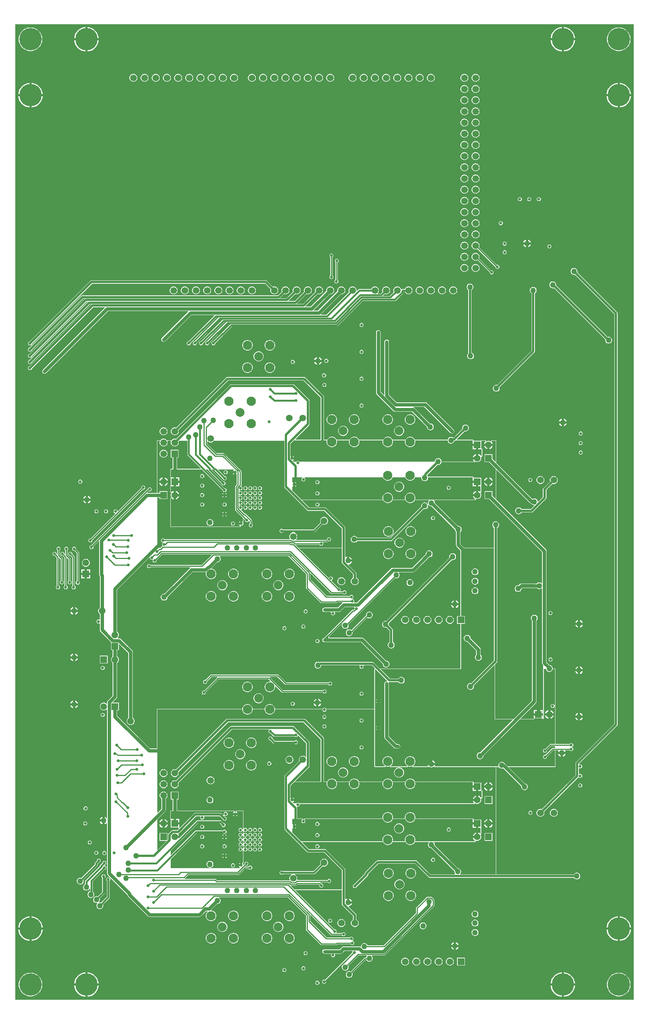
<source format=gbr>
%FSTAX23Y23*%
%MOIN*%
%SFA1B1*%

%IPPOS*%
%ADD11C,0.010000*%
%ADD14C,0.020000*%
%ADD52C,0.015000*%
%ADD53C,0.030000*%
%ADD54C,0.200000*%
%ADD55C,0.059055*%
%ADD56C,0.082677*%
%ADD57R,0.059055X0.059055*%
%ADD58C,0.078740*%
%ADD59R,0.059055X0.059055*%
%ADD60C,0.025000*%
%ADD61C,0.050000*%
%LNcfd_2channel_copper_signal_bot-1*%
%LPD*%
G36*
X05544Y00015D02*
X00015D01*
Y08734*
X05544*
Y00015*
G37*
%LNcfd_2channel_copper_signal_bot-2*%
%LPC*%
G36*
X0492Y08709D02*
Y0861D01*
X05019*
X05017Y08625*
X05011Y08642*
X05004Y08657*
X04993Y08671*
X04981Y08683*
X04967Y08694*
X04952Y08701*
X04935Y08707*
X0492Y08709*
G37*
G36*
X049D02*
X04884Y08707D01*
X04867Y08701*
X04852Y08694*
X04838Y08683*
X04826Y08671*
X04815Y08657*
X04808Y08642*
X04802Y08625*
X048Y0861*
X049*
Y08709*
G37*
G36*
X0066D02*
Y0861D01*
X00759*
X00757Y08625*
X00751Y08642*
X00744Y08657*
X00733Y08671*
X00721Y08683*
X00707Y08694*
X00692Y08701*
X00675Y08707*
X0066Y08709*
G37*
G36*
X0064D02*
X00624Y08707D01*
X00607Y08701*
X00592Y08694*
X00578Y08683*
X00566Y08671*
X00555Y08657*
X00548Y08642*
X00542Y08625*
X0054Y0861*
X0064*
Y08709*
G37*
G36*
X05418Y08705D02*
X05401D01*
X05385Y08702*
X05369Y08697*
X05354Y08689*
X05341Y0868*
X05329Y08668*
X0532Y08655*
X05312Y0864*
X05307Y08624*
X05305Y08608*
Y08591*
X05307Y08575*
X05312Y08559*
X0532Y08544*
X05329Y08531*
X05341Y08519*
X05354Y0851*
X05369Y08502*
X05385Y08497*
X05401Y08495*
X05418*
X05434Y08497*
X0545Y08502*
X05465Y0851*
X05478Y08519*
X0549Y08531*
X05499Y08544*
X05507Y08559*
X05512Y08575*
X05515Y08591*
Y08608*
X05512Y08624*
X05507Y0864*
X05499Y08655*
X0549Y08668*
X05478Y0868*
X05465Y08689*
X0545Y08697*
X05434Y08702*
X05418Y08705*
G37*
G36*
X00158D02*
X00141D01*
X00125Y08702*
X00109Y08697*
X00094Y08689*
X00081Y0868*
X00069Y08668*
X0006Y08655*
X00052Y0864*
X00047Y08624*
X00045Y08608*
Y08591*
X00047Y08575*
X00052Y08559*
X0006Y08544*
X00069Y08531*
X00081Y08519*
X00094Y0851*
X00109Y08502*
X00125Y08497*
X00141Y08495*
X00158*
X00174Y08497*
X0019Y08502*
X00205Y0851*
X00218Y08519*
X0023Y08531*
X00239Y08544*
X00247Y08559*
X00252Y08575*
X00255Y08591*
Y08608*
X00252Y08624*
X00247Y0864*
X00239Y08655*
X0023Y08668*
X00218Y0868*
X00205Y08689*
X0019Y08697*
X00174Y08702*
X00158Y08705*
G37*
G36*
X05019Y0859D02*
X0492D01*
Y0849*
X04935Y08492*
X04952Y08498*
X04967Y08505*
X04981Y08516*
X04993Y08528*
X05004Y08542*
X05011Y08557*
X05017Y08574*
X05019Y0859*
G37*
G36*
X049D02*
X048D01*
X04802Y08574*
X04808Y08557*
X04815Y08542*
X04826Y08528*
X04838Y08516*
X04852Y08505*
X04867Y08498*
X04884Y08492*
X049Y0849*
Y0859*
G37*
G36*
X00759D02*
X0066D01*
Y0849*
X00675Y08492*
X00692Y08498*
X00707Y08505*
X00721Y08516*
X00733Y08528*
X00744Y08542*
X00751Y08557*
X00757Y08574*
X00759Y0859*
G37*
G36*
X0064D02*
X0054D01*
X00542Y08574*
X00548Y08557*
X00555Y08542*
X00566Y08528*
X00578Y08516*
X00592Y08505*
X00607Y08498*
X00624Y08492*
X0064Y0849*
Y0859*
G37*
G36*
X04134Y08289D02*
X04125D01*
X04116Y08287*
X04108Y08282*
X04102Y08276*
X04097Y08268*
X04095Y08259*
Y0825*
X04097Y08241*
X04102Y08233*
X04108Y08227*
X04116Y08222*
X04125Y0822*
X04134*
X04143Y08222*
X04151Y08227*
X04157Y08233*
X04162Y08241*
X04164Y0825*
Y08259*
X04162Y08268*
X04157Y08276*
X04151Y08282*
X04143Y08287*
X04134Y08289*
G37*
G36*
X04034D02*
X04025D01*
X04016Y08287*
X04008Y08282*
X04002Y08276*
X03997Y08268*
X03995Y08259*
Y0825*
X03997Y08241*
X04002Y08233*
X04008Y08227*
X04016Y08222*
X04025Y0822*
X04034*
X04043Y08222*
X04051Y08227*
X04057Y08233*
X04062Y08241*
X04064Y0825*
Y08259*
X04062Y08268*
X04057Y08276*
X04051Y08282*
X04043Y08287*
X04034Y08289*
G37*
G36*
X03734D02*
X03725D01*
X03716Y08287*
X03708Y08282*
X03702Y08276*
X03697Y08268*
X03695Y08259*
Y0825*
X03697Y08241*
X03702Y08233*
X03708Y08227*
X03716Y08222*
X03725Y0822*
X03734*
X03743Y08222*
X03751Y08227*
X03757Y08233*
X03762Y08241*
X03764Y0825*
Y08259*
X03762Y08268*
X03757Y08276*
X03751Y08282*
X03743Y08287*
X03734Y08289*
G37*
G36*
X03634D02*
X03625D01*
X03616Y08287*
X03608Y08282*
X03602Y08276*
X03597Y08268*
X03595Y08259*
Y0825*
X03597Y08241*
X03602Y08233*
X03608Y08227*
X03616Y08222*
X03625Y0822*
X03634*
X03643Y08222*
X03651Y08227*
X03657Y08233*
X03662Y08241*
X03664Y0825*
Y08259*
X03662Y08268*
X03657Y08276*
X03651Y08282*
X03643Y08287*
X03634Y08289*
G37*
G36*
X03534D02*
X03525D01*
X03516Y08287*
X03508Y08282*
X03502Y08276*
X03497Y08268*
X03495Y08259*
Y0825*
X03497Y08241*
X03502Y08233*
X03508Y08227*
X03516Y08222*
X03525Y0822*
X03534*
X03543Y08222*
X03551Y08227*
X03557Y08233*
X03562Y08241*
X03564Y0825*
Y08259*
X03562Y08268*
X03557Y08276*
X03551Y08282*
X03543Y08287*
X03534Y08289*
G37*
G36*
X03434D02*
X03425D01*
X03416Y08287*
X03408Y08282*
X03402Y08276*
X03397Y08268*
X03395Y08259*
Y0825*
X03397Y08241*
X03402Y08233*
X03408Y08227*
X03416Y08222*
X03425Y0822*
X03434*
X03443Y08222*
X03451Y08227*
X03457Y08233*
X03462Y08241*
X03464Y0825*
Y08259*
X03462Y08268*
X03457Y08276*
X03451Y08282*
X03443Y08287*
X03434Y08289*
G37*
G36*
X03334D02*
X03325D01*
X03316Y08287*
X03308Y08282*
X03302Y08276*
X03297Y08268*
X03295Y08259*
Y0825*
X03297Y08241*
X03302Y08233*
X03308Y08227*
X03316Y08222*
X03325Y0822*
X03334*
X03343Y08222*
X03351Y08227*
X03357Y08233*
X03362Y08241*
X03364Y0825*
Y08259*
X03362Y08268*
X03357Y08276*
X03351Y08282*
X03343Y08287*
X03334Y08289*
G37*
G36*
X03234D02*
X03225D01*
X03216Y08287*
X03208Y08282*
X03202Y08276*
X03197Y08268*
X03195Y08259*
Y0825*
X03197Y08241*
X03202Y08233*
X03208Y08227*
X03216Y08222*
X03225Y0822*
X03234*
X03243Y08222*
X03251Y08227*
X03257Y08233*
X03262Y08241*
X03264Y0825*
Y08259*
X03262Y08268*
X03257Y08276*
X03251Y08282*
X03243Y08287*
X03234Y08289*
G37*
G36*
X03134D02*
X03125D01*
X03116Y08287*
X03108Y08282*
X03102Y08276*
X03097Y08268*
X03095Y08259*
Y0825*
X03097Y08241*
X03102Y08233*
X03108Y08227*
X03116Y08222*
X03125Y0822*
X03134*
X03143Y08222*
X03151Y08227*
X03157Y08233*
X03162Y08241*
X03164Y0825*
Y08259*
X03162Y08268*
X03157Y08276*
X03151Y08282*
X03143Y08287*
X03134Y08289*
G37*
G36*
X03034D02*
X03025D01*
X03016Y08287*
X03008Y08282*
X03002Y08276*
X02997Y08268*
X02995Y08259*
Y0825*
X02997Y08241*
X03002Y08233*
X03008Y08227*
X03016Y08222*
X03025Y0822*
X03034*
X03043Y08222*
X03051Y08227*
X03057Y08233*
X03062Y08241*
X03064Y0825*
Y08259*
X03062Y08268*
X03057Y08276*
X03051Y08282*
X03043Y08287*
X03034Y08289*
G37*
G36*
X02834D02*
X02825D01*
X02816Y08287*
X02808Y08282*
X02802Y08276*
X02797Y08268*
X02795Y08259*
Y0825*
X02797Y08241*
X02802Y08233*
X02808Y08227*
X02816Y08222*
X02825Y0822*
X02834*
X02843Y08222*
X02851Y08227*
X02857Y08233*
X02862Y08241*
X02864Y0825*
Y08259*
X02862Y08268*
X02857Y08276*
X02851Y08282*
X02843Y08287*
X02834Y08289*
G37*
G36*
X02734D02*
X02725D01*
X02716Y08287*
X02708Y08282*
X02702Y08276*
X02697Y08268*
X02695Y08259*
Y0825*
X02697Y08241*
X02702Y08233*
X02708Y08227*
X02716Y08222*
X02725Y0822*
X02734*
X02743Y08222*
X02751Y08227*
X02757Y08233*
X02762Y08241*
X02764Y0825*
Y08259*
X02762Y08268*
X02757Y08276*
X02751Y08282*
X02743Y08287*
X02734Y08289*
G37*
G36*
X02634D02*
X02625D01*
X02616Y08287*
X02608Y08282*
X02602Y08276*
X02597Y08268*
X02595Y08259*
Y0825*
X02597Y08241*
X02602Y08233*
X02608Y08227*
X02616Y08222*
X02625Y0822*
X02634*
X02643Y08222*
X02651Y08227*
X02657Y08233*
X02662Y08241*
X02664Y0825*
Y08259*
X02662Y08268*
X02657Y08276*
X02651Y08282*
X02643Y08287*
X02634Y08289*
G37*
G36*
X02534D02*
X02525D01*
X02516Y08287*
X02508Y08282*
X02502Y08276*
X02497Y08268*
X02495Y08259*
Y0825*
X02497Y08241*
X02502Y08233*
X02508Y08227*
X02516Y08222*
X02525Y0822*
X02534*
X02543Y08222*
X02551Y08227*
X02557Y08233*
X02562Y08241*
X02564Y0825*
Y08259*
X02562Y08268*
X02557Y08276*
X02551Y08282*
X02543Y08287*
X02534Y08289*
G37*
G36*
X02434D02*
X02425D01*
X02416Y08287*
X02408Y08282*
X02402Y08276*
X02397Y08268*
X02395Y08259*
Y0825*
X02397Y08241*
X02402Y08233*
X02408Y08227*
X02416Y08222*
X02425Y0822*
X02434*
X02443Y08222*
X02451Y08227*
X02457Y08233*
X02462Y08241*
X02464Y0825*
Y08259*
X02462Y08268*
X02457Y08276*
X02451Y08282*
X02443Y08287*
X02434Y08289*
G37*
G36*
X02334D02*
X02325D01*
X02316Y08287*
X02308Y08282*
X02302Y08276*
X02297Y08268*
X02295Y08259*
Y0825*
X02297Y08241*
X02302Y08233*
X02308Y08227*
X02316Y08222*
X02325Y0822*
X02334*
X02343Y08222*
X02351Y08227*
X02357Y08233*
X02362Y08241*
X02364Y0825*
Y08259*
X02362Y08268*
X02357Y08276*
X02351Y08282*
X02343Y08287*
X02334Y08289*
G37*
G36*
X02234D02*
X02225D01*
X02216Y08287*
X02208Y08282*
X02202Y08276*
X02197Y08268*
X02195Y08259*
Y0825*
X02197Y08241*
X02202Y08233*
X02208Y08227*
X02216Y08222*
X02225Y0822*
X02234*
X02243Y08222*
X02251Y08227*
X02257Y08233*
X02262Y08241*
X02264Y0825*
Y08259*
X02262Y08268*
X02257Y08276*
X02251Y08282*
X02243Y08287*
X02234Y08289*
G37*
G36*
X02134D02*
X02125D01*
X02116Y08287*
X02108Y08282*
X02102Y08276*
X02097Y08268*
X02095Y08259*
Y0825*
X02097Y08241*
X02102Y08233*
X02108Y08227*
X02116Y08222*
X02125Y0822*
X02134*
X02143Y08222*
X02151Y08227*
X02157Y08233*
X02162Y08241*
X02164Y0825*
Y08259*
X02162Y08268*
X02157Y08276*
X02151Y08282*
X02143Y08287*
X02134Y08289*
G37*
G36*
X01974D02*
X01965D01*
X01956Y08287*
X01948Y08282*
X01942Y08276*
X01937Y08268*
X01935Y08259*
Y0825*
X01937Y08241*
X01942Y08233*
X01948Y08227*
X01956Y08222*
X01965Y0822*
X01974*
X01983Y08222*
X01991Y08227*
X01997Y08233*
X02002Y08241*
X02004Y0825*
Y08259*
X02002Y08268*
X01997Y08276*
X01991Y08282*
X01983Y08287*
X01974Y08289*
G37*
G36*
X01874D02*
X01865D01*
X01856Y08287*
X01848Y08282*
X01842Y08276*
X01837Y08268*
X01835Y08259*
Y0825*
X01837Y08241*
X01842Y08233*
X01848Y08227*
X01856Y08222*
X01865Y0822*
X01874*
X01883Y08222*
X01891Y08227*
X01897Y08233*
X01902Y08241*
X01904Y0825*
Y08259*
X01902Y08268*
X01897Y08276*
X01891Y08282*
X01883Y08287*
X01874Y08289*
G37*
G36*
X01774D02*
X01765D01*
X01756Y08287*
X01748Y08282*
X01742Y08276*
X01737Y08268*
X01735Y08259*
Y0825*
X01737Y08241*
X01742Y08233*
X01748Y08227*
X01756Y08222*
X01765Y0822*
X01774*
X01783Y08222*
X01791Y08227*
X01797Y08233*
X01802Y08241*
X01804Y0825*
Y08259*
X01802Y08268*
X01797Y08276*
X01791Y08282*
X01783Y08287*
X01774Y08289*
G37*
G36*
X01674D02*
X01665D01*
X01656Y08287*
X01648Y08282*
X01642Y08276*
X01637Y08268*
X01635Y08259*
Y0825*
X01637Y08241*
X01642Y08233*
X01648Y08227*
X01656Y08222*
X01665Y0822*
X01674*
X01683Y08222*
X01691Y08227*
X01697Y08233*
X01702Y08241*
X01704Y0825*
Y08259*
X01702Y08268*
X01697Y08276*
X01691Y08282*
X01683Y08287*
X01674Y08289*
G37*
G36*
X01574D02*
X01565D01*
X01556Y08287*
X01548Y08282*
X01542Y08276*
X01537Y08268*
X01535Y08259*
Y0825*
X01537Y08241*
X01542Y08233*
X01548Y08227*
X01556Y08222*
X01565Y0822*
X01574*
X01583Y08222*
X01591Y08227*
X01597Y08233*
X01602Y08241*
X01604Y0825*
Y08259*
X01602Y08268*
X01597Y08276*
X01591Y08282*
X01583Y08287*
X01574Y08289*
G37*
G36*
X01474D02*
X01465D01*
X01456Y08287*
X01448Y08282*
X01442Y08276*
X01437Y08268*
X01435Y08259*
Y0825*
X01437Y08241*
X01442Y08233*
X01448Y08227*
X01456Y08222*
X01465Y0822*
X01474*
X01483Y08222*
X01491Y08227*
X01497Y08233*
X01502Y08241*
X01504Y0825*
Y08259*
X01502Y08268*
X01497Y08276*
X01491Y08282*
X01483Y08287*
X01474Y08289*
G37*
G36*
X01374D02*
X01365D01*
X01356Y08287*
X01348Y08282*
X01342Y08276*
X01337Y08268*
X01335Y08259*
Y0825*
X01337Y08241*
X01342Y08233*
X01348Y08227*
X01356Y08222*
X01365Y0822*
X01374*
X01383Y08222*
X01391Y08227*
X01397Y08233*
X01402Y08241*
X01404Y0825*
Y08259*
X01402Y08268*
X01397Y08276*
X01391Y08282*
X01383Y08287*
X01374Y08289*
G37*
G36*
X01274D02*
X01265D01*
X01256Y08287*
X01248Y08282*
X01242Y08276*
X01237Y08268*
X01235Y08259*
Y0825*
X01237Y08241*
X01242Y08233*
X01248Y08227*
X01256Y08222*
X01265Y0822*
X01274*
X01283Y08222*
X01291Y08227*
X01297Y08233*
X01302Y08241*
X01304Y0825*
Y08259*
X01302Y08268*
X01297Y08276*
X01291Y08282*
X01283Y08287*
X01274Y08289*
G37*
G36*
X01174D02*
X01165D01*
X01156Y08287*
X01148Y08282*
X01142Y08276*
X01137Y08268*
X01135Y08259*
Y0825*
X01137Y08241*
X01142Y08233*
X01148Y08227*
X01156Y08222*
X01165Y0822*
X01174*
X01183Y08222*
X01191Y08227*
X01197Y08233*
X01202Y08241*
X01204Y0825*
Y08259*
X01202Y08268*
X01197Y08276*
X01191Y08282*
X01183Y08287*
X01174Y08289*
G37*
G36*
X01074D02*
X01065D01*
X01056Y08287*
X01048Y08282*
X01042Y08276*
X01037Y08268*
X01035Y08259*
Y0825*
X01037Y08241*
X01042Y08233*
X01048Y08227*
X01056Y08222*
X01065Y0822*
X01074*
X01083Y08222*
X01091Y08227*
X01097Y08233*
X01102Y08241*
X01104Y0825*
Y08259*
X01102Y08268*
X01097Y08276*
X01091Y08282*
X01083Y08287*
X01074Y08289*
G37*
G36*
X04134Y08189D02*
X04125D01*
X04116Y08187*
X04108Y08182*
X04102Y08176*
X04097Y08168*
X04095Y08159*
Y0815*
X04097Y08141*
X04102Y08133*
X04108Y08127*
X04116Y08122*
X04125Y0812*
X04134*
X04143Y08122*
X04151Y08127*
X04157Y08133*
X04162Y08141*
X04164Y0815*
Y08159*
X04162Y08168*
X04157Y08176*
X04151Y08182*
X04143Y08187*
X04134Y08189*
G37*
G36*
X04034D02*
X04025D01*
X04016Y08187*
X04008Y08182*
X04002Y08176*
X03997Y08168*
X03995Y08159*
Y0815*
X03997Y08141*
X04002Y08133*
X04008Y08127*
X04016Y08122*
X04025Y0812*
X04034*
X04043Y08122*
X04051Y08127*
X04057Y08133*
X04062Y08141*
X04064Y0815*
Y08159*
X04062Y08168*
X04057Y08176*
X04051Y08182*
X04043Y08187*
X04034Y08189*
G37*
G36*
X0542Y08209D02*
Y0811D01*
X05519*
X05517Y08125*
X05511Y08142*
X05504Y08157*
X05493Y08171*
X05481Y08183*
X05467Y08194*
X05452Y08201*
X05435Y08207*
X0542Y08209*
G37*
G36*
X054D02*
X05384Y08207D01*
X05367Y08201*
X05352Y08194*
X05338Y08183*
X05326Y08171*
X05315Y08157*
X05308Y08142*
X05302Y08125*
X053Y0811*
X054*
Y08209*
G37*
G36*
X0016D02*
Y0811D01*
X00259*
X00257Y08125*
X00251Y08142*
X00244Y08157*
X00233Y08171*
X00221Y08183*
X00207Y08194*
X00192Y08201*
X00175Y08207*
X0016Y08209*
G37*
G36*
X0014D02*
X00124Y08207D01*
X00107Y08201*
X00092Y08194*
X00078Y08183*
X00066Y08171*
X00055Y08157*
X00048Y08142*
X00042Y08125*
X0004Y0811*
X0014*
Y08209*
G37*
G36*
X04134Y08089D02*
X04125D01*
X04116Y08087*
X04108Y08082*
X04102Y08076*
X04097Y08068*
X04095Y08059*
Y0805*
X04097Y08041*
X04102Y08033*
X04108Y08027*
X04116Y08022*
X04125Y0802*
X04134*
X04143Y08022*
X04151Y08027*
X04157Y08033*
X04162Y08041*
X04164Y0805*
Y08059*
X04162Y08068*
X04157Y08076*
X04151Y08082*
X04143Y08087*
X04134Y08089*
G37*
G36*
X04034D02*
X04025D01*
X04016Y08087*
X04008Y08082*
X04002Y08076*
X03997Y08068*
X03995Y08059*
Y0805*
X03997Y08041*
X04002Y08033*
X04008Y08027*
X04016Y08022*
X04025Y0802*
X04034*
X04043Y08022*
X04051Y08027*
X04057Y08033*
X04062Y08041*
X04064Y0805*
Y08059*
X04062Y08068*
X04057Y08076*
X04051Y08082*
X04043Y08087*
X04034Y08089*
G37*
G36*
X05519Y0809D02*
X0542D01*
Y0799*
X05435Y07992*
X05452Y07998*
X05467Y08005*
X05481Y08016*
X05493Y08028*
X05504Y08042*
X05511Y08057*
X05517Y08074*
X05519Y0809*
G37*
G36*
X054D02*
X053D01*
X05302Y08074*
X05308Y08057*
X05315Y08042*
X05326Y08028*
X05338Y08016*
X05352Y08005*
X05367Y07998*
X05384Y07992*
X054Y0799*
Y0809*
G37*
G36*
X00259D02*
X0016D01*
Y0799*
X00175Y07992*
X00192Y07998*
X00207Y08005*
X00221Y08016*
X00233Y08028*
X00244Y08042*
X00251Y08057*
X00257Y08074*
X00259Y0809*
G37*
G36*
X0014D02*
X0004D01*
X00042Y08074*
X00048Y08057*
X00055Y08042*
X00066Y08028*
X00078Y08016*
X00092Y08005*
X00107Y07998*
X00124Y07992*
X0014Y0799*
Y0809*
G37*
G36*
X04134Y07989D02*
X04125D01*
X04116Y07987*
X04108Y07982*
X04102Y07976*
X04097Y07968*
X04095Y07959*
Y0795*
X04097Y07941*
X04102Y07933*
X04108Y07927*
X04116Y07922*
X04125Y0792*
X04134*
X04143Y07922*
X04151Y07927*
X04157Y07933*
X04162Y07941*
X04164Y0795*
Y07959*
X04162Y07968*
X04157Y07976*
X04151Y07982*
X04143Y07987*
X04134Y07989*
G37*
G36*
X04034D02*
X04025D01*
X04016Y07987*
X04008Y07982*
X04002Y07976*
X03997Y07968*
X03995Y07959*
Y0795*
X03997Y07941*
X04002Y07933*
X04008Y07927*
X04016Y07922*
X04025Y0792*
X04034*
X04043Y07922*
X04051Y07927*
X04057Y07933*
X04062Y07941*
X04064Y0795*
Y07959*
X04062Y07968*
X04057Y07976*
X04051Y07982*
X04043Y07987*
X04034Y07989*
G37*
G36*
X04134Y07889D02*
X04125D01*
X04116Y07887*
X04108Y07882*
X04102Y07876*
X04097Y07868*
X04095Y07859*
Y0785*
X04097Y07841*
X04102Y07833*
X04108Y07827*
X04116Y07822*
X04125Y0782*
X04134*
X04143Y07822*
X04151Y07827*
X04157Y07833*
X04162Y07841*
X04164Y0785*
Y07859*
X04162Y07868*
X04157Y07876*
X04151Y07882*
X04143Y07887*
X04134Y07889*
G37*
G36*
X04034D02*
X04025D01*
X04016Y07887*
X04008Y07882*
X04002Y07876*
X03997Y07868*
X03995Y07859*
Y0785*
X03997Y07841*
X04002Y07833*
X04008Y07827*
X04016Y07822*
X04025Y0782*
X04034*
X04043Y07822*
X04051Y07827*
X04057Y07833*
X04062Y07841*
X04064Y0785*
Y07859*
X04062Y07868*
X04057Y07876*
X04051Y07882*
X04043Y07887*
X04034Y07889*
G37*
G36*
X04134Y07789D02*
X04125D01*
X04116Y07787*
X04108Y07782*
X04102Y07776*
X04097Y07768*
X04095Y07759*
Y0775*
X04097Y07741*
X04102Y07733*
X04108Y07727*
X04116Y07722*
X04125Y0772*
X04134*
X04143Y07722*
X04151Y07727*
X04157Y07733*
X04162Y07741*
X04164Y0775*
Y07759*
X04162Y07768*
X04157Y07776*
X04151Y07782*
X04143Y07787*
X04134Y07789*
G37*
G36*
X04034D02*
X04025D01*
X04016Y07787*
X04008Y07782*
X04002Y07776*
X03997Y07768*
X03995Y07759*
Y0775*
X03997Y07741*
X04002Y07733*
X04008Y07727*
X04016Y07722*
X04025Y0772*
X04034*
X04043Y07722*
X04051Y07727*
X04057Y07733*
X04062Y07741*
X04064Y0775*
Y07759*
X04062Y07768*
X04057Y07776*
X04051Y07782*
X04043Y07787*
X04034Y07789*
G37*
G36*
X04134Y07689D02*
X04125D01*
X04116Y07687*
X04108Y07682*
X04102Y07676*
X04097Y07668*
X04095Y07659*
Y0765*
X04097Y07641*
X04102Y07633*
X04108Y07627*
X04116Y07622*
X04125Y0762*
X04134*
X04143Y07622*
X04151Y07627*
X04157Y07633*
X04162Y07641*
X04164Y0765*
Y07659*
X04162Y07668*
X04157Y07676*
X04151Y07682*
X04143Y07687*
X04134Y07689*
G37*
G36*
X04034D02*
X04025D01*
X04016Y07687*
X04008Y07682*
X04002Y07676*
X03997Y07668*
X03995Y07659*
Y0765*
X03997Y07641*
X04002Y07633*
X04008Y07627*
X04016Y07622*
X04025Y0762*
X04034*
X04043Y07622*
X04051Y07627*
X04057Y07633*
X04062Y07641*
X04064Y0765*
Y07659*
X04062Y07668*
X04057Y07676*
X04051Y07682*
X04043Y07687*
X04034Y07689*
G37*
G36*
X04134Y07589D02*
X04125D01*
X04116Y07587*
X04108Y07582*
X04102Y07576*
X04097Y07568*
X04095Y07559*
Y0755*
X04097Y07541*
X04102Y07533*
X04108Y07527*
X04116Y07522*
X04125Y0752*
X04134*
X04143Y07522*
X04151Y07527*
X04157Y07533*
X04162Y07541*
X04164Y0755*
Y07559*
X04162Y07568*
X04157Y07576*
X04151Y07582*
X04143Y07587*
X04134Y07589*
G37*
G36*
X04034D02*
X04025D01*
X04016Y07587*
X04008Y07582*
X04002Y07576*
X03997Y07568*
X03995Y07559*
Y0755*
X03997Y07541*
X04002Y07533*
X04008Y07527*
X04016Y07522*
X04025Y0752*
X04034*
X04043Y07522*
X04051Y07527*
X04057Y07533*
X04062Y07541*
X04064Y0755*
Y07559*
X04062Y07568*
X04057Y07576*
X04051Y07582*
X04043Y07587*
X04034Y07589*
G37*
G36*
X04134Y07489D02*
X04125D01*
X04116Y07487*
X04108Y07482*
X04102Y07476*
X04097Y07468*
X04095Y07459*
Y0745*
X04097Y07441*
X04102Y07433*
X04108Y07427*
X04116Y07422*
X04125Y0742*
X04134*
X04143Y07422*
X04151Y07427*
X04157Y07433*
X04162Y07441*
X04164Y0745*
Y07459*
X04162Y07468*
X04157Y07476*
X04151Y07482*
X04143Y07487*
X04134Y07489*
G37*
G36*
X04034D02*
X04025D01*
X04016Y07487*
X04008Y07482*
X04002Y07476*
X03997Y07468*
X03995Y07459*
Y0745*
X03997Y07441*
X04002Y07433*
X04008Y07427*
X04016Y07422*
X04025Y0742*
X04034*
X04043Y07422*
X04051Y07427*
X04057Y07433*
X04062Y07441*
X04064Y0745*
Y07459*
X04062Y07468*
X04057Y07476*
X04051Y07482*
X04043Y07487*
X04034Y07489*
G37*
G36*
X04134Y07389D02*
X04125D01*
X04116Y07387*
X04108Y07382*
X04102Y07376*
X04097Y07368*
X04095Y07359*
Y0735*
X04097Y07341*
X04102Y07333*
X04108Y07327*
X04116Y07322*
X04125Y0732*
X04134*
X04143Y07322*
X04151Y07327*
X04157Y07333*
X04162Y07341*
X04164Y0735*
Y07359*
X04162Y07368*
X04157Y07376*
X04151Y07382*
X04143Y07387*
X04134Y07389*
G37*
G36*
X04034D02*
X04025D01*
X04016Y07387*
X04008Y07382*
X04002Y07376*
X03997Y07368*
X03995Y07359*
Y0735*
X03997Y07341*
X04002Y07333*
X04008Y07327*
X04016Y07322*
X04025Y0732*
X04034*
X04043Y07322*
X04051Y07327*
X04057Y07333*
X04062Y07341*
X04064Y0735*
Y07359*
X04062Y07368*
X04057Y07376*
X04051Y07382*
X04043Y07387*
X04034Y07389*
G37*
G36*
X04134Y07289D02*
X04125D01*
X04116Y07287*
X04108Y07282*
X04102Y07276*
X04097Y07268*
X04095Y07259*
Y0725*
X04097Y07241*
X04102Y07233*
X04108Y07227*
X04116Y07222*
X04125Y0722*
X04134*
X04143Y07222*
X04151Y07227*
X04157Y07233*
X04162Y07241*
X04164Y0725*
Y07259*
X04162Y07268*
X04157Y07276*
X04151Y07282*
X04143Y07287*
X04134Y07289*
G37*
G36*
X04034D02*
X04025D01*
X04016Y07287*
X04008Y07282*
X04002Y07276*
X03997Y07268*
X03995Y07259*
Y0725*
X03997Y07241*
X04002Y07233*
X04008Y07227*
X04016Y07222*
X04025Y0722*
X04034*
X04043Y07222*
X04051Y07227*
X04057Y07233*
X04062Y07241*
X04064Y0725*
Y07259*
X04062Y07268*
X04057Y07276*
X04051Y07282*
X04043Y07287*
X04034Y07289*
G37*
G36*
X04698Y07187D02*
X04691D01*
X04685Y07184*
X0468Y07179*
X04677Y07173*
Y07166*
X0468Y0716*
X04685Y07155*
X04691Y07152*
X04698*
X04704Y07155*
X04709Y0716*
X04712Y07166*
Y07173*
X04709Y07179*
X04704Y07184*
X04698Y07187*
G37*
G36*
X04613D02*
X04606D01*
X046Y07184*
X04595Y07179*
X04592Y07173*
Y07166*
X04595Y0716*
X046Y07155*
X04606Y07152*
X04613*
X04619Y07155*
X04624Y0716*
X04627Y07166*
Y07173*
X04624Y07179*
X04619Y07184*
X04613Y07187*
G37*
G36*
X04528D02*
X04521D01*
X04515Y07184*
X0451Y07179*
X04507Y07173*
Y07166*
X0451Y0716*
X04515Y07155*
X04521Y07152*
X04528*
X04534Y07155*
X04539Y0716*
X04542Y07166*
Y07173*
X04539Y07179*
X04534Y07184*
X04528Y07187*
G37*
G36*
X04134Y07189D02*
X04125D01*
X04116Y07187*
X04108Y07182*
X04102Y07176*
X04097Y07168*
X04095Y07159*
Y0715*
X04097Y07141*
X04102Y07133*
X04108Y07127*
X04116Y07122*
X04125Y0712*
X04134*
X04143Y07122*
X04151Y07127*
X04157Y07133*
X04162Y07141*
X04164Y0715*
Y07159*
X04162Y07168*
X04157Y07176*
X04151Y07182*
X04143Y07187*
X04134Y07189*
G37*
G36*
X04034D02*
X04025D01*
X04016Y07187*
X04008Y07182*
X04002Y07176*
X03997Y07168*
X03995Y07159*
Y0715*
X03997Y07141*
X04002Y07133*
X04008Y07127*
X04016Y07122*
X04025Y0712*
X04034*
X04043Y07122*
X04051Y07127*
X04057Y07133*
X04062Y07141*
X04064Y0715*
Y07159*
X04062Y07168*
X04057Y07176*
X04051Y07182*
X04043Y07187*
X04034Y07189*
G37*
G36*
X04134Y07089D02*
X04125D01*
X04116Y07087*
X04108Y07082*
X04102Y07076*
X04097Y07068*
X04095Y07059*
Y0705*
X04097Y07041*
X04102Y07033*
X04108Y07027*
X04116Y07022*
X04125Y0702*
X04134*
X04143Y07022*
X04151Y07027*
X04157Y07033*
X04162Y07041*
X04164Y0705*
Y07059*
X04162Y07068*
X04157Y07076*
X04151Y07082*
X04143Y07087*
X04134Y07089*
G37*
G36*
X04034D02*
X04025D01*
X04016Y07087*
X04008Y07082*
X04002Y07076*
X03997Y07068*
X03995Y07059*
Y0705*
X03997Y07041*
X04002Y07033*
X04008Y07027*
X04016Y07022*
X04025Y0702*
X04034*
X04043Y07022*
X04051Y07027*
X04057Y07033*
X04062Y07041*
X04064Y0705*
Y07059*
X04062Y07068*
X04057Y07076*
X04051Y07082*
X04043Y07087*
X04034Y07089*
G37*
G36*
X04358Y06973D02*
X04351D01*
X04345Y06971*
X0434Y06966*
X04337Y06959*
Y06952*
X0434Y06946*
X04345Y06941*
X04351Y06938*
X04358*
X04365Y06941*
X04369Y06946*
X04372Y06952*
Y06959*
X04369Y06966*
X04365Y06971*
X04358Y06973*
G37*
G36*
X04134Y06989D02*
X04125D01*
X04116Y06987*
X04108Y06982*
X04102Y06976*
X04097Y06968*
X04095Y06959*
Y0695*
X04097Y06941*
X04102Y06933*
X04108Y06927*
X04116Y06922*
X04125Y0692*
X04134*
X04143Y06922*
X04151Y06927*
X04157Y06933*
X04162Y06941*
X04164Y0695*
Y06959*
X04162Y06968*
X04157Y06976*
X04151Y06982*
X04143Y06987*
X04134Y06989*
G37*
G36*
X04034D02*
X04025D01*
X04016Y06987*
X04008Y06982*
X04002Y06976*
X03997Y06968*
X03995Y06959*
Y0695*
X03997Y06941*
X04002Y06933*
X04008Y06927*
X04016Y06922*
X04025Y0692*
X04034*
X04043Y06922*
X04051Y06927*
X04057Y06933*
X04062Y06941*
X04064Y0695*
Y06959*
X04062Y06968*
X04057Y06976*
X04051Y06982*
X04043Y06987*
X04034Y06989*
G37*
G36*
X04134Y06889D02*
X04125D01*
X04116Y06887*
X04108Y06882*
X04102Y06876*
X04097Y06868*
X04095Y06859*
Y0685*
X04097Y06841*
X04102Y06833*
X04108Y06827*
X04116Y06822*
X04125Y0682*
X04134*
X04143Y06822*
X04151Y06827*
X04157Y06833*
X04162Y06841*
X04164Y0685*
Y06859*
X04162Y06868*
X04157Y06876*
X04151Y06882*
X04143Y06887*
X04134Y06889*
G37*
G36*
X04034D02*
X04025D01*
X04016Y06887*
X04008Y06882*
X04002Y06876*
X03997Y06868*
X03995Y06859*
Y0685*
X03997Y06841*
X04002Y06833*
X04008Y06827*
X04016Y06822*
X04025Y0682*
X04034*
X04043Y06822*
X04051Y06827*
X04057Y06833*
X04062Y06841*
X04064Y0685*
Y06859*
X04062Y06868*
X04057Y06876*
X04051Y06882*
X04043Y06887*
X04034Y06889*
G37*
G36*
X046Y06808D02*
Y06785D01*
X04623*
X04622Y06788*
X04618Y06796*
X04611Y06803*
X04603Y06807*
X046Y06808*
G37*
G36*
X0458D02*
X04576Y06807D01*
X04568Y06803*
X04561Y06796*
X04557Y06788*
X04556Y06785*
X0458*
Y06808*
G37*
G36*
X04393Y0679D02*
X04386D01*
X0438Y06787*
X04375Y06783*
X04372Y06776*
Y06769*
X04375Y06763*
X0438Y06758*
X04386Y06755*
X04393*
X04399Y06758*
X04404Y06763*
X04407Y06769*
Y06776*
X04404Y06783*
X04399Y06787*
X04393Y0679*
G37*
G36*
X04623Y06765D02*
X046D01*
Y06741*
X04603Y06742*
X04611Y06746*
X04618Y06753*
X04622Y06761*
X04623Y06765*
G37*
G36*
X0458D02*
X04556D01*
X04557Y06761*
X04561Y06753*
X04568Y06746*
X04576Y06742*
X0458Y06741*
Y06765*
G37*
G36*
X04793D02*
X04786D01*
X0478Y06762*
X04775Y06757*
X04772Y0675*
Y06744*
X04775Y06737*
X0478Y06732*
X04786Y0673*
X04793*
X04799Y06732*
X04804Y06737*
X04807Y06744*
Y0675*
X04804Y06757*
X04799Y06762*
X04793Y06765*
G37*
G36*
X04034Y06789D02*
X04025D01*
X04016Y06787*
X04008Y06782*
X04002Y06776*
X03997Y06768*
X03995Y06759*
Y0675*
X03997Y06741*
X04002Y06733*
X04008Y06727*
X04016Y06722*
X04025Y0672*
X04034*
X04043Y06722*
X04051Y06727*
X04057Y06733*
X04062Y06741*
X04064Y0675*
Y06759*
X04062Y06768*
X04057Y06776*
X04051Y06782*
X04043Y06787*
X04034Y06789*
G37*
G36*
X04393Y06712D02*
X04386D01*
X0438Y06709*
X04375Y06704*
X04372Y06698*
Y06691*
X04375Y06685*
X0438Y0668*
X04386Y06677*
X04393*
X04399Y0668*
X04404Y06685*
X04407Y06691*
Y06698*
X04404Y06704*
X04399Y06709*
X04393Y06712*
G37*
G36*
X04034Y06689D02*
X04025D01*
X04016Y06687*
X04008Y06682*
X04002Y06676*
X03997Y06668*
X03995Y06659*
Y0665*
X03997Y06641*
X04002Y06633*
X04008Y06627*
X04016Y06622*
X04025Y0662*
X04034*
X04043Y06622*
X04051Y06627*
X04057Y06633*
X04062Y06641*
X04064Y0665*
Y06659*
X04062Y06668*
X04057Y06676*
X04051Y06682*
X04043Y06687*
X04034Y06689*
G37*
G36*
X04134Y06789D02*
X04125D01*
X04116Y06787*
X04108Y06782*
X04102Y06776*
X04097Y06768*
X04095Y06759*
Y0675*
X04097Y06741*
X04102Y06733*
X04108Y06727*
X04116Y06722*
X04125Y0672*
X04134*
X04143Y06722*
X04147Y06725*
X04307Y06565*
Y06561*
X0431Y06555*
X04315Y0655*
X04321Y06547*
X04328*
X04334Y0655*
X04339Y06555*
X04342Y06561*
Y06568*
X04339Y06574*
X04334Y06579*
X04328Y06582*
X04321*
X0432Y06581*
X04161Y0674*
X04162Y06741*
X04164Y0675*
Y06759*
X04162Y06768*
X04157Y06776*
X04151Y06782*
X04143Y06787*
X04134Y06789*
G37*
G36*
Y06589D02*
X04125D01*
X04116Y06587*
X04108Y06582*
X04102Y06576*
X04097Y06568*
X04095Y06559*
Y0655*
X04097Y06541*
X04102Y06533*
X04108Y06527*
X04116Y06522*
X04125Y0652*
X04134*
X04143Y06522*
X04151Y06527*
X04157Y06533*
X04162Y06541*
X04164Y0655*
Y06559*
X04162Y06568*
X04157Y06576*
X04151Y06582*
X04143Y06587*
X04134Y06589*
G37*
G36*
X04034D02*
X04025D01*
X04016Y06587*
X04008Y06582*
X04002Y06576*
X03997Y06568*
X03995Y06559*
Y0655*
X03997Y06541*
X04002Y06533*
X04008Y06527*
X04016Y06522*
X04025Y0652*
X04034*
X04043Y06522*
X04051Y06527*
X04057Y06533*
X04062Y06541*
X04064Y0655*
Y06559*
X04062Y06568*
X04057Y06576*
X04051Y06582*
X04043Y06587*
X04034Y06589*
G37*
G36*
X04134Y06689D02*
X04125D01*
X04116Y06687*
X04108Y06682*
X04102Y06676*
X04097Y06668*
X04095Y06659*
Y0665*
X04097Y06641*
X04102Y06633*
X04108Y06627*
X04116Y06622*
X04125Y0662*
X04134*
X04143Y06622*
X04147Y06625*
X04256Y06516*
Y06512*
X04259Y06506*
X04263Y06501*
X0427Y06498*
X04277*
X04283Y06501*
X04288Y06506*
X04291Y06512*
Y06519*
X04288Y06526*
X04283Y06531*
X04277Y06533*
X0427*
X04268Y06533*
X04161Y0664*
X04162Y06641*
X04164Y0665*
Y06659*
X04162Y06668*
X04157Y06676*
X04151Y06682*
X04143Y06687*
X04134Y06689*
G37*
G36*
X02844Y06683D02*
X02837D01*
X02831Y0668*
X02826Y06675*
X02823Y06669*
Y06662*
X02826Y06656*
X0283Y06651*
Y0649*
X0283Y06489*
X02825Y06484*
X02822Y06478*
Y06471*
X02825Y06465*
X0283Y0646*
X02836Y06457*
X02843*
X02849Y0646*
X02854Y06465*
X02857Y06471*
Y06478*
X02854Y06484*
X02851Y06488*
Y06651*
X02855Y06656*
X02858Y06662*
Y06669*
X02855Y06675*
X0285Y0668*
X02844Y06683*
G37*
G36*
X02893Y06637D02*
X02886D01*
X0288Y06634*
X02875Y06629*
X02872Y06623*
Y06616*
X02875Y0661*
X02877Y06607*
Y0645*
X02875Y06449*
X0287Y06444*
X02867Y06438*
Y06431*
X0287Y06425*
X02875Y0642*
X02881Y06417*
X02888*
X02894Y0642*
X02899Y06425*
X02902Y06431*
Y06438*
X02899Y06444*
X02897Y06447*
Y06604*
X02899Y06605*
X02904Y0661*
X02907Y06616*
Y06623*
X02904Y06629*
X02899Y06634*
X02893Y06637*
G37*
G36*
X03534Y06389D02*
X03525D01*
X03516Y06387*
X03508Y06382*
X03502Y06376*
X03497Y06368*
X03497Y06367*
X0348*
X03475Y06366*
X03471Y06364*
X03469Y06361*
X03463Y06362*
X03462Y06368*
X03457Y06376*
X03451Y06382*
X03443Y06387*
X03434Y06389*
X03425*
X03416Y06387*
X03408Y06382*
X03402Y06376*
X03397Y06368*
X03395Y06359*
Y0635*
X03397Y06341*
X03398Y06341*
X03362Y06305*
X03298*
X03316Y06323*
X03316Y06322*
X03325Y0632*
X03334*
X03343Y06322*
X03351Y06327*
X03357Y06333*
X03362Y06341*
X03364Y0635*
Y06359*
X03362Y06368*
X03357Y06376*
X03351Y06382*
X03343Y06387*
X03334Y06389*
X03325*
X03316Y06387*
X03308Y06382*
X03302Y06376*
X03297Y06368*
X03295Y06359*
Y0635*
X03297Y06341*
X03298Y06341*
X03282Y06325*
X03256*
X03254Y0633*
X03257Y06333*
X03262Y06341*
X03264Y0635*
Y06359*
X03262Y06368*
X03257Y06376*
X03251Y06382*
X03243Y06387*
X03234Y06389*
X03225*
X03216Y06387*
X03208Y06382*
X03202Y06376*
X03197Y06368*
X03197Y06367*
X03089*
X03084Y06366*
X0308Y06364*
X03069Y06353*
X03064Y06355*
Y06359*
X03062Y06368*
X03057Y06376*
X03051Y06382*
X03043Y06387*
X03034Y06389*
X03025*
X03016Y06387*
X03008Y06382*
X03002Y06376*
X02997Y06368*
X02995Y06359*
Y0635*
X02997Y06341*
X02998Y06341*
X02794Y06137*
X02748*
X02746Y06142*
X02746Y06142*
X02746Y06142*
X02924Y0632*
X02925Y0632*
X02934*
X02943Y06322*
X02951Y06327*
X02957Y06333*
X02962Y06341*
X02964Y0635*
Y06359*
X02962Y06368*
X02957Y06376*
X02951Y06382*
X02943Y06387*
X02934Y06389*
X02925*
X02916Y06387*
X02908Y06382*
X02902Y06376*
X02897Y06368*
X02895Y06359*
Y0635*
X02895Y06349*
X02721Y06175*
X02686*
X02684Y0618*
X02824Y0632*
X02825Y0632*
X02834*
X02843Y06322*
X02851Y06327*
X02857Y06333*
X02862Y06341*
X02864Y0635*
Y06359*
X02862Y06368*
X02857Y06376*
X02851Y06382*
X02843Y06387*
X02834Y06389*
X02825*
X02816Y06387*
X02808Y06382*
X02802Y06376*
X02797Y06368*
X02795Y06359*
Y0635*
X02795Y06349*
X02656Y0621*
X02607*
X02718Y06322*
X02725Y0632*
X02734*
X02743Y06322*
X02751Y06327*
X02757Y06333*
X02762Y06341*
X02764Y0635*
Y06359*
X02762Y06368*
X02757Y06376*
X02751Y06382*
X02743Y06387*
X02734Y06389*
X02725*
X02716Y06387*
X02708Y06382*
X02702Y06376*
X02697Y06368*
X02695Y06359*
Y0635*
X02697Y06343*
X02588Y06235*
X02531*
X02618Y06322*
X02625Y0632*
X02634*
X02643Y06322*
X02651Y06327*
X02657Y06333*
X02662Y06341*
X02664Y0635*
Y06359*
X02662Y06368*
X02657Y06376*
X02651Y06382*
X02643Y06387*
X02634Y06389*
X02625*
X02616Y06387*
X02608Y06382*
X02602Y06376*
X02597Y06368*
X02595Y06359*
Y0635*
X02597Y06343*
X02513Y0626*
X02456*
X02518Y06322*
X02525Y0632*
X02534*
X02543Y06322*
X02551Y06327*
X02557Y06333*
X02562Y06341*
X02564Y0635*
Y06359*
X02562Y06368*
X02557Y06376*
X02551Y06382*
X02543Y06387*
X02534Y06389*
X02525*
X02516Y06387*
X02508Y06382*
X02502Y06376*
X02497Y06368*
X02495Y06359*
Y0635*
X02497Y06343*
X02438Y06285*
X02381*
X02418Y06322*
X02425Y0632*
X02434*
X02443Y06322*
X02451Y06327*
X02457Y06333*
X02462Y06341*
X02464Y0635*
Y06359*
X02462Y06368*
X02457Y06376*
X02451Y06382*
X02443Y06387*
X02434Y06389*
X02425*
X02416Y06387*
X02408Y06382*
X02402Y06376*
X02397Y06368*
X02395Y06359*
Y0635*
X02397Y06343*
X02363Y0631*
X00615*
X00609Y06309*
X00604Y06305*
X0014Y05842*
X00135Y05839*
X0013Y05834*
X00127Y05828*
Y05821*
X0013Y05815*
X00135Y0581*
X00141Y05807*
X00148*
X00154Y0581*
X00159Y05815*
X00162Y0582*
X00621Y06279*
X00633*
X0014Y05787*
X00135Y05784*
X0013Y05779*
X00127Y05773*
Y05766*
X0013Y0576*
X00135Y05755*
X00141Y05752*
X00148*
X00154Y05755*
X00159Y0576*
X00162Y05765*
X00651Y06254*
X00663*
X0014Y05732*
X00135Y05729*
X0013Y05724*
X00127Y05718*
Y05711*
X0013Y05705*
X00135Y057*
X00141Y05697*
X00148*
X00154Y057*
X00159Y05705*
X00162Y0571*
X00681Y06229*
X00693*
X0014Y05677*
X00135Y05674*
X0013Y05669*
X00127Y05663*
Y05656*
X0013Y0565*
X00135Y05645*
X00141Y05642*
X00148*
X00154Y05645*
X00159Y0565*
X00162Y05655*
X00711Y06204*
X00813*
X00815Y06199*
X0026Y05644*
X00256Y05637*
X00254Y0563*
X00256Y05622*
X0026Y05615*
X00267Y05611*
X00275Y05609*
X00282Y05611*
X00289Y05615*
X00843Y06169*
X01558*
X0156Y06164*
X01325Y05929*
X01321Y05922*
X01319Y05915*
X01321Y05907*
X01325Y059*
X01332Y05896*
X0134Y05894*
X01347Y05896*
X01354Y059*
X01588Y06134*
X01792*
X01794Y06129*
X01564Y059*
X01561*
X01555Y05897*
X0155Y05892*
X01547Y05885*
Y05879*
X0155Y05872*
X01555Y05867*
X01561Y05865*
X01568*
X01574Y05867*
X01579Y05872*
X01582Y05879*
Y05881*
X01812Y06112*
X01831*
X01619Y059*
X01616*
X0161Y05897*
X01605Y05892*
X01602Y05885*
Y05879*
X01605Y05872*
X0161Y05867*
X01616Y05865*
X01623*
X01629Y05867*
X01634Y05872*
X01637Y05879*
Y05881*
X01847Y06092*
X01866*
X01674Y059*
X01671*
X01665Y05897*
X0166Y05892*
X01657Y05885*
Y05879*
X0166Y05872*
X01665Y05867*
X01671Y05865*
X01678*
X01684Y05867*
X01689Y05872*
X01692Y05879*
Y05881*
X01882Y06072*
X01901*
X01729Y059*
X01726*
X0172Y05897*
X01715Y05892*
X01712Y05885*
Y05879*
X01715Y05872*
X0172Y05867*
X01726Y05865*
X01733*
X01739Y05867*
X01744Y05872*
X01747Y05879*
Y05881*
X01917Y06052*
X01936*
X01784Y059*
X01781*
X01775Y05897*
X0177Y05892*
X01767Y05885*
Y05879*
X0177Y05872*
X01775Y05867*
X01781Y05865*
X01788*
X01794Y05867*
X01799Y05872*
X01802Y05879*
Y05881*
X01952Y06032*
X02888*
X02893Y06033*
X02897Y06035*
X03121Y0626*
X03407*
X03412Y06261*
X03416Y06263*
X03481Y06328*
X03483Y06332*
X03484Y06337*
Y0634*
X03486Y06342*
X03497*
X03497Y06341*
X03502Y06333*
X03508Y06327*
X03516Y06322*
X03525Y0632*
X03534*
X03543Y06322*
X03551Y06327*
X03557Y06333*
X03562Y06341*
X03564Y0635*
Y06359*
X03562Y06368*
X03557Y06376*
X03551Y06382*
X03543Y06387*
X03534Y06389*
G37*
G36*
X03934D02*
X03925D01*
X03916Y06387*
X03908Y06382*
X03902Y06376*
X03897Y06368*
X03895Y06359*
Y0635*
X03897Y06341*
X03902Y06333*
X03908Y06327*
X03916Y06322*
X03925Y0632*
X03934*
X03943Y06322*
X03951Y06327*
X03957Y06333*
X03962Y06341*
X03964Y0635*
Y06359*
X03962Y06368*
X03957Y06376*
X03951Y06382*
X03943Y06387*
X03934Y06389*
G37*
G36*
X03834D02*
X03825D01*
X03816Y06387*
X03808Y06382*
X03802Y06376*
X03797Y06368*
X03795Y06359*
Y0635*
X03797Y06341*
X03802Y06333*
X03808Y06327*
X03816Y06322*
X03825Y0632*
X03834*
X03843Y06322*
X03851Y06327*
X03857Y06333*
X03862Y06341*
X03864Y0635*
Y06359*
X03862Y06368*
X03857Y06376*
X03851Y06382*
X03843Y06387*
X03834Y06389*
G37*
G36*
X03734D02*
X03725D01*
X03716Y06387*
X03708Y06382*
X03702Y06376*
X03697Y06368*
X03695Y06359*
Y0635*
X03697Y06341*
X03702Y06333*
X03708Y06327*
X03716Y06322*
X03725Y0632*
X03734*
X03743Y06322*
X03751Y06327*
X03757Y06333*
X03762Y06341*
X03764Y0635*
Y06359*
X03762Y06368*
X03757Y06376*
X03751Y06382*
X03743Y06387*
X03734Y06389*
G37*
G36*
X03634D02*
X03625D01*
X03616Y06387*
X03608Y06382*
X03602Y06376*
X03597Y06368*
X03595Y06359*
Y0635*
X03597Y06341*
X03602Y06333*
X03608Y06327*
X03616Y06322*
X03625Y0632*
X03634*
X03643Y06322*
X03651Y06327*
X03657Y06333*
X03662Y06341*
X03664Y0635*
Y06359*
X03662Y06368*
X03657Y06376*
X03651Y06382*
X03643Y06387*
X03634Y06389*
G37*
G36*
X02255Y06445D02*
X00695D01*
X00689Y06444*
X00684Y0644*
X0014Y05897*
X00135Y05894*
X0013Y05889*
X00127Y05883*
Y05876*
X0013Y0587*
X00135Y05865*
X00141Y05862*
X00148*
X00154Y05865*
X00159Y0587*
X00162Y05875*
X00701Y06414*
X02248*
X02297Y06366*
X02295Y06359*
Y0635*
X02297Y06341*
X02302Y06333*
X02308Y06327*
X02316Y06322*
X02325Y0632*
X02334*
X02343Y06322*
X02351Y06327*
X02357Y06333*
X02362Y06341*
X02364Y0635*
Y06359*
X02362Y06368*
X02357Y06376*
X02351Y06382*
X02343Y06387*
X02334Y06389*
X02325*
X02318Y06387*
X02265Y0644*
X0226Y06444*
X02255Y06445*
G37*
G36*
X02134Y06389D02*
X02125D01*
X02116Y06387*
X02108Y06382*
X02102Y06376*
X02097Y06368*
X02095Y06359*
Y0635*
X02097Y06341*
X02102Y06333*
X02108Y06327*
X02116Y06322*
X02125Y0632*
X02134*
X02143Y06322*
X02151Y06327*
X02157Y06333*
X02162Y06341*
X02164Y0635*
Y06359*
X02162Y06368*
X02157Y06376*
X02151Y06382*
X02143Y06387*
X02134Y06389*
G37*
G36*
X02034D02*
X02025D01*
X02016Y06387*
X02008Y06382*
X02002Y06376*
X01997Y06368*
X01995Y06359*
Y0635*
X01997Y06341*
X02002Y06333*
X02008Y06327*
X02016Y06322*
X02025Y0632*
X02034*
X02043Y06322*
X02051Y06327*
X02057Y06333*
X02062Y06341*
X02064Y0635*
Y06359*
X02062Y06368*
X02057Y06376*
X02051Y06382*
X02043Y06387*
X02034Y06389*
G37*
G36*
X01934D02*
X01925D01*
X01916Y06387*
X01908Y06382*
X01902Y06376*
X01897Y06368*
X01895Y06359*
Y0635*
X01897Y06341*
X01902Y06333*
X01908Y06327*
X01916Y06322*
X01925Y0632*
X01934*
X01943Y06322*
X01951Y06327*
X01957Y06333*
X01962Y06341*
X01964Y0635*
Y06359*
X01962Y06368*
X01957Y06376*
X01951Y06382*
X01943Y06387*
X01934Y06389*
G37*
G36*
X01834D02*
X01825D01*
X01816Y06387*
X01808Y06382*
X01802Y06376*
X01797Y06368*
X01795Y06359*
Y0635*
X01797Y06341*
X01802Y06333*
X01808Y06327*
X01816Y06322*
X01825Y0632*
X01834*
X01843Y06322*
X01851Y06327*
X01857Y06333*
X01862Y06341*
X01864Y0635*
Y06359*
X01862Y06368*
X01857Y06376*
X01851Y06382*
X01843Y06387*
X01834Y06389*
G37*
G36*
X01734D02*
X01725D01*
X01716Y06387*
X01708Y06382*
X01702Y06376*
X01697Y06368*
X01695Y06359*
Y0635*
X01697Y06341*
X01702Y06333*
X01708Y06327*
X01716Y06322*
X01725Y0632*
X01734*
X01743Y06322*
X01751Y06327*
X01757Y06333*
X01762Y06341*
X01764Y0635*
Y06359*
X01762Y06368*
X01757Y06376*
X01751Y06382*
X01743Y06387*
X01734Y06389*
G37*
G36*
X01634D02*
X01625D01*
X01616Y06387*
X01608Y06382*
X01602Y06376*
X01597Y06368*
X01595Y06359*
Y0635*
X01597Y06341*
X01602Y06333*
X01608Y06327*
X01616Y06322*
X01625Y0632*
X01634*
X01643Y06322*
X01651Y06327*
X01657Y06333*
X01662Y06341*
X01664Y0635*
Y06359*
X01662Y06368*
X01657Y06376*
X01651Y06382*
X01643Y06387*
X01634Y06389*
G37*
G36*
X01534D02*
X01525D01*
X01516Y06387*
X01508Y06382*
X01502Y06376*
X01497Y06368*
X01495Y06359*
Y0635*
X01497Y06341*
X01502Y06333*
X01508Y06327*
X01516Y06322*
X01525Y0632*
X01534*
X01543Y06322*
X01551Y06327*
X01557Y06333*
X01562Y06341*
X01564Y0635*
Y06359*
X01562Y06368*
X01557Y06376*
X01551Y06382*
X01543Y06387*
X01534Y06389*
G37*
G36*
X01434D02*
X01425D01*
X01416Y06387*
X01408Y06382*
X01402Y06376*
X01397Y06368*
X01395Y06359*
Y0635*
X01397Y06341*
X01402Y06333*
X01408Y06327*
X01416Y06322*
X01425Y0632*
X01434*
X01443Y06322*
X01451Y06327*
X01457Y06333*
X01462Y06341*
X01464Y0635*
Y06359*
X01462Y06368*
X01457Y06376*
X01451Y06382*
X01443Y06387*
X01434Y06389*
G37*
G36*
X03113Y06062D02*
X03106D01*
X031Y06059*
X03095Y06054*
X03092Y06048*
Y06041*
X03095Y06035*
X031Y0603*
X03106Y06027*
X03113*
X03119Y0603*
X03124Y06035*
X03127Y06041*
Y06048*
X03124Y06054*
X03119Y06059*
X03113Y06062*
G37*
G36*
X04823Y06435D02*
X04816D01*
X04808Y06432*
X04801Y06429*
X04795Y06423*
X04792Y06416*
X0479Y06408*
Y06401*
X04792Y06393*
X04795Y06386*
X04801Y0638*
X04808Y06377*
X04816Y06375*
X04823*
X04829Y06376*
X0529Y05915*
X0529Y05913*
Y05906*
X05292Y05898*
X05295Y05891*
X05301Y05885*
X05308Y05882*
X05316Y0588*
X05323*
X05331Y05882*
X05338Y05885*
X05344Y05891*
X05347Y05898*
X0535Y05906*
Y05913*
X05347Y05921*
X05344Y05928*
X05338Y05934*
X05331Y05937*
X05323Y0594*
X05316*
X0531Y05938*
X04849Y06399*
X0485Y06401*
Y06408*
X04847Y06416*
X04844Y06423*
X04838Y06429*
X04831Y06432*
X04823Y06435*
G37*
G36*
X02296Y05911D02*
X02283D01*
X02272Y05908*
X02261Y05902*
X02252Y05893*
X02246Y05882*
X02243Y05871*
Y05858*
X02246Y05847*
X02252Y05836*
X02254Y05835*
X02261Y05827*
X02272Y05821*
X02283Y05818*
X02296*
X02307Y05821*
X02318Y05827*
X02325Y05835*
X02327Y05836*
X02333Y05847*
X02336Y05858*
Y05871*
X02333Y05882*
X02327Y05893*
X02318Y05902*
X02307Y05908*
X02296Y05911*
G37*
G36*
X02096D02*
X02083D01*
X02072Y05908*
X02061Y05902*
X02052Y05893*
X02046Y05882*
X02043Y05871*
Y05858*
X02046Y05847*
X02052Y05836*
X02054Y05835*
X02061Y05827*
X02072Y05821*
X02083Y05818*
X02096*
X02107Y05821*
X02118Y05827*
X02125Y05835*
X02127Y05836*
X02133Y05847*
X02136Y05858*
Y05871*
X02133Y05882*
X02127Y05893*
X02118Y05902*
X02107Y05908*
X02096Y05911*
G37*
G36*
X03113Y05822D02*
X03106D01*
X031Y05819*
X03095Y05814*
X03092Y05808*
Y05801*
X03095Y05795*
X031Y0579*
X03106Y05787*
X03113*
X03119Y0579*
X03124Y05795*
X03127Y05801*
Y05808*
X03124Y05814*
X03119Y05819*
X03113Y05822*
G37*
G36*
X04083Y06415D02*
X04076D01*
X04068Y06412*
X04061Y06409*
X04055Y06403*
X04052Y06396*
X0405Y06388*
Y06381*
X04052Y06373*
X04055Y06366*
X04061Y0636*
X04064Y06359*
Y05835*
Y05792*
X0406Y05788*
X04057Y05781*
X04055Y05773*
Y05766*
X04057Y05758*
X0406Y05751*
X04066Y05745*
X04073Y05742*
X04081Y0574*
X04088*
X04096Y05742*
X04103Y05745*
X04109Y05751*
X04112Y05758*
X04115Y05766*
Y05773*
X04112Y05781*
X04109Y05788*
X04103Y05794*
X04096Y05797*
X04095Y05798*
Y05835*
Y06359*
X04098Y0636*
X04104Y06366*
X04107Y06373*
X0411Y06381*
Y06388*
X04107Y06396*
X04104Y06403*
X04098Y06409*
X04091Y06412*
X04083Y06415*
G37*
G36*
X0273Y05758D02*
Y05735D01*
X02753*
X02752Y05738*
X02748Y05746*
X02741Y05753*
X02733Y05757*
X0273Y05758*
G37*
G36*
X0271D02*
X02706Y05757D01*
X02698Y05753*
X02691Y05746*
X02687Y05738*
X02686Y05735*
X0271*
Y05758*
G37*
G36*
X02195Y05809D02*
X02184D01*
X02172Y05806*
X02162Y058*
X02154Y05792*
X02148Y05782*
X02145Y0577*
Y05759*
X02148Y05747*
X02154Y05737*
X02162Y05729*
X02172Y05723*
X02184Y0572*
X02195*
X02207Y05723*
X02217Y05729*
X02225Y05737*
X02231Y05747*
X02234Y05759*
Y0577*
X02231Y05782*
X02225Y05792*
X02217Y058*
X02207Y05806*
X02195Y05809*
G37*
G36*
X02798Y05742D02*
X02791D01*
X02785Y05739*
X0278Y05734*
X02777Y05728*
Y05721*
X0278Y05715*
X02785Y0571*
X02791Y05707*
X02798*
X02804Y0571*
X02809Y05715*
X02812Y05721*
Y05728*
X02809Y05734*
X02804Y05739*
X02798Y05742*
G37*
G36*
X02498Y05732D02*
X02491D01*
X02485Y05729*
X0248Y05724*
X02477Y05718*
Y05711*
X0248Y05705*
X02485Y057*
X02491Y05697*
X02498*
X02504Y057*
X02509Y05705*
X02512Y05711*
Y05718*
X02509Y05724*
X02504Y05729*
X02498Y05732*
G37*
G36*
X02753Y05715D02*
X0273D01*
Y05691*
X02733Y05692*
X02741Y05696*
X02748Y05703*
X02752Y05711*
X02753Y05715*
G37*
G36*
X0271D02*
X02686D01*
X02687Y05711*
X02691Y05703*
X02698Y05696*
X02706Y05692*
X0271Y05691*
Y05715*
G37*
G36*
X02296Y05711D02*
X02283D01*
X02272Y05708*
X02261Y05702*
X02252Y05693*
X02246Y05682*
X02243Y05671*
Y05658*
X02246Y05647*
X02252Y05636*
X02261Y05627*
X02272Y05621*
X02283Y05618*
X02296*
X02307Y05621*
X02318Y05627*
X02327Y05636*
X02333Y05647*
X02336Y05658*
Y05671*
X02333Y05682*
X02327Y05693*
X02318Y05702*
X02307Y05708*
X02296Y05711*
G37*
G36*
X02096D02*
X02083D01*
X02072Y05708*
X02061Y05702*
X02052Y05693*
X02046Y05682*
X02043Y05671*
Y05658*
X02046Y05647*
X02052Y05636*
X02061Y05627*
X02072Y05621*
X02083Y05618*
X02096*
X02107Y05621*
X02118Y05627*
X02127Y05636*
X02133Y05647*
X02136Y05658*
Y05671*
X02133Y05682*
X02127Y05693*
X02118Y05702*
X02107Y05708*
X02096Y05711*
G37*
G36*
X02778Y05612D02*
X02771D01*
X02765Y05609*
X0276Y05604*
X02757Y05598*
Y05591*
X0276Y05585*
X02765Y0558*
X02771Y05577*
X02778*
X02784Y0558*
X02789Y05585*
X02792Y05591*
Y05598*
X02789Y05604*
X02784Y05609*
X02778Y05612*
G37*
G36*
X03113Y05582D02*
X03106D01*
X031Y05579*
X03095Y05574*
X03092Y05568*
Y05561*
X03095Y05555*
X031Y0555*
X03106Y05547*
X03113*
X03119Y0555*
X03124Y05555*
X03127Y05561*
Y05568*
X03124Y05574*
X03119Y05579*
X03113Y05582*
G37*
G36*
X04648Y06385D02*
X04641D01*
X04633Y06382*
X04626Y06379*
X0462Y06373*
X04617Y06366*
X04615Y06358*
Y06351*
X04617Y06343*
X0462Y06336*
X04626Y0633*
X04629Y06329*
Y05835*
Y05816*
X04322Y05509*
X04318Y0551*
X04311*
X04303Y05507*
X04296Y05504*
X0429Y05498*
X04287Y05491*
X04285Y05483*
Y05476*
X04287Y05468*
X0429Y05461*
X04296Y05455*
X04303Y05452*
X04311Y0545*
X04318*
X04326Y05452*
X04333Y05455*
X04339Y05461*
X04342Y05468*
X04345Y05476*
Y05483*
X04344Y05487*
X04655Y05799*
X04659Y05804*
X0466Y0581*
Y05835*
Y06329*
X04663Y0633*
X04669Y06336*
X04672Y06343*
X04675Y06351*
Y06358*
X04672Y06366*
X04669Y06373*
X04663Y06379*
X04656Y06382*
X04648Y06385*
G37*
G36*
X02781Y05527D02*
X02774D01*
X02768Y05524*
X02763Y05519*
X0276Y05513*
Y05506*
X02763Y055*
X02768Y05495*
X02774Y05492*
X02781*
X02788Y05495*
X02792Y055*
X02795Y05506*
Y05513*
X02792Y05519*
X02788Y05524*
X02781Y05527*
G37*
G36*
X03113Y05342D02*
X03106D01*
X031Y05339*
X03095Y05334*
X03092Y05328*
Y05321*
X03095Y05315*
X031Y0531*
X03106Y05307*
X03113*
X03119Y0531*
X03124Y05315*
X03127Y05321*
Y05328*
X03124Y05334*
X03119Y05339*
X03113Y05342*
G37*
G36*
X0492Y05208D02*
Y05185D01*
X04943*
X04942Y05188*
X04938Y05196*
X04931Y05203*
X04923Y05207*
X0492Y05208*
G37*
G36*
X049D02*
X04896Y05207D01*
X04888Y05203*
X04881Y05196*
X04877Y05188*
X04876Y05185*
X049*
Y05208*
G37*
G36*
X03551Y05246D02*
X03538D01*
X03527Y05243*
X03516Y05237*
X03507Y05228*
X03501Y05217*
X03498Y05206*
Y05193*
X03501Y05182*
X03507Y05171*
X03516Y05162*
X03527Y05156*
X03538Y05153*
X03551*
X03562Y05156*
X03573Y05162*
X03582Y05171*
X03588Y05182*
X03591Y05193*
Y05206*
X03588Y05217*
X03582Y05228*
X03573Y05237*
X03562Y05243*
X03551Y05246*
G37*
G36*
X03351D02*
X03338D01*
X03327Y05243*
X03316Y05237*
X03307Y05228*
X03301Y05217*
X03298Y05206*
Y05193*
X03301Y05182*
X03307Y05171*
X03316Y05162*
X03327Y05156*
X03338Y05153*
X03351*
X03362Y05156*
X03373Y05162*
X03382Y05171*
X03388Y05182*
X03391Y05193*
Y05206*
X03388Y05217*
X03382Y05228*
X03373Y05237*
X03362Y05243*
X03351Y05246*
G37*
G36*
X03051D02*
X03038D01*
X03027Y05243*
X03016Y05237*
X03007Y05228*
X03001Y05217*
X02998Y05206*
Y05193*
X03001Y05182*
X03007Y05171*
X03016Y05162*
X03027Y05156*
X03038Y05153*
X03051*
X03062Y05156*
X03073Y05162*
X03082Y05171*
X03088Y05182*
X03091Y05193*
Y05206*
X03088Y05217*
X03082Y05228*
X03073Y05237*
X03062Y05243*
X03051Y05246*
G37*
G36*
X02851D02*
X02838D01*
X02827Y05243*
X02816Y05237*
X02807Y05228*
X02801Y05217*
X02798Y05206*
Y05193*
X02801Y05182*
X02807Y05171*
X02816Y05162*
X02827Y05156*
X02838Y05153*
X02851*
X02862Y05156*
X02873Y05162*
X02882Y05171*
X02888Y05182*
X02891Y05193*
Y05206*
X02888Y05217*
X02882Y05228*
X02873Y05237*
X02862Y05243*
X02851Y05246*
G37*
G36*
X04943Y05165D02*
X0492D01*
Y05141*
X04923Y05142*
X04931Y05146*
X04938Y05153*
X04942Y05161*
X04943Y05165*
G37*
G36*
X049D02*
X04876D01*
X04877Y05161*
X04881Y05153*
X04888Y05146*
X04896Y05142*
X049Y05141*
Y05165*
G37*
G36*
X0326Y06D02*
X03252Y05998D01*
X03245Y05994*
X03241Y05987*
X03239Y0598*
Y05835*
Y0574*
Y055*
Y0544*
X03241Y05432*
X03245Y05426*
X03396Y05275*
X03403Y0527*
X0341Y05269*
X03561*
X03695Y05136*
Y05131*
X03697Y05123*
X037Y05116*
X03706Y0511*
X03713Y05107*
X03721Y05105*
X03728*
X03736Y05107*
X03743Y0511*
X03749Y05116*
X03752Y05123*
X03755Y05131*
Y05138*
X03752Y05146*
X03749Y05153*
X03743Y05159*
X03736Y05162*
X03728Y05165*
X03723*
X03584Y05304*
X03578Y05308*
X03572Y05309*
X03573Y05314*
X03671*
X03905Y0508*
X03912Y05076*
X0392Y05074*
X03927Y05076*
X03934Y0508*
X03938Y05087*
X0394Y05095*
X03938Y05102*
X03934Y05109*
X03694Y05349*
X03687Y05353*
X0368Y05355*
X03423*
X03355Y05423*
Y05655*
Y05835*
Y05895*
X03353Y05902*
X03349Y05909*
X03342Y05913*
X03335Y05915*
X03327Y05913*
X0332Y05909*
X03316Y05902*
X03314Y05895*
Y05655*
Y05421*
X03309Y05419*
X0328Y05448*
Y055*
Y0574*
Y0598*
X03278Y05987*
X03274Y05994*
X03267Y05998*
X0326Y06*
G37*
G36*
X01344Y05129D02*
X01335D01*
X01326Y05127*
X01318Y05122*
X01312Y05116*
X01307Y05108*
X01305Y05099*
Y0509*
X01307Y05081*
X01312Y05073*
X01318Y05067*
X01326Y05062*
X01335Y0506*
X01344*
X01353Y05062*
X01361Y05067*
X01367Y05073*
X01372Y05081*
X01374Y0509*
Y05099*
X01372Y05108*
X01367Y05116*
X01361Y05122*
X01353Y05127*
X01344Y05129*
G37*
G36*
X05073Y05092D02*
X05066D01*
X0506Y05089*
X05055Y05084*
X05052Y05078*
Y05071*
X05055Y05065*
X0506Y0506*
X05066Y05057*
X05073*
X05079Y0506*
X05084Y05065*
X05087Y05071*
Y05078*
X05084Y05084*
X05079Y05089*
X05073Y05092*
G37*
G36*
X0345Y05144D02*
X03439D01*
X03427Y05141*
X03417Y05135*
X03409Y05127*
X03403Y05117*
X034Y05105*
Y05094*
X03403Y05082*
X03409Y05072*
X03417Y05064*
X03427Y05058*
X03439Y05055*
X0345*
X03462Y05058*
X03472Y05064*
X0348Y05072*
X03486Y05082*
X03489Y05094*
Y05105*
X03486Y05117*
X0348Y05127*
X03472Y05135*
X03462Y05141*
X0345Y05144*
G37*
G36*
X0295D02*
X02939D01*
X02927Y05141*
X02917Y05135*
X02909Y05127*
X02903Y05117*
X029Y05105*
Y05094*
X02903Y05082*
X02909Y05072*
X02917Y05064*
X02927Y05058*
X02939Y05055*
X0295*
X02962Y05058*
X02972Y05064*
X0298Y05072*
X02986Y05082*
X02989Y05094*
Y05105*
X02986Y05117*
X0298Y05127*
X02972Y05135*
X02962Y05141*
X0295Y05144*
G37*
G36*
X02598Y0558D02*
X0191D01*
X01904Y05579*
X01899Y05575*
X01451Y05127*
X01444Y05129*
X01435*
X01426Y05127*
X01418Y05122*
X01412Y05116*
X01407Y05108*
X01405Y05099*
Y0509*
X01407Y05081*
X01412Y05073*
X01418Y05067*
X01426Y05062*
X01435Y0506*
X01444*
X01453Y05062*
X01461Y05067*
X01467Y05073*
X01472Y05081*
X01474Y0509*
Y05099*
X01472Y05106*
X01916Y05549*
X02591*
X02744Y05396*
Y0502*
X02512*
X0264Y05148*
X02643Y05153*
X02644Y05159*
Y05368*
X02643Y05374*
X0264Y05379*
X02509Y0551*
X02504Y05514*
X02498Y05515*
X01945*
X01939Y05514*
X01934Y0551*
X01451Y05027*
X01444Y05029*
X01435*
X01426Y05027*
X01418Y05022*
X01412Y05016*
X01411Y05015*
X01407Y05013*
X01405Y05014*
X01404Y05015*
X01403Y05015*
X01403Y05015*
X01376*
X01376Y05015*
X01375Y05015*
X01374Y05014*
X01372Y05013*
X01368Y05015*
X01367Y05016*
X01361Y05022*
X01353Y05027*
X01344Y05029*
X01335*
X01326Y05027*
X01318Y05022*
X01312Y05016*
X01311Y05015*
X01307Y05013*
X01305Y05014*
X01304Y05015*
X01303Y05015*
X01303Y05015*
X01285*
X01281Y05013*
X01279Y0501*
Y04545*
X01197*
X01195Y0455*
X01206Y04561*
X01212Y04559*
X01219*
X01226Y04561*
X01231Y04566*
X01233Y04573*
Y0458*
X01231Y04586*
X01226Y04591*
X01219Y04594*
X01212*
X01206Y04591*
X01201Y04586*
X01199Y04582*
X01197Y0458*
X00694Y04077*
X00691*
X00685Y04074*
X0068Y04069*
X00677Y04063*
Y04056*
X0068Y0405*
X00685Y04045*
X00691Y04042*
X00698*
X00704Y04045*
X00709Y0405*
X00712Y04056*
Y04063*
X00711Y04066*
X00759Y04114*
X00764Y04112*
Y03813*
X00766Y03805*
X00769Y038*
Y03518*
X00768Y03517*
X00762Y03511*
X00757Y03503*
X00755Y03494*
Y03485*
X00757Y03476*
X00762Y03468*
X00768Y03462*
X00769Y03461*
Y03455*
Y03414*
X00764Y0341*
X0076Y03412*
X00754*
X00747Y03409*
X00742Y03404*
X0074Y03398*
Y03391*
X00742Y03385*
X00747Y0338*
X00754Y03377*
X0076*
X00764Y03379*
X00769Y03375*
Y03319*
X00771Y03312*
X00775Y03305*
X00867Y03213*
X0087Y03209*
Y0314*
X00884*
Y03083*
X00883Y03082*
X00877Y03076*
X00872Y03068*
X0087Y03059*
Y0305*
X00872Y03041*
X00877Y03033*
X00883Y03027*
X00884Y03026*
Y0278*
Y0273*
X00841Y02687*
X00836Y0268*
X00835Y02672*
Y0266*
X0083Y02658*
X00826Y02662*
X00818Y02667*
X00809Y02669*
X008*
X00791Y02667*
X00783Y02662*
X00777Y02656*
X00772Y02648*
X0077Y02639*
Y0263*
X00772Y02621*
X00777Y02613*
X00783Y02607*
X00791Y02602*
X008Y026*
X00809*
X00818Y02602*
X00826Y02607*
X0083Y02611*
X00835Y02609*
Y02595*
Y0164*
X0083Y01638*
X00827Y01641*
X00824Y01644*
X00816Y01648*
X00813Y01649*
Y01616*
Y01582*
X00816Y01583*
X00824Y01588*
X0083Y01593*
X00835Y01591*
Y01591*
Y01143*
X00836Y01135*
X00841Y01128*
X01014Y00954*
Y00954*
X01016Y00946*
X0102Y0094*
X012Y0076*
X01207Y00756*
X01215Y00754*
X0166*
X01668Y00756*
X01674Y0076*
X0172Y00805*
X01733*
X01735Y008*
X01733Y00798*
X01727Y00793*
X01721Y00782*
X01718Y00771*
Y00758*
X01721Y00747*
X01727Y00736*
X01736Y00727*
X01747Y00721*
X01758Y00718*
X01771*
X01782Y00721*
X01793Y00727*
X01802Y00736*
X01808Y00747*
X01811Y00758*
Y00771*
X01808Y00782*
X01802Y00793*
X01793Y00802*
X01782Y00808*
X01771Y00811*
X01767*
X01765Y00816*
X01818Y0087*
X01823*
X01831Y00872*
X01838Y00875*
X01844Y00881*
X01847Y00888*
X0185Y00896*
Y00903*
X01847Y00911*
X01844Y00918*
X01838Y00924*
X01837Y00924*
X01838Y00929*
X0245*
X02614Y00766*
Y0064*
X02614Y00636*
X02616Y00633*
X02742Y00507*
X02746Y00505*
X0275Y00504*
X02883*
X02887Y00505*
X0289Y00507*
X02894Y00511*
X03013*
X03018Y00507*
X03024Y00504*
X03031*
X03038Y00507*
X03042Y00511*
X03045Y00518*
Y00525*
X03042Y00531*
X03038Y00536*
X03031Y00539*
X03029*
X03028Y00544*
X03029Y00545*
X03034Y0055*
X03037Y00556*
Y00563*
X03034Y00569*
X03029Y00574*
X03023Y00577*
X03016*
X0301Y00574*
X03005Y0057*
X02799*
X02649Y0072*
Y00776*
X02832Y00592*
X02836Y0059*
X0284Y00589*
X02935*
X0294Y00585*
X02946Y00582*
X02953*
X02959Y00585*
X02964Y0059*
X02967Y00596*
Y00603*
X02964Y00609*
X02959Y00614*
X02953Y00617*
X02946*
X0294Y00614*
X02935Y0061*
X02879*
X02884Y00615*
X02887Y00621*
Y00628*
X02884Y00634*
X02879Y00639*
X02873Y00642*
X02866*
X02514Y00994*
X02934*
Y00868*
X02935Y00862*
X02939Y00857*
X03034Y00762*
Y00731*
X03029Y00727*
X03028Y00727*
X03022Y00721*
X03017Y00713*
X03015Y00704*
Y00695*
X03017Y00686*
X03022Y00678*
X03028Y00672*
X03036Y00667*
X03045Y00665*
X03054*
X03063Y00667*
X03071Y00672*
X03077Y00678*
X03082Y00686*
X03084Y00695*
Y00704*
X03082Y00713*
X03077Y00721*
X03071Y00727*
X03065Y00731*
Y00768*
X03064Y00774*
X0306Y00779*
X02994Y00845*
X02996Y0085*
X03003Y00852*
X03011Y00856*
X03018Y00863*
X03022Y00871*
X03023Y00875*
X0299*
Y00885*
X0298*
Y00918*
X02976Y00917*
X0297Y00914*
X02965Y00916*
Y01177*
X02964Y01183*
X0296Y01188*
X02793Y01355*
X02788Y01359*
X02782Y0136*
X02641*
X02577Y01424*
X03301*
X03301Y01424*
X03302Y01424*
X03302Y01425*
X03307Y01416*
X03316Y01407*
X03327Y01401*
X03338Y01398*
X03351*
X03362Y01401*
X03373Y01407*
X03382Y01416*
X03387Y01425*
X03387Y01424*
X03388Y01424*
X03388Y01424*
X03501*
X03501Y01424*
X03502Y01424*
X03502Y01425*
X03507Y01416*
X03516Y01407*
X03527Y01401*
X03538Y01398*
X03551*
X03562Y01401*
X03573Y01407*
X03582Y01416*
X03587Y01425*
X03587Y01424*
X03588Y01424*
X03588Y01424*
X0371*
X03712Y01419*
X0371Y01418*
X03707Y01411*
X03705Y01403*
Y01396*
X03707Y01388*
X0371Y01381*
X03716Y01375*
X03723Y01372*
X03731Y0137*
X03733*
X0394Y01163*
Y01156*
X03942Y01148*
X03945Y01141*
X03947Y0114*
X03945Y01135*
X03726*
X03605Y01255*
X036Y01259*
X03595Y0126*
X03255*
X03249Y01259*
X03244Y01255*
X03144Y01156*
X03141Y01151*
X0314Y01145*
Y01141*
X03045Y01047*
X0304Y01044*
X03035Y01039*
X03032Y01033*
Y01026*
X03035Y0102*
X0304Y01015*
X03046Y01012*
X03053*
X03059Y01015*
X03064Y0102*
X03067Y01025*
X03166Y01124*
X03169Y01129*
X0317Y01135*
Y01139*
X03261Y01229*
X03588*
X03709Y01109*
X03714Y01105*
X0372Y01104*
X05009*
X0501Y01101*
X05016Y01095*
X05023Y01092*
X05031Y0109*
X05038*
X05046Y01092*
X05053Y01095*
X05059Y01101*
X05062Y01108*
X05065Y01116*
Y01123*
X05062Y01131*
X05059Y01138*
X05053Y01144*
X05046Y01147*
X05038Y0115*
X05031*
X05023Y01147*
X05016Y01144*
X0501Y01138*
X05009Y01135*
X04315*
Y02094*
X04336*
X04337Y02094*
X04338Y02094*
X04338Y02095*
X0434Y02091*
X04346Y02085*
X04353Y02082*
X04361Y0208*
X04368*
X04376Y02082*
X04378Y02082*
X04538Y01923*
X04537Y01921*
Y01913*
X04539Y01906*
X04543Y01899*
X04549Y01893*
X04556Y01889*
X04563Y01887*
X04571*
X04579Y01889*
X04586Y01893*
X04591Y01899*
X04595Y01906*
X04597Y01913*
Y01921*
X04595Y01929*
X04591Y01936*
X04586Y01941*
X04579Y01945*
X04571Y01947*
X04571*
X04424Y02094*
X0484*
X04843Y02096*
X04845Y021*
Y02244*
X04869*
X04871Y02239*
X0487Y02237*
X04867Y02233*
X04866Y0223*
X04934*
X04933Y02233*
X04929Y02239*
X04931Y02244*
X0497*
X04975Y0224*
X04981Y02237*
X04988*
X04994Y0224*
X04999Y02245*
X05002Y02251*
Y02258*
X04999Y02264*
X04994Y02269*
X04988Y02272*
X04994Y02275*
X04999Y0228*
X05002Y02286*
Y02293*
X04999Y02299*
X04994Y02304*
X04988Y02307*
X04981*
X04975Y02304*
X0497Y023*
X04845*
Y02632*
X04844Y02633*
X04844Y02635*
X04844Y02635*
X04843Y02636*
X04842Y02636*
X04841Y02637*
X04841Y0264*
X04841Y02642*
X04842Y02643*
X04843Y02643*
X04844Y02644*
X04844Y02644*
X04844Y02646*
X04845Y02647*
Y0297*
X04843Y02973*
X0484Y02975*
X0482*
Y02978*
X04817Y02986*
X04814Y02993*
X04808Y02999*
X04801Y03002*
X04794Y03004*
X04765Y03033*
Y03455*
Y04025*
X04763Y04032*
X04759Y04039*
X04313Y04485*
X04315Y04488*
Y04488*
Y04755*
X04616Y04454*
X04623Y04449*
X04629Y04448*
X0463Y04446*
X04636Y0444*
X04643Y04437*
X04651Y04435*
X04652*
X04654Y0443*
X04625Y044*
X0454*
X04539Y04403*
X04533Y04409*
X04526Y04412*
X04518Y04415*
X04511*
X04503Y04412*
X04496Y04409*
X0449Y04403*
X04487Y04396*
X04485Y04388*
Y04381*
X04487Y04373*
X0449Y04366*
X04496Y0436*
X04503Y04357*
X04511Y04355*
X04518*
X04526Y04357*
X04533Y0436*
X04539Y04366*
X0454Y04369*
X04631*
X04637Y0437*
X04642Y04374*
X04757Y04489*
X04761Y04494*
X04762Y045*
Y0457*
X04818Y04627*
X04825Y04625*
X04834*
X04843Y04627*
X04851Y04632*
X04857Y04638*
X04862Y04646*
X04864Y04655*
Y04664*
X04862Y04673*
X04857Y04681*
X04851Y04687*
X04843Y04692*
X04834Y04694*
X04825*
X04816Y04692*
X04808Y04687*
X04802Y04681*
X04797Y04673*
X04795Y04664*
Y04655*
X04797Y04648*
X04736Y04587*
X04732Y04582*
X04731Y04577*
Y04506*
X0469Y04465*
X04685Y04467*
Y04468*
X04682Y04476*
X04679Y04483*
X04673Y04489*
X04666Y04492*
X04658Y04495*
X04651*
X04643Y04492*
X04638Y0449*
X04631Y04497*
X04313Y04815*
X04315Y04818*
Y04818*
Y0501*
X04313Y05013*
X0431Y05015*
X04272*
X04271Y05015*
X0427*
X0427Y05014*
X04269Y05013*
X04268Y05012*
X04267Y05012*
X04266Y05008*
X04262Y05005*
X04261Y05005*
X0426Y05005*
X04258Y05007*
X04249Y05009*
X0424*
X04231Y05007*
X04229Y05005*
X04228Y05005*
X04227Y05005*
X04223Y05008*
X04222Y05012*
X04221Y05012*
X0422Y05013*
X04219Y05014*
X04219Y05015*
X04218*
X04217Y05015*
X04184*
X04184Y05015*
X04183Y05015*
X04178Y05014*
X04177Y05014*
X04175Y05013*
X04175Y05013*
X04175Y05012*
X04174Y05011*
X04174Y05009*
X04115*
X0411Y0501*
X0411Y05014*
X0411Y05016*
X04109Y05017*
X04109Y05018*
X04109Y05018*
X04107Y05019*
X04106Y05019*
X04101Y0502*
X041Y0502*
X041Y0502*
X03957*
X04032Y05095*
X04036Y05095*
X04043*
X04051Y05097*
X04058Y051*
X04064Y05106*
X04067Y05113*
X0407Y05121*
Y05128*
X04067Y05136*
X04064Y05143*
X04058Y05149*
X04051Y05152*
X04043Y05155*
X04036*
X04028Y05152*
X04021Y05149*
X04015Y05143*
X04012Y05136*
X0401Y05128*
Y05121*
X0401Y05117*
X0393Y05037*
X03928Y05039*
X03921Y05042*
X03913Y05045*
X03906*
X03898Y05042*
X03891Y05039*
X03885Y05033*
X03882Y05026*
X0388Y0502*
X0388Y0502*
X03588*
X03588Y0502*
X03587Y0502*
X03587Y05019*
X03582Y05028*
X03573Y05037*
X03562Y05043*
X03551Y05046*
X03538*
X03527Y05043*
X03516Y05037*
X03507Y05028*
X03502Y05019*
X03502Y0502*
X03501Y0502*
X03501Y0502*
X03388*
X03388Y0502*
X03387Y0502*
X03387Y05019*
X03382Y05028*
X03373Y05037*
X03362Y05043*
X03351Y05046*
X03338*
X03327Y05043*
X03316Y05037*
X03307Y05028*
X03302Y05019*
X03302Y0502*
X03301Y0502*
X03301Y0502*
X03088*
X03088Y0502*
X03087Y0502*
X03087Y05019*
X03082Y05028*
X03073Y05037*
X03062Y05043*
X03051Y05046*
X03038*
X03027Y05043*
X03016Y05037*
X03007Y05028*
X03002Y05019*
X03002Y0502*
X03001Y0502*
X03001Y0502*
X02888*
X02888Y0502*
X02887Y0502*
X02887Y05019*
X02882Y05028*
X02873Y05037*
X02862Y05043*
X02851Y05046*
X02838*
X02827Y05043*
X02816Y05037*
X02807Y05028*
X02802Y05019*
X02802Y0502*
X02801Y0502*
X02801Y0502*
X02775*
Y05403*
X02774Y05409*
X0277Y05414*
X02609Y05575*
X02604Y05579*
X02598Y0558*
G37*
G36*
X05073Y05007D02*
X05066D01*
X0506Y05004*
X05055Y04999*
X05052Y04993*
Y04986*
X05055Y0498*
X0506Y04975*
X05066Y04972*
X05073*
X05079Y04975*
X05084Y0498*
X05087Y04986*
Y04993*
X05084Y04999*
X05079Y05004*
X05073Y05007*
G37*
G36*
Y04922D02*
X05066D01*
X0506Y04919*
X05055Y04914*
X05052Y04908*
Y04901*
X05055Y04895*
X0506Y0489*
X05066Y04887*
X05073*
X05079Y0489*
X05084Y04895*
X05087Y04901*
Y04908*
X05084Y04914*
X05079Y04919*
X05073Y04922*
G37*
G36*
X04623Y04677D02*
X04616D01*
X0461Y04674*
X04605Y04669*
X04602Y04663*
Y04656*
X04605Y0465*
X0461Y04645*
X04616Y04642*
X04623*
X04629Y04645*
X04634Y0465*
X04637Y04656*
Y04663*
X04634Y04669*
X04629Y04674*
X04623Y04677*
G37*
G36*
X00598Y04662D02*
X00591D01*
X00585Y04659*
X0058Y04654*
X00577Y04648*
Y04641*
X0058Y04635*
X00585Y0463*
X00591Y04627*
X00598*
X00604Y0463*
X00609Y04635*
X00612Y04641*
Y04648*
X00609Y04654*
X00604Y04659*
X00598Y04662*
G37*
G36*
X04714Y04694D02*
X04705D01*
X04696Y04692*
X04688Y04687*
X04682Y04681*
X04677Y04673*
X04675Y04664*
Y04655*
X04677Y04646*
X04682Y04638*
X04688Y04632*
X04696Y04627*
X04705Y04625*
X04714*
X04723Y04627*
X04731Y04632*
X04737Y04638*
X04742Y04646*
X04744Y04655*
Y04664*
X04742Y04673*
X04737Y04681*
X04731Y04687*
X04723Y04692*
X04714Y04694*
G37*
G36*
X00665Y04518D02*
Y04495D01*
X00688*
X00687Y04498*
X00683Y04506*
X00676Y04513*
X00668Y04517*
X00665Y04518*
G37*
G36*
X00645D02*
X00641Y04517D01*
X00633Y04513*
X00626Y04506*
X00622Y04498*
X00621Y04495*
X00645*
Y04518*
G37*
G36*
X00688Y04475D02*
X00665D01*
Y04451*
X00668Y04452*
X00676Y04456*
X00683Y04463*
X00687Y04471*
X00688Y04475*
G37*
G36*
X00645D02*
X00621D01*
X00622Y04471*
X00626Y04463*
X00633Y04456*
X00641Y04452*
X00645Y04451*
Y04475*
G37*
G36*
X0116Y0461D02*
X01154D01*
X01147Y04607*
X01142Y04602*
X0114Y04596*
Y04589*
X00933Y04382*
X00929Y04382*
X00927Y04384*
X00924Y04389*
X00919Y04394*
X00913Y04397*
X00906*
X009Y04394*
X00895Y04389*
X00892Y04383*
Y04376*
X00895Y0437*
X009Y04365*
X00905Y04362*
X00907Y0436*
X00907Y04356*
X00687Y04137*
X00681*
X00675Y04134*
X0067Y04129*
X00667Y04123*
Y04116*
X0067Y0411*
X00675Y04105*
X00681Y04102*
X00688*
X00694Y04105*
X00699Y0411*
X00702Y04116*
Y04123*
X01154Y04575*
X0116*
X01167Y04578*
X01172Y04583*
X01175Y04589*
Y04596*
X01172Y04602*
X01167Y04607*
X0116Y0461*
G37*
G36*
X00828Y04397D02*
X00821D01*
X00815Y04394*
X0081Y04389*
X00807Y04383*
Y04376*
X0081Y0437*
X00815Y04365*
X00821Y04362*
X00828*
X00834Y04365*
X00839Y0437*
X00842Y04376*
Y04383*
X00839Y04389*
X00834Y04394*
X00828Y04397*
G37*
G36*
X00743D02*
X00736D01*
X0073Y04394*
X00725Y04389*
X00722Y04383*
Y04376*
X00725Y0437*
X0073Y04365*
X00736Y04362*
X00743*
X00749Y04365*
X00754Y0437*
X00757Y04376*
Y04383*
X00754Y04389*
X00749Y04394*
X00743Y04397*
G37*
G36*
X00403Y04062D02*
X00396D01*
X0039Y04059*
X00385Y04054*
X00382Y04048*
Y04041*
X00385Y04035*
X00389Y0403*
Y03989*
X00382Y03996*
Y04003*
X00379Y04009*
X00374Y04014*
X00368Y04017*
X00361*
X00355Y04014*
X0035Y04009*
X00347Y04003*
Y03996*
X0035Y0399*
X00355Y03985*
X00361Y03982*
X00368*
X00384Y03965*
Y03714*
X0038Y03709*
X00377Y03703*
Y03696*
X0038Y0369*
X00385Y03685*
X00391Y03682*
X00398*
X00404Y03685*
X00409Y0369*
X00412Y03696*
Y03703*
X00409Y03709*
X00405Y03714*
Y03966*
X00419Y03951*
Y03759*
X00415Y03754*
X00412Y03748*
Y03741*
X00415Y03735*
X0042Y0373*
X00426Y03727*
X00433*
X00439Y0373*
X00444Y03735*
X00447Y03741*
Y03748*
X00444Y03754*
X0044Y03759*
Y03956*
X00439Y0396*
X00437Y03963*
X0041Y0399*
Y0403*
X00414Y04035*
X00417Y04041*
Y04048*
X00414Y04054*
X00409Y04059*
X00403Y04062*
G37*
G36*
X00473D02*
X00466D01*
X00465Y04061*
X0046Y04059*
X00455Y04054*
X00452Y04048*
Y04041*
X00455Y04035*
X00459Y0403*
Y03989*
X00452Y03996*
Y04003*
X00449Y04009*
X00444Y04014*
X00438Y04017*
X00431*
X00425Y04014*
X0042Y04009*
X00417Y04003*
Y03996*
X0042Y0399*
X00425Y03985*
X00431Y03982*
X00438*
X00454Y03965*
Y03714*
X0045Y03709*
X00447Y03703*
Y03696*
X0045Y0369*
X00455Y03685*
X00461Y03682*
X00468*
X00474Y03685*
X00479Y0369*
X00482Y03696*
Y03703*
X00479Y03709*
X00475Y03714*
Y03966*
X00489Y03951*
Y03759*
X00485Y03754*
X00482Y03748*
Y03741*
X00485Y03735*
X0049Y0373*
X00496Y03727*
X00503*
X00509Y0373*
X00514Y03735*
X00517Y03741*
Y03748*
X00514Y03754*
X0051Y03759*
Y03956*
X00509Y0396*
X00507Y03963*
X0048Y0399*
Y0403*
X00484Y04035*
X00487Y04041*
Y04048*
X00484Y04054*
X00479Y04059*
X00473Y04062*
G37*
G36*
X00649Y03954D02*
X0064D01*
X00631Y03952*
X00623Y03947*
X00617Y03941*
X00612Y03933*
X0061Y03924*
Y03915*
X00612Y03906*
X00617Y03898*
X00623Y03892*
X00631Y03887*
X0064Y03885*
X00649*
X00658Y03887*
X00666Y03892*
X00672Y03898*
X00677Y03906*
X00679Y03915*
Y03924*
X00677Y03933*
X00672Y03941*
X00666Y03947*
X00658Y03952*
X00649Y03954*
G37*
G36*
X00684Y03859D02*
X00655D01*
Y0383*
X00684*
Y03859*
G37*
G36*
X00635D02*
X00605D01*
Y0383*
X00635*
Y03859*
G37*
G36*
X00684Y0381D02*
X00655D01*
Y0378*
X00684*
Y0381*
G37*
G36*
X00635D02*
X00605D01*
Y0378*
X00635*
Y0381*
G37*
G36*
X00543Y04062D02*
X00536D01*
X0053Y04059*
X00525Y04054*
X00522Y04048*
Y04041*
X00525Y04035*
X0053Y0403*
X00536Y04027*
X00543*
X00563Y04007*
Y03756*
X00558Y03752*
X00555Y03745*
Y03738*
X00558Y03732*
X00563Y03727*
X00569Y03724*
X00576*
X00583Y03727*
X00588Y03732*
X0059Y03738*
Y03745*
X00588Y03752*
X00583Y03756*
Y04011*
X00582Y04015*
X0058Y04018*
X00557Y04041*
Y04048*
X00554Y04054*
X00549Y04059*
X00543Y04062*
G37*
G36*
X00508Y04017D02*
X00501D01*
X00495Y04014*
X0049Y04009*
X00487Y04003*
Y03996*
X0049Y0399*
X00495Y03985*
X00501Y03982*
X00508*
X00524Y03965*
Y03714*
X0052Y03709*
X00517Y03703*
Y03696*
X0052Y0369*
X00525Y03685*
X00531Y03682*
X00538*
X00544Y03685*
X00549Y0369*
X00552Y03696*
Y03703*
X00549Y03709*
X00545Y03714*
Y0397*
X00544Y03973*
X00542Y03977*
X00522Y03996*
Y04003*
X00519Y04009*
X00514Y04014*
X00508Y04017*
G37*
G36*
X0055Y03523D02*
Y035D01*
X00573*
X00572Y03503*
X00568Y03511*
X00561Y03518*
X00553Y03522*
X0055Y03523*
G37*
G36*
X0053D02*
X00526Y03522D01*
X00518Y03518*
X00511Y03511*
X00507Y03503*
X00506Y035*
X0053*
Y03523*
G37*
G36*
X00573Y0348D02*
X0055D01*
Y03456*
X00553Y03457*
X00554Y03457*
X00558Y0346*
X00561Y03461*
X00568Y03468*
X00572Y03476*
X00573Y0348*
G37*
G36*
X0053D02*
X00506D01*
X00507Y03476*
X00511Y03468*
X00518Y03461*
X00521Y0346*
X00526Y03457*
X0053Y03456*
Y0348*
G37*
G36*
X04803Y03487D02*
X04796D01*
X0479Y03484*
X04785Y03479*
X04782Y03473*
Y03466*
X04785Y0346*
X0479Y03455*
X04796Y03452*
X04803*
X04809Y03455*
X04814Y0346*
X04814Y0346*
X04817Y03466*
Y03473*
X04814Y03479*
X04809Y03484*
X04803Y03487*
G37*
G36*
X05065Y03408D02*
Y03385D01*
X05088*
X05087Y03388*
X05083Y03396*
X05076Y03403*
X05068Y03407*
X05065Y03408*
G37*
G36*
X05045D02*
X05041Y03407D01*
X05033Y03403*
X05026Y03396*
X05022Y03388*
X05021Y03385*
X05045*
Y03408*
G37*
G36*
X05088Y03365D02*
X05065D01*
Y03341*
X05068Y03342*
X05076Y03346*
X05083Y03353*
X05087Y03361*
X05088Y03365*
G37*
G36*
X05045D02*
X05021D01*
X05022Y03361*
X05026Y03353*
X05033Y03346*
X05041Y03342*
X05045Y03341*
Y03365*
G37*
G36*
X0055Y03108D02*
Y03085D01*
X00573*
X00572Y03088*
X00568Y03096*
X00561Y03103*
X00553Y03107*
X0055Y03108*
G37*
G36*
X0053D02*
X00526Y03107D01*
X00518Y03103*
X00511Y03096*
X00507Y03088*
X00506Y03085*
X0053*
Y03108*
G37*
G36*
X00573Y03065D02*
X0055D01*
Y03041*
X00553Y03042*
X00561Y03046*
X00568Y03053*
X00572Y03061*
X00573Y03065*
G37*
G36*
X0053D02*
X00506D01*
X00507Y03061*
X00511Y03053*
X00518Y03046*
X00526Y03042*
X0053Y03041*
Y03065*
G37*
G36*
X04803Y03072D02*
X04796D01*
X0479Y03069*
X04785Y03064*
X04782Y03058*
Y03051*
X04785Y03045*
X0479Y0304*
X04796Y03037*
X04803*
X04809Y0304*
X04814Y03045*
X04817Y03051*
Y03058*
X04814Y03064*
X04809Y03069*
X04803Y03072*
G37*
G36*
X00839Y03089D02*
X0077D01*
Y0302*
X00839*
Y03089*
G37*
G36*
X05065Y02993D02*
Y0297D01*
X05088*
X05087Y02973*
X05083Y02981*
X05076Y02988*
X05068Y02992*
X05065Y02993*
G37*
G36*
X05045D02*
X05041Y02992D01*
X05033Y02988*
X05026Y02981*
X05022Y02973*
X05021Y0297*
X05045*
Y02993*
G37*
G36*
X00798Y02997D02*
X00791D01*
X00785Y02994*
X0078Y02989*
X00777Y02983*
Y02976*
X0078Y0297*
X00785Y02965*
X00791Y02962*
X00798*
X00804Y02965*
X00809Y0297*
X00812Y02976*
Y02983*
X00809Y02989*
X00804Y02994*
X00798Y02997*
G37*
G36*
X05088Y0295D02*
X05065D01*
Y02926*
X05068Y02927*
X05076Y02931*
X05083Y02938*
X05087Y02946*
X05088Y0295*
G37*
G36*
X05045D02*
X05021D01*
X05022Y02946*
X05026Y02938*
X05033Y02931*
X05041Y02927*
X05045Y02926*
Y0295*
G37*
G36*
X0055Y02688D02*
Y02665D01*
X00573*
X00572Y02668*
X00568Y02676*
X00561Y02683*
X00553Y02687*
X0055Y02688*
G37*
G36*
X0053D02*
X00526Y02687D01*
X00518Y02683*
X00511Y02676*
X00507Y02668*
X00506Y02665*
X0053*
Y02688*
G37*
G36*
X00573Y02645D02*
X0055D01*
Y02621*
X00553Y02622*
X00561Y02626*
X00568Y02633*
X00572Y02641*
X00573Y02645*
G37*
G36*
X0053D02*
X00506D01*
X00507Y02641*
X00511Y02633*
X00518Y02626*
X00526Y02622*
X0053Y02621*
Y02645*
G37*
G36*
X05065Y02578D02*
Y02555D01*
X05088*
X05087Y02558*
X05083Y02566*
X05076Y02573*
X05068Y02577*
X05065Y02578*
G37*
G36*
X05045D02*
X05041Y02577D01*
X05033Y02573*
X05026Y02566*
X05022Y02558*
X05021Y02555*
X05045*
Y02578*
G37*
G36*
X00798Y02577D02*
X00791D01*
X00785Y02574*
X0078Y02569*
X00777Y02563*
Y02556*
X0078Y0255*
X00785Y02545*
X00791Y02542*
X00798*
X00804Y02545*
X00809Y0255*
X00812Y02556*
Y02563*
X00809Y02569*
X00804Y02574*
X00798Y02577*
G37*
G36*
X05088Y02535D02*
X05065D01*
Y02511*
X05068Y02512*
X05076Y02516*
X05083Y02523*
X05087Y02531*
X05088Y02535*
G37*
G36*
X05045D02*
X05021D01*
X05022Y02531*
X05026Y02523*
X05033Y02516*
X05041Y02512*
X05045Y02511*
Y02535*
G37*
G36*
X04934Y0221D02*
X0491D01*
Y02186*
X04914Y02187*
X04921Y02191*
X04928Y02198*
X04933Y02206*
X04934Y0221*
G37*
G36*
X0489D02*
X04866D01*
X04867Y02206*
X04872Y02198*
X04879Y02191*
X04886Y02187*
X0489Y02186*
Y0221*
G37*
G36*
X05013Y06555D02*
X05006D01*
X04998Y06552*
X04991Y06549*
X04985Y06543*
X04982Y06536*
X0498Y06528*
Y06521*
X04982Y06513*
X04985Y06506*
X04991Y065*
X04998Y06497*
X05006Y06495*
X05013*
X05017Y06495*
X05369Y06143*
Y02481*
X05026Y02138*
X05023Y02133*
X05022Y02127*
Y02018*
X04721Y01717*
X04714Y01719*
X04705*
X04696Y01717*
X04688Y01712*
X04682Y01706*
X04677Y01698*
X04675Y01689*
Y0168*
X04677Y01671*
X04682Y01663*
X04688Y01657*
X04696Y01652*
X04705Y0165*
X04714*
X04723Y01652*
X04731Y01657*
X04737Y01663*
X04742Y01671*
X04744Y0168*
Y01689*
X04742Y01696*
X05048Y02001*
X0505Y02004*
X05055Y02*
X05061Y01997*
X05068*
X05074Y02*
X05079Y02005*
X05082Y02011*
Y02018*
X05079Y02024*
X05074Y02029*
X05068Y02032*
X05061*
X05057Y0203*
X05052Y02034*
Y0208*
X05057Y02084*
X05061Y02082*
X05068*
X05074Y02085*
X05079Y0209*
X05082Y02096*
Y02103*
X05079Y02109*
X05074Y02114*
X05068Y02117*
X05061*
X0506Y02117*
X05055Y0212*
X05055Y02123*
X05395Y02464*
X05399Y02469*
X054Y02475*
Y0615*
X05399Y06155*
X05395Y0616*
X05039Y06517*
X0504Y06521*
Y06528*
X05037Y06536*
X05034Y06543*
X05028Y06549*
X05021Y06552*
X05013Y06555*
G37*
G36*
X05068Y01947D02*
X05061D01*
X05055Y01944*
X0505Y01939*
X05047Y01933*
Y01926*
X0505Y0192*
X05055Y01915*
X05061Y01912*
X05068*
X05074Y01915*
X05079Y0192*
X05082Y01926*
Y01933*
X05079Y01939*
X05074Y01944*
X05068Y01947*
G37*
G36*
X00645Y01742D02*
X00638D01*
X00632Y01739*
X00627Y01735*
X00624Y01728*
Y01721*
X00627Y01715*
X00632Y0171*
X00638Y01707*
X00645*
X00652Y0171*
X00657Y01715*
X00659Y01721*
Y01728*
X00657Y01735*
X00652Y01739*
X00645Y01742*
G37*
G36*
X04623Y01702D02*
X04616D01*
X0461Y01699*
X04605Y01694*
X04602Y01688*
Y01681*
X04605Y01675*
X0461Y0167*
X04616Y01667*
X04623*
X04629Y0167*
X04634Y01675*
X04637Y01681*
Y01688*
X04634Y01694*
X04629Y01699*
X04623Y01702*
G37*
G36*
X04834Y01719D02*
X04825D01*
X04816Y01717*
X04808Y01712*
X04802Y01706*
X04797Y01698*
X04795Y01689*
Y0168*
X04797Y01671*
X04802Y01663*
X04808Y01657*
X04816Y01652*
X04825Y0165*
X04834*
X04843Y01652*
X04851Y01657*
X04857Y01663*
X04862Y01671*
X04864Y0168*
Y01689*
X04862Y01698*
X04857Y01706*
X04851Y01712*
X04843Y01717*
X04834Y01719*
G37*
G36*
X00793Y01649D02*
X00789Y01648D01*
X00781Y01644*
X00775Y01637*
X0077Y01629*
X00769Y01626*
X00793*
Y01649*
G37*
G36*
Y01606D02*
X00769D01*
X0077Y01602*
X00775Y01594*
X00781Y01588*
X00789Y01583*
X00793Y01582*
Y01606*
G37*
G36*
X00643Y01607D02*
X00636D01*
X0063Y01604*
X00625Y01599*
X00622Y01593*
Y01586*
X00625Y0158*
X0063Y01575*
X00636Y01572*
X00643*
X00649Y01575*
X00654Y0158*
X00657Y01586*
Y01593*
X00654Y01599*
X00649Y01604*
X00643Y01607*
G37*
G36*
X00683Y01437D02*
X00676D01*
X0067Y01434*
X00665Y01429*
X00662Y01423*
Y01416*
X00665Y0141*
X0067Y01405*
X00676Y01402*
X00683*
X00689Y01405*
X00694Y0141*
X00697Y01416*
Y01423*
X00694Y01429*
X00689Y01434*
X00683Y01437*
G37*
G36*
X02718Y01402D02*
X02711D01*
X02705Y01399*
X027Y01394*
X02697Y01388*
Y01381*
X027Y01375*
X02705Y0137*
X02711Y01367*
X02718*
X02724Y0137*
X02729Y01375*
X02732Y01381*
Y01388*
X02729Y01394*
X02724Y01399*
X02718Y01402*
G37*
G36*
X00742Y01344D02*
X00735D01*
X00728Y01341*
X00724Y01336*
X00721Y0133*
Y01323*
X00724Y01317*
X00728Y01312*
X00735Y01309*
X00742*
X00748Y01312*
X00753Y01317*
X00756Y01323*
Y0133*
X00753Y01336*
X00748Y01341*
X00742Y01344*
G37*
G36*
X00813Y01342D02*
X00806D01*
X008Y01339*
X00795Y01334*
X00792Y01328*
Y01321*
X00795Y01315*
X008Y0131*
X00806Y01307*
X00813*
X00819Y0131*
X00824Y01315*
X00827Y01321*
Y01328*
X00824Y01334*
X00819Y01339*
X00813Y01342*
G37*
G36*
X03752Y01282D02*
X03745D01*
X03739Y01279*
X03734Y01274*
X03731Y01268*
Y01261*
X03734Y01254*
X03739Y01249*
X03745Y01247*
X03752*
X03759Y01249*
X03763Y01254*
X03766Y01261*
Y01268*
X03763Y01274*
X03759Y01279*
X03752Y01282*
G37*
G36*
X00763Y01275D02*
X00756D01*
X0075Y01272*
X00745Y01267*
X00742Y0126*
Y01255*
X00729Y01242*
X00726Y01238*
X00725Y01233*
Y01223*
X00605Y01103*
X00598Y01105*
X00591*
X00583Y01102*
X00576Y01099*
X0057Y01093*
X00567Y01086*
X00565Y01078*
Y01071*
X00567Y01063*
X0057Y01056*
X00576Y0105*
X00583Y01047*
X00591Y01045*
X00598*
X00606Y01047*
X00613Y0105*
X00619Y01056*
X00622Y01063*
X00625Y01071*
Y01078*
X00623Y01085*
X00747Y01209*
X0075Y01213*
X00751Y01218*
Y01228*
X00763Y0124*
X00763*
X00769Y01242*
X00774Y01247*
X00777Y01254*
Y0126*
X00774Y01267*
X00769Y01272*
X00763Y01275*
G37*
G36*
X03556Y01191D02*
X03543D01*
X03532Y01188*
X03521Y01182*
X03512Y01173*
X03506Y01162*
X03503Y01151*
Y01138*
X03506Y01127*
X03512Y01116*
X03521Y01107*
X03532Y01101*
X03543Y01098*
X03556*
X03567Y01101*
X03578Y01107*
X03587Y01116*
X03593Y01127*
X03596Y01138*
Y01151*
X03593Y01162*
X03587Y01173*
X03578Y01182*
X03567Y01188*
X03556Y01191*
G37*
G36*
X03356D02*
X03343D01*
X03332Y01188*
X03321Y01182*
X03312Y01173*
X03306Y01162*
X03303Y01151*
Y01138*
X03306Y01127*
X03312Y01116*
X03321Y01107*
X03332Y01101*
X03343Y01098*
X03356*
X03367Y01101*
X03378Y01107*
X03387Y01116*
X03393Y01127*
X03396Y01138*
Y01151*
X03393Y01162*
X03387Y01173*
X03378Y01182*
X03367Y01188*
X03356Y01191*
G37*
G36*
X03455Y01089D02*
X03444D01*
X03432Y01086*
X03422Y0108*
X03414Y01072*
X03408Y01062*
X03405Y0105*
Y01039*
X03408Y01027*
X03414Y01017*
X03422Y01009*
X03432Y01003*
X03444Y01*
X03455*
X03467Y01003*
X03477Y01009*
X03485Y01017*
X03491Y01027*
X03494Y01039*
Y0105*
X03491Y01062*
X03485Y01072*
X03477Y0108*
X03467Y01086*
X03455Y01089*
G37*
G36*
X00806Y01134D02*
X00799D01*
X00792Y01132*
X00788Y01127*
X00785Y0112*
Y01113*
X00788Y01107*
X0079Y01105*
Y00978*
X0075Y00938*
X00743Y0094*
X00736*
X00728Y00937*
X00721Y00934*
X00715Y00928*
X00712Y00921*
X0071Y00913*
Y00906*
X00712Y00898*
X00715Y00891*
X00721Y00885*
X00728Y00882*
X00736Y0088*
X00743*
X00746Y0088*
X00748Y00876*
X00745Y00873*
X00742Y00866*
X0074Y00858*
Y00851*
X00742Y00843*
X00745Y00836*
X00751Y0083*
X00758Y00827*
X00766Y00825*
X00773*
X00781Y00827*
X00788Y0083*
X00794Y00836*
X00797Y00843*
X008Y00851*
Y00858*
X00798Y00865*
X00854Y0092*
X00856Y00925*
X00857Y0093*
Y01077*
X00859Y0108*
X00862Y01086*
Y01093*
X00859Y01099*
X00854Y01104*
X00848Y01107*
X00841*
X00835Y01104*
X0083Y01099*
X00827Y01093*
Y01086*
X0083Y0108*
X00832Y01077*
Y00935*
X0078Y00883*
X00773Y00885*
X00766*
X00763Y00884*
X00761Y00888*
X00764Y00891*
X00767Y00898*
X0077Y00906*
Y00913*
X00768Y0092*
X00811Y00963*
X00814Y00967*
X00815Y00972*
Y01105*
X00817Y01107*
X0082Y01113*
Y0112*
X00817Y01127*
X00812Y01132*
X00806Y01134*
G37*
G36*
X00813Y01255D02*
X00806D01*
X008Y01252*
X00795Y01247*
X00792Y0124*
Y01238*
X00774Y0122*
X00771Y01215*
X0077Y01211*
Y01209*
X0064Y01079*
X00638Y01075*
X00637Y0107*
Y01047*
X00631Y01044*
X00625Y01038*
X00622Y01031*
X0062Y01023*
Y01016*
X00622Y01008*
X00625Y01001*
X00631Y00995*
X00638Y00992*
X00646Y0099*
X00653*
X00661Y00992*
X00668Y00995*
X00674Y01001*
X00677Y01007*
X00682Y01005*
Y00983*
X00678Y00982*
X00671Y00979*
X00665Y00973*
X00662Y00966*
X0066Y00958*
Y00951*
X00662Y00943*
X00665Y00936*
X00671Y0093*
X00678Y00927*
X00686Y00925*
X00693*
X00701Y00927*
X00708Y0093*
X00714Y00936*
X00717Y00943*
X0072Y00951*
Y00958*
X00717Y00966*
X00714Y00973*
X00708Y00979*
X00707Y00979*
Y01072*
X00813Y01177*
X00813*
X00819Y0118*
X00824Y01185*
X00827Y01191*
Y01198*
X00824Y01204*
X00819Y01209*
X00813Y01212*
X00812*
X0081Y01217*
X00812Y0122*
X00813*
X00819Y01222*
X00824Y01227*
X00827Y01234*
Y0124*
X00824Y01247*
X00819Y01252*
X00813Y01255*
G37*
G36*
X03556Y00991D02*
X03543D01*
X03532Y00988*
X03521Y00982*
X03512Y00973*
X03506Y00962*
X03503Y00951*
Y00938*
X03506Y00927*
X03512Y00916*
X03521Y00907*
X03532Y00901*
X03543Y00898*
X03556*
X03567Y00901*
X03578Y00907*
X03587Y00916*
X03593Y00927*
X03596Y00938*
Y00951*
X03593Y00962*
X03587Y00973*
X03578Y00982*
X03567Y00988*
X03556Y00991*
G37*
G36*
X03356D02*
X03343D01*
X03332Y00988*
X03321Y00982*
X03312Y00973*
X03306Y00962*
X03303Y00951*
Y00938*
X03306Y00927*
X03312Y00916*
X03321Y00907*
X03332Y00901*
X03343Y00898*
X03356*
X03367Y00901*
X03378Y00907*
X03387Y00916*
X03393Y00927*
X03396Y00938*
Y00951*
X03393Y00962*
X03387Y00973*
X03378Y00982*
X03367Y00988*
X03356Y00991*
G37*
G36*
X03Y00918D02*
Y00895D01*
X03023*
X03022Y00898*
X03018Y00906*
X03011Y00913*
X03003Y00917*
X03Y00918*
G37*
G36*
X04128Y0081D02*
X04121D01*
X04113Y00807*
X04106Y00804*
X041Y00798*
X04097Y00791*
X04095Y00783*
Y00776*
X04097Y00768*
X041Y00761*
X04106Y00755*
X04113Y00752*
X04121Y0075*
X04128*
X04136Y00752*
X04143Y00755*
X04149Y00761*
X04152Y00768*
X04155Y00776*
Y00783*
X04152Y00791*
X04149Y00798*
X04143Y00804*
X04136Y00807*
X04128Y0081*
G37*
G36*
X02471Y00811D02*
X02458D01*
X02447Y00808*
X02436Y00802*
X02427Y00793*
X02421Y00782*
X02418Y00771*
Y00758*
X02421Y00747*
X02427Y00736*
X02436Y00727*
X02447Y00721*
X02458Y00718*
X02471*
X02482Y00721*
X02493Y00727*
X02502Y00736*
X02508Y00747*
X02511Y00758*
Y00771*
X02508Y00782*
X02502Y00793*
X02493Y00802*
X02482Y00808*
X02471Y00811*
G37*
G36*
X02271D02*
X02258D01*
X02247Y00808*
X02236Y00802*
X02227Y00793*
X02221Y00782*
X02218Y00771*
Y00758*
X02221Y00747*
X02227Y00736*
X02236Y00727*
X02247Y00721*
X02258Y00718*
X02271*
X02282Y00721*
X02293Y00727*
X02302Y00736*
X02308Y00747*
X02311Y00758*
Y00771*
X02308Y00782*
X02302Y00793*
X02293Y00802*
X02282Y00808*
X02271Y00811*
G37*
G36*
X01971D02*
X01958D01*
X01947Y00808*
X01936Y00802*
X01927Y00793*
X01921Y00782*
X01918Y00771*
Y00758*
X01921Y00747*
X01927Y00736*
X01936Y00727*
X01947Y00721*
X01958Y00718*
X01971*
X01982Y00721*
X01993Y00727*
X02002Y00736*
X02008Y00747*
X02011Y00758*
Y00771*
X02008Y00782*
X02002Y00793*
X01993Y00802*
X01982Y00808*
X01971Y00811*
G37*
G36*
X02833Y00737D02*
X02826D01*
X0282Y00734*
X02815Y00729*
X02812Y00723*
Y00716*
X02815Y0071*
X0282Y00705*
X02826Y00702*
X02833*
X02839Y00705*
X02844Y0071*
X02847Y00716*
Y00723*
X02844Y00729*
X02839Y00734*
X02833Y00737*
G37*
G36*
X04128Y0073D02*
X04121D01*
X04113Y00727*
X04106Y00724*
X041Y00718*
X04097Y00711*
X04095Y00703*
Y00696*
X04097Y00688*
X041Y00681*
X04106Y00675*
X04113Y00672*
X04121Y0067*
X04128*
X04136Y00672*
X04143Y00675*
X04149Y00681*
X04152Y00688*
X04155Y00696*
Y00703*
X04152Y00711*
X04149Y00718*
X04143Y00724*
X04136Y00727*
X04128Y0073*
G37*
G36*
X02934Y00734D02*
X02925D01*
X02916Y00732*
X02908Y00727*
X02902Y00721*
X02897Y00713*
X02895Y00704*
Y00695*
X02897Y00686*
X02902Y00678*
X02908Y00672*
X02916Y00667*
X02925Y00665*
X02934*
X02943Y00667*
X02951Y00672*
X02957Y00678*
X02962Y00686*
X02964Y00695*
Y00704*
X02962Y00713*
X02957Y00721*
X02951Y00727*
X02943Y00732*
X02934Y00734*
G37*
G36*
X0542Y00759D02*
Y0066D01*
X05519*
X05517Y00675*
X05511Y00692*
X05504Y00707*
X05493Y00721*
X05481Y00733*
X05467Y00744*
X05452Y00751*
X05435Y00757*
X0542Y00759*
G37*
G36*
X054D02*
X05384Y00757D01*
X05367Y00751*
X05352Y00744*
X05338Y00733*
X05326Y00721*
X05315Y00707*
X05308Y00692*
X05302Y00675*
X053Y0066*
X054*
Y00759*
G37*
G36*
X0016D02*
Y0066D01*
X00259*
X00257Y00675*
X00251Y00692*
X00244Y00707*
X00233Y00721*
X00221Y00733*
X00207Y00744*
X00192Y00751*
X00175Y00757*
X0016Y00759*
G37*
G36*
X0014D02*
X00124Y00757D01*
X00107Y00751*
X00092Y00744*
X00078Y00733*
X00066Y00721*
X00055Y00707*
X00048Y00692*
X00042Y00675*
X0004Y0066*
X0014*
Y00759*
G37*
G36*
X03663Y00705D02*
X03656D01*
X03648Y00702*
X03641Y00699*
X03635Y00693*
X03632Y00686*
X0363Y00678*
Y00671*
X03632Y00663*
X03635Y00656*
X03641Y0065*
X03648Y00647*
X03656Y00645*
X03663*
X03671Y00647*
X03678Y0065*
X03684Y00656*
X03687Y00663*
X0369Y00671*
Y00678*
X03687Y00686*
X03684Y00693*
X03678Y00699*
X03671Y00702*
X03663Y00705*
G37*
G36*
X0237Y00709D02*
X02359D01*
X02347Y00706*
X02337Y007*
X02329Y00692*
X02323Y00682*
X0232Y0067*
Y00659*
X02323Y00647*
X02329Y00637*
X02337Y00629*
X02347Y00623*
X02359Y0062*
X0237*
X02382Y00623*
X02392Y00629*
X024Y00637*
X02406Y00647*
X02409Y00659*
Y0067*
X02406Y00682*
X024Y00692*
X02392Y007*
X02382Y00706*
X0237Y00709*
G37*
G36*
X0187D02*
X01859D01*
X01847Y00706*
X01837Y007*
X01829Y00692*
X01823Y00682*
X0182Y0067*
Y00659*
X01823Y00647*
X01829Y00637*
X01837Y00629*
X01847Y00623*
X01859Y0062*
X0187*
X01882Y00623*
X01892Y00629*
X019Y00637*
X01906Y00647*
X01909Y00659*
Y0067*
X01906Y00682*
X019Y00692*
X01892Y007*
X01882Y00706*
X0187Y00709*
G37*
G36*
X04128Y00645D02*
X04121D01*
X04113Y00642*
X04106Y00639*
X041Y00633*
X04097Y00626*
X04095Y00618*
Y00611*
X04097Y00603*
X041Y00596*
X04106Y0059*
X04113Y00587*
X04121Y00585*
X04128*
X04136Y00587*
X04143Y0059*
X04149Y00596*
X04152Y00603*
X04155Y00611*
Y00618*
X04152Y00626*
X04149Y00633*
X04143Y00639*
X04136Y00642*
X04128Y00645*
G37*
G36*
X05519Y0064D02*
X0542D01*
Y0054*
X05435Y00542*
X05452Y00548*
X05467Y00555*
X05481Y00566*
X05493Y00578*
X05504Y00592*
X05511Y00607*
X05517Y00624*
X05519Y0064*
G37*
G36*
X054D02*
X053D01*
X05302Y00624*
X05308Y00607*
X05315Y00592*
X05326Y00578*
X05338Y00566*
X05352Y00555*
X05367Y00548*
X05384Y00542*
X054Y0054*
Y0064*
G37*
G36*
X00259D02*
X0016D01*
Y0054*
X00175Y00542*
X00192Y00548*
X00207Y00555*
X00221Y00566*
X00233Y00578*
X00244Y00592*
X00251Y00607*
X00257Y00624*
X00259Y0064*
G37*
G36*
X0014D02*
X0004D01*
X00042Y00624*
X00048Y00607*
X00055Y00592*
X00066Y00578*
X00078Y00566*
X00092Y00555*
X00107Y00548*
X00124Y00542*
X0014Y0054*
Y0064*
G37*
G36*
X02471Y00611D02*
X02458D01*
X02447Y00608*
X02436Y00602*
X02427Y00593*
X02421Y00582*
X02418Y00571*
Y00558*
X02421Y00547*
X02427Y00536*
X02436Y00527*
X02447Y00521*
X02458Y00518*
X02471*
X02482Y00521*
X02493Y00527*
X02502Y00536*
X02508Y00547*
X02511Y00558*
Y00571*
X02508Y00582*
X02502Y00593*
X02493Y00602*
X02482Y00608*
X02471Y00611*
G37*
G36*
X02271D02*
X02258D01*
X02247Y00608*
X02236Y00602*
X02227Y00593*
X02221Y00582*
X02218Y00571*
Y00558*
X02221Y00547*
X02227Y00536*
X02236Y00527*
X02247Y00521*
X02258Y00518*
X02271*
X02282Y00521*
X02293Y00527*
X02302Y00536*
X02308Y00547*
X02311Y00558*
Y00571*
X02308Y00582*
X02302Y00593*
X02293Y00602*
X02282Y00608*
X02271Y00611*
G37*
G36*
X01971D02*
X01958D01*
X01947Y00608*
X01936Y00602*
X01927Y00593*
X01921Y00582*
X01918Y00571*
Y00558*
X01921Y00547*
X01927Y00536*
X01936Y00527*
X01947Y00521*
X01958Y00518*
X01971*
X01982Y00521*
X01993Y00527*
X02002Y00536*
X02008Y00547*
X02011Y00558*
Y00571*
X02008Y00582*
X02002Y00593*
X01993Y00602*
X01982Y00608*
X01971Y00611*
G37*
G36*
X01771D02*
X01758D01*
X01747Y00608*
X01736Y00602*
X01727Y00593*
X01721Y00582*
X01718Y00571*
Y00558*
X01721Y00547*
X01727Y00536*
X01736Y00527*
X01747Y00521*
X01758Y00518*
X01771*
X01782Y00521*
X01793Y00527*
X01802Y00536*
X01808Y00547*
X01811Y00558*
Y00571*
X01808Y00582*
X01802Y00593*
X01793Y00602*
X01782Y00608*
X01771Y00611*
G37*
G36*
X03955Y00528D02*
Y00505D01*
X03978*
X03977Y00508*
X03973Y00516*
X03966Y00523*
X03958Y00527*
X03955Y00528*
G37*
G36*
X03935D02*
X03931Y00527D01*
X03923Y00523*
X03916Y00516*
X03912Y00508*
X03911Y00505*
X03935*
Y00528*
G37*
G36*
X03729Y00935D02*
X037D01*
X03696Y00934*
X03693Y00932*
X03601Y0084*
X03598Y00836*
X03598Y00832*
Y00789*
X03308Y005*
X03163*
X03162Y00501*
X03159Y00508*
X03153Y00514*
X03146Y00517*
X03138Y0052*
X03131*
X03123Y00517*
X03116Y00514*
X0311Y00508*
X03107Y00501*
X03105Y00493*
Y00491*
X03104Y0049*
X031Y00488*
X03098Y00489*
Y00489*
X03094Y0049*
X0309Y0049*
X0309*
X02948*
X0294Y00489*
X02933Y00484*
X02914Y00465*
X0278*
X02772Y00463*
X02765Y00459*
X02761Y00452*
X02759Y00445*
X02761Y00437*
X02765Y0043*
X02772Y00426*
X0278Y00424*
X02835*
X02839Y00419*
X02837Y00415*
Y00409*
X0284Y00402*
X02845Y00397*
X02851Y00395*
X02858*
X02864Y00397*
X02869Y00402*
X02872Y00409*
Y00415*
X0287Y00419*
X02874Y00424*
X02922*
X0293Y00426*
X02937Y0043*
X02956Y0045*
X03026*
X0303Y00445*
X03028Y00441*
Y00438*
X02781Y00191*
X02778Y00192*
X02771*
X02765Y00189*
X0276Y00184*
X02757Y00178*
Y00171*
X0276Y00165*
X02765Y0016*
X02771Y00157*
X02778*
X02784Y0016*
X02789Y00165*
X02792Y00171*
Y00174*
X0293Y00312*
X02935Y00309*
X02935Y00308*
Y00301*
X02937Y00293*
X0294Y00286*
X02946Y0028*
X02953Y00277*
X02961Y00275*
X02968*
X02976Y00277*
X02983Y0028*
X02989Y00286*
X02992Y00293*
X02995Y00301*
Y00308*
X02992Y00316*
X02992Y00317*
X03084Y00409*
X03155*
X03157Y00404*
X03155Y00403*
X03152Y00396*
X0315Y0039*
X0314*
X03136Y00389*
X03132Y00387*
X03012Y00267*
X03011Y00267*
X03003Y0027*
X02996*
X02988Y00267*
X02981Y00264*
X02975Y00258*
X02972Y00251*
X0297Y00243*
Y00236*
X02972Y00228*
X02975Y00221*
X02981Y00215*
X02988Y00212*
X02996Y0021*
X03003*
X03011Y00212*
X03018Y00215*
X03024Y00221*
X03027Y00228*
X0303Y00236*
Y00243*
X03027Y00251*
X03027Y00252*
X03144Y00369*
X03154*
X03155Y00366*
X03161Y0036*
X03168Y00357*
X03176Y00355*
X03183*
X03191Y00357*
X03198Y0036*
X03204Y00366*
X03207Y00373*
X0321Y00381*
Y00388*
X03207Y00396*
X03204Y00403*
X03202Y00404*
X03204Y00409*
X03313*
X03317Y0041*
X03321Y00412*
X03757Y00848*
X03759Y00852*
X0376Y00856*
Y00904*
X03759Y00908*
X03757Y00911*
X03736Y00932*
X03733Y00934*
X03729Y00935*
G37*
G36*
X03978Y00485D02*
X03955D01*
Y00461*
X03958Y00462*
X03966Y00466*
X03973Y00473*
X03977Y00481*
X03978Y00485*
G37*
G36*
X03935D02*
X03911D01*
X03912Y00481*
X03916Y00473*
X03923Y00466*
X03931Y00462*
X03935Y00461*
Y00485*
G37*
G36*
X02613Y00447D02*
X02606D01*
X026Y00444*
X02595Y00439*
X02592Y00433*
Y00426*
X02595Y0042*
X026Y00415*
X02606Y00412*
X02613*
X02619Y00415*
X02624Y0042*
X02627Y00426*
Y00433*
X02624Y00439*
X02619Y00444*
X02613Y00447*
G37*
G36*
X04034Y00389D02*
X03965D01*
Y0032*
X04034*
Y00389*
G37*
G36*
X03904D02*
X03895D01*
X03886Y00387*
X03878Y00382*
X03872Y00376*
X03867Y00368*
X03865Y00359*
Y0035*
X03867Y00341*
X03872Y00333*
X03878Y00327*
X03886Y00322*
X03895Y0032*
X03904*
X03913Y00322*
X03921Y00327*
X03927Y00333*
X03932Y00341*
X03934Y0035*
Y00359*
X03932Y00368*
X03927Y00376*
X03921Y00382*
X03913Y00387*
X03904Y00389*
G37*
G36*
X03804D02*
X03795D01*
X03786Y00387*
X03778Y00382*
X03772Y00376*
X03767Y00368*
X03765Y00359*
Y0035*
X03767Y00341*
X03772Y00333*
X03778Y00327*
X03786Y00322*
X03795Y0032*
X03804*
X03813Y00322*
X03821Y00327*
X03827Y00333*
X03832Y00341*
X03834Y0035*
Y00359*
X03832Y00368*
X03827Y00376*
X03821Y00382*
X03813Y00387*
X03804Y00389*
G37*
G36*
X03704D02*
X03695D01*
X03686Y00387*
X03678Y00382*
X03672Y00376*
X03667Y00368*
X03665Y00359*
Y0035*
X03667Y00341*
X03672Y00333*
X03678Y00327*
X03686Y00322*
X03695Y0032*
X03704*
X03713Y00322*
X03721Y00327*
X03727Y00333*
X03732Y00341*
X03734Y0035*
Y00359*
X03732Y00368*
X03727Y00376*
X03721Y00382*
X03713Y00387*
X03704Y00389*
G37*
G36*
X03604D02*
X03595D01*
X03586Y00387*
X03578Y00382*
X03572Y00376*
X03567Y00368*
X03565Y00359*
Y0035*
X03567Y00341*
X03572Y00333*
X03578Y00327*
X03586Y00322*
X03595Y0032*
X03604*
X03613Y00322*
X03621Y00327*
X03627Y00333*
X03632Y00341*
X03634Y0035*
Y00359*
X03632Y00368*
X03627Y00376*
X03621Y00382*
X03613Y00387*
X03604Y00389*
G37*
G36*
X03504D02*
X03495D01*
X03486Y00387*
X03478Y00382*
X03472Y00376*
X03467Y00368*
X03465Y00359*
Y0035*
X03467Y00341*
X03472Y00333*
X03478Y00327*
X03486Y00322*
X03495Y0032*
X03504*
X03513Y00322*
X03521Y00327*
X03527Y00333*
X03532Y00341*
X03534Y0035*
Y00359*
X03532Y00368*
X03527Y00376*
X03521Y00382*
X03513Y00387*
X03504Y00389*
G37*
G36*
X02593Y00312D02*
X02586D01*
X0258Y00309*
X02575Y00304*
X02572Y00298*
Y00291*
X02575Y00285*
X0258Y0028*
X02586Y00277*
X02593*
X02599Y0028*
X02604Y00285*
X02607Y00291*
Y00298*
X02604Y00304*
X02599Y00309*
X02593Y00312*
G37*
G36*
X02423Y00297D02*
X02416D01*
X0241Y00294*
X02405Y00289*
X02402Y00283*
Y00276*
X02405Y0027*
X0241Y00265*
X02416Y00262*
X02423*
X02429Y00265*
X02434Y0027*
X02437Y00276*
Y00283*
X02434Y00289*
X02429Y00294*
X02423Y00297*
G37*
G36*
X0492Y00259D02*
Y0016D01*
X05019*
X05017Y00175*
X05011Y00192*
X05004Y00207*
X04993Y00221*
X04981Y00233*
X04967Y00244*
X04952Y00251*
X04935Y00257*
X0492Y00259*
G37*
G36*
X049D02*
X04884Y00257D01*
X04867Y00251*
X04852Y00244*
X04838Y00233*
X04826Y00221*
X04815Y00207*
X04808Y00192*
X04802Y00175*
X048Y0016*
X049*
Y00259*
G37*
G36*
X0066D02*
Y0016D01*
X00759*
X00757Y00175*
X00751Y00192*
X00744Y00207*
X00733Y00221*
X00721Y00233*
X00707Y00244*
X00692Y00251*
X00675Y00257*
X0066Y00259*
G37*
G36*
X0064D02*
X00624Y00257D01*
X00607Y00251*
X00592Y00244*
X00578Y00233*
X00566Y00221*
X00555Y00207*
X00548Y00192*
X00542Y00175*
X0054Y0016*
X0064*
Y00259*
G37*
G36*
X02718Y00182D02*
X02711D01*
X02705Y00179*
X027Y00174*
X02697Y00168*
Y00161*
X027Y00155*
X02705Y0015*
X02711Y00147*
X02718*
X02724Y0015*
X02729Y00155*
X02732Y00161*
Y00168*
X02729Y00174*
X02724Y00179*
X02718Y00182*
G37*
G36*
X05418Y00255D02*
X05401D01*
X05385Y00252*
X05369Y00247*
X05354Y00239*
X05341Y0023*
X05329Y00218*
X0532Y00205*
X05312Y0019*
X05307Y00174*
X05305Y00158*
Y00141*
X05307Y00125*
X05312Y00109*
X0532Y00094*
X05329Y00081*
X05341Y00069*
X05354Y0006*
X05369Y00052*
X05385Y00047*
X05401Y00045*
X05418*
X05434Y00047*
X0545Y00052*
X05465Y0006*
X05478Y00069*
X0549Y00081*
X05499Y00094*
X05507Y00109*
X05512Y00125*
X05515Y00141*
Y00158*
X05512Y00174*
X05507Y0019*
X05499Y00205*
X0549Y00218*
X05478Y0023*
X05465Y00239*
X0545Y00247*
X05434Y00252*
X05418Y00255*
G37*
G36*
X00158D02*
X00141D01*
X00125Y00252*
X00109Y00247*
X00094Y00239*
X00081Y0023*
X00069Y00218*
X0006Y00205*
X00052Y0019*
X00047Y00174*
X00045Y00158*
Y00141*
X00047Y00125*
X00052Y00109*
X0006Y00094*
X00069Y00081*
X00081Y00069*
X00094Y0006*
X00109Y00052*
X00125Y00047*
X00141Y00045*
X00158*
X00174Y00047*
X0019Y00052*
X00205Y0006*
X00218Y00069*
X0023Y00081*
X00239Y00094*
X00247Y00109*
X00252Y00125*
X00255Y00141*
Y00158*
X00252Y00174*
X00247Y0019*
X00239Y00205*
X0023Y00218*
X00218Y0023*
X00205Y00239*
X0019Y00247*
X00174Y00252*
X00158Y00255*
G37*
G36*
X05019Y0014D02*
X0492D01*
Y0004*
X04935Y00042*
X04952Y00048*
X04967Y00055*
X04981Y00066*
X04993Y00078*
X05004Y00092*
X05011Y00107*
X05017Y00124*
X05019Y0014*
G37*
G36*
X049D02*
X048D01*
X04802Y00124*
X04808Y00107*
X04815Y00092*
X04826Y00078*
X04838Y00066*
X04852Y00055*
X04867Y00048*
X04884Y00042*
X049Y0004*
Y0014*
G37*
G36*
X00759D02*
X0066D01*
Y0004*
X00675Y00042*
X00692Y00048*
X00707Y00055*
X00721Y00066*
X00733Y00078*
X00744Y00092*
X00751Y00107*
X00757Y00124*
X00759Y0014*
G37*
G36*
X0064D02*
X0054D01*
X00542Y00124*
X00548Y00107*
X00555Y00092*
X00566Y00078*
X00578Y00066*
X00592Y00055*
X00607Y00048*
X00624Y00042*
X0064Y0004*
Y0014*
G37*
%LNcfd_2channel_copper_signal_bot-3*%
%LPD*%
G36*
X02419Y046D02*
X0242Y04594D01*
X02424Y04589*
X02624Y04389*
X02629Y04385*
X02635Y04384*
X02776*
X02934Y04226*
Y04055*
X02544*
X02519Y04079*
X02735*
X0274Y04075*
X02746Y04072*
X02753*
X02759Y04075*
X02764Y0408*
X02767Y04086*
Y04093*
X02764Y04099*
X02764Y041*
X02766Y04105*
X02801*
X02805Y04106*
X02808Y04108*
X02813Y04113*
X02816Y04112*
X02823*
X02829Y04115*
X02834Y0412*
X02837Y04126*
Y04133*
X02834Y04139*
X02829Y04144*
X02823Y04147*
X02816*
X0281Y04144*
X02805Y04139*
X02802Y04133*
Y0413*
X02797Y04125*
X02526*
X02524Y0413*
X02527Y04133*
X02532Y04141*
X02534Y0415*
Y04159*
X02532Y04168*
X02527Y04176*
X02521Y04182*
X02513Y04187*
X02513Y04187*
X02513Y04192*
X02685*
X02689Y04193*
X02694Y04195*
X02761Y04263*
X02761Y04262*
X0277Y0426*
X02779*
X02788Y04262*
X02796Y04267*
X02802Y04273*
X02807Y04281*
X02809Y0429*
Y04299*
X02807Y04308*
X02802Y04316*
X02796Y04322*
X02788Y04327*
X02779Y04329*
X0277*
X02761Y04327*
X02753Y04322*
X02747Y04316*
X02742Y04308*
X0274Y04299*
Y0429*
X02742Y04281*
X02743Y04281*
X02679Y04217*
X02407*
X02404Y04219*
X02398Y04222*
X02391*
X02385Y04219*
X0238Y04214*
X02377Y04208*
Y04201*
X0238Y04195*
X02385Y0419*
X02391Y04187*
X02398*
X02404Y0419*
X02407Y04192*
X02486*
X02486Y04187*
X02486Y04187*
X02478Y04182*
X02472Y04176*
X02467Y04168*
X02465Y04159*
Y0415*
X02467Y04141*
X02471Y04135*
X02469Y0413*
X01349*
X01344Y04134*
X01338Y04137*
X01331*
X01325Y04134*
X0132Y04129*
X01317Y04123*
Y04116*
X0132Y0411*
X01325Y04105*
X01331Y04102*
X01334*
X01335Y04097*
X01335Y04097*
X0133Y04092*
X01327Y04085*
Y04079*
X01329Y04074*
X01328Y0407*
X01327Y04068*
X01325Y04067*
X01313Y04055*
X01285*
Y04504*
X01305*
Y0449*
X01374*
Y04559*
X01305*
Y04545*
X01285*
Y0501*
X01303*
X01306Y05005*
X01305Y04999*
Y0499*
X01307Y04981*
X01312Y04973*
X01318Y04967*
X01326Y04962*
X01335Y0496*
X01344*
X01353Y04962*
X01361Y04967*
X01367Y04973*
X01372Y04981*
X01374Y0499*
Y04999*
X01373Y05005*
X01376Y0501*
X01403*
X01406Y05005*
X01405Y04999*
Y0499*
X01407Y04981*
X01412Y04973*
X01418Y04967*
X01426Y04962*
X01435Y0496*
X01444*
X01453Y04962*
X01461Y04967*
X01467Y04973*
X01472Y04981*
X01474Y0499*
Y04999*
X01472Y05006*
X01476Y0501*
X01552*
Y0489*
X01553Y04885*
X01555Y0488*
X01676Y0476*
X0146*
Y0486*
X01474*
Y04929*
X01405*
Y0486*
X01419*
Y0476*
X01405*
X01401Y04758*
X01399Y04755*
Y04684*
X01401Y0468*
X01405Y04679*
X01405*
Y0461*
X01405*
X01401Y04609*
X01399Y04605*
Y04552*
X014Y04551*
Y0455*
X014Y0455*
X01401Y04549*
X01402Y04548*
X01402Y04547*
X01406Y04546*
X01409Y04542*
X01409Y04541*
X01409Y0454*
X01407Y04538*
X01405Y04529*
Y0452*
X01407Y04511*
X01409Y04509*
X01409Y04508*
X01409Y04507*
X01406Y04503*
X01402Y04502*
X01402Y04501*
X01401Y045*
X014Y04499*
X014Y04499*
Y04498*
X01399Y04497*
Y04245*
X01401Y04241*
X01405Y04239*
X02023*
X02024Y0424*
X02026Y0424*
X02026Y0424*
X02027Y04241*
X02027Y04242*
X02028Y04243*
X02029Y04247*
X0203Y04249*
X02033Y04252*
X02034Y04252*
X02038*
X02044Y04255*
X02049Y0426*
X02052Y04266*
Y04273*
X0205Y04278*
Y04287*
X02052Y04288*
X02053Y04289*
X02053Y04289*
X02054Y0429*
X02055Y04292*
X02055Y04292*
X02055Y04293*
Y04315*
X02067Y04303*
Y04296*
X0207Y0429*
X02075Y04285*
X02081Y04282*
X02088*
X02094Y04285*
X02099Y0429*
X02101Y04293*
X02106Y04294*
X02109Y04291*
Y04269*
X02105Y04264*
X02102Y04258*
Y04251*
X02105Y04245*
X0211Y0424*
X02116Y04237*
X02123*
X02129Y0424*
X02134Y04245*
X02137Y04251*
Y04258*
X02134Y04264*
X0213Y04269*
Y04296*
X02129Y043*
X02127Y04304*
X02072Y04359*
X02068Y04361*
X02064Y04362*
X02062*
X02033Y04391*
X02034Y04396*
X02038Y04398*
X02043Y04403*
X02045Y04409*
Y04416*
X02043Y04423*
X02038Y04428*
X02031Y0443*
X02024*
X02021Y04429*
X02016Y04432*
Y04437*
X02021Y0444*
X02024Y04439*
X02031*
X02038Y04441*
X02043Y04446*
X02045Y04453*
Y0446*
X02043Y04466*
X02038Y04471*
X02031Y04474*
X02024*
X02021Y04472*
X02016Y04475*
Y04481*
X02021Y04484*
X02024Y04482*
X02031*
X02038Y04485*
X02043Y0449*
X02045Y04496*
Y04503*
X02043Y04509*
X02038Y04514*
X02031Y04517*
X02024*
X02021Y04515*
X02016Y04518*
Y04524*
X02021Y04527*
X02024Y04525*
X02031*
X02038Y04528*
X02043Y04533*
X02045Y04539*
Y04546*
X02043Y04553*
X02038Y04558*
X02031Y0456*
X02024*
X02021Y04559*
X02016Y04562*
Y04567*
X02021Y0457*
X02024Y04569*
X02031*
X02038Y04571*
X02043Y04576*
X02045Y04583*
Y0459*
X02043Y04596*
X02038Y04601*
X02034Y04603*
X02033Y04608*
X02035Y04611*
X02036Y04615*
Y04737*
X02035Y04741*
X02033Y04744*
X0188Y04897*
X01876Y04899*
X01873Y049*
X01814*
X0173Y04983*
Y05003*
X01735Y05005*
X01738Y05002*
X01746Y04997*
X01755Y04995*
X01764*
X01773Y04997*
X01781Y05002*
X01787Y05008*
X01788Y0501*
X02419*
Y046*
G37*
G36*
X0431Y04818D02*
X04279Y04849D01*
Y04889*
X0421*
Y0482*
X0425*
X0431Y04761*
Y04488*
X04279Y04519*
Y04559*
X0421*
Y0449*
X0425*
X0431Y04431*
X04724Y04016*
Y03739*
X04719Y03737*
X04718Y03739*
X04711Y03742*
X04703Y03745*
X04696*
X04688Y03742*
X04681Y03739*
X04677Y03735*
X0454*
X04532Y03733*
X04525Y03729*
X04516Y03719*
X04513Y0372*
X04506*
X04498Y03717*
X04491Y03714*
X04485Y03708*
X04482Y03701*
X0448Y03693*
Y03686*
X04482Y03678*
X04485Y03671*
X04491Y03665*
X04498Y03662*
X04506Y0366*
X04513*
X04521Y03662*
X04528Y03665*
X04534Y03671*
X04537Y03678*
X04539Y03685*
X04548Y03694*
X04677*
X04681Y0369*
X04688Y03687*
X04696Y03685*
X04703*
X04711Y03687*
X04718Y0369*
X04719Y03692*
X04724Y0369*
Y03025*
X04726Y03017*
X0473Y0301*
X04735Y03006*
Y02529*
X04734Y02529*
X04733Y02529*
X04729Y02531*
Y02555*
X0465*
Y02525*
X04645Y02525*
X04528*
X04669Y02665*
X04673Y02672*
X04675Y0268*
Y03402*
X04679Y03406*
X04682Y03413*
X04685Y03421*
Y03428*
X04682Y03436*
X04679Y03443*
X04673Y03449*
X04666Y03452*
X04658Y03455*
X04651*
X04643Y03452*
X04636Y03449*
X0463Y03443*
X04627Y03436*
X04625Y03428*
Y03421*
X04627Y03413*
X0463Y03406*
X04634Y03402*
Y02688*
X04471Y02525*
X04305*
Y03013*
X0432Y03029*
X04324Y03034*
X04325Y0304*
Y04234*
X04328Y04235*
X04334Y04241*
X04337Y04248*
X0434Y04256*
Y04263*
X04337Y04271*
X04334Y04278*
X04328Y04284*
X04321Y04287*
X04313Y0429*
X04306*
X04305Y04289*
X04298Y04287*
X04291Y04284*
X04285Y04278*
X04282Y04271*
X0428Y04263*
Y04256*
X04282Y04248*
X04285Y04241*
X04291Y04235*
X04294Y04234*
Y04055*
X04028*
X03995Y04088*
Y04197*
X03999Y04201*
X04002Y04208*
X04005Y04216*
Y04223*
X04002Y04231*
X03999Y04238*
X03993Y04244*
X03986Y04247*
X03978Y0425*
X03971*
X03765Y04456*
Y04458*
X03762Y04466*
X03759Y04473*
X03757Y04474*
X03759Y04479*
X04125*
X04126Y0448*
X04127Y0448*
X04128Y0448*
X04129Y04481*
X04129Y04482*
X0413Y04483*
X04131Y04487*
X04133Y04489*
X04135Y04491*
X04136Y04491*
X0414Y0449*
X04149*
X04158Y04492*
X04166Y04497*
X04172Y04503*
X04177Y04511*
X04179Y0452*
Y04529*
X04177Y04538*
X04175Y0454*
X04178Y04546*
X04178Y04547*
X0418Y0455*
Y0455*
Y04605*
X0418Y04605*
X04179Y0461*
Y04679*
X0411*
Y04684*
X0411Y04686*
X04109Y04687*
X04109Y04688*
X04109Y04688*
X04107Y04689*
X04106Y04689*
X04101Y0469*
X041Y0469*
X041Y0469*
X03704*
X03702Y04691*
X03699Y04698*
X03696Y04701*
Y04704*
X03787Y04795*
X03791Y04795*
X03798*
X03806Y04797*
X03813Y048*
X03819Y04806*
X03822Y04813*
X03824Y04819*
X03825Y04819*
X04119*
X04122Y04821*
X04123Y04821*
X04129Y04824*
X04131Y04822*
X0414Y0482*
X04149*
X04158Y04822*
X04166Y04827*
X04172Y04833*
X04177Y04841*
X04179Y0485*
Y04859*
X04178Y04863*
X04178Y04864*
X0418Y04866*
X04182Y04868*
X04186Y04869*
X04187Y0487*
X04188Y0487*
X04189Y04871*
X04189Y04872*
X04189Y04873*
X0419Y04874*
Y0493*
X0419Y0493*
X0419Y04931*
X04189Y04936*
X04189Y04937*
X04188Y04939*
X04188Y04939*
X04187Y04939*
X04186Y0494*
X04184Y0494*
X04179*
Y05009*
X04184Y0501*
X04217*
X04219Y05005*
X04213Y04999*
X04208Y0499*
X04206Y04985*
X04283*
X04281Y0499*
X04276Y04999*
X0427Y05005*
X04272Y0501*
X0431*
Y04818*
G37*
G36*
X04105Y05014D02*
Y0501D01*
Y04985*
X04145*
Y04975*
X04155*
Y04935*
X04184*
X04185Y0493*
Y04874*
X0418Y04873*
X04176Y04879*
X04169Y04886*
X0416Y04891*
X04155Y04893*
Y04855*
X04145*
Y04845*
X04106*
X04108Y04839*
X04113Y0483*
X04119Y04825*
X03825*
Y04828*
X03822Y04836*
X03819Y04843*
X03813Y04849*
X03806Y04852*
X03798Y04855*
X03791*
X03783Y04852*
X03776Y04849*
X0377Y04843*
X03767Y04836*
X03765Y04828*
Y04825*
X02553*
X0255Y04828*
X02544Y0483*
X02537*
X0253Y04828*
X02527Y04825*
X025*
X02492Y04832*
X025Y04835*
X02506Y04842*
X02507Y04845*
X02487*
Y04855*
X02477*
Y04875*
X02475Y04874*
Y04983*
X02506Y05015*
X02801*
X02798Y05006*
Y04993*
X02801Y04982*
X02807Y04971*
X02816Y04962*
X02827Y04956*
X02838Y04953*
X02851*
X02862Y04956*
X02873Y04962*
X02882Y04971*
X02888Y04982*
X02891Y04993*
Y05006*
X02888Y05015*
X03001*
X02998Y05006*
Y04993*
X03001Y04982*
X03007Y04971*
X03016Y04962*
X03027Y04956*
X03038Y04953*
X03051*
X03062Y04956*
X03073Y04962*
X03082Y04971*
X03088Y04982*
X03091Y04993*
Y05006*
X03088Y05015*
X03301*
X03298Y05006*
Y04993*
X03301Y04982*
X03307Y04971*
X03316Y04962*
X03327Y04956*
X03338Y04953*
X03351*
X03362Y04956*
X03373Y04962*
X03382Y04971*
X03388Y04982*
X03391Y04993*
Y05006*
X03388Y05015*
X03501*
X03498Y05006*
Y04993*
X03501Y04982*
X03507Y04971*
X03516Y04962*
X03527Y04956*
X03538Y04953*
X03551*
X03562Y04956*
X03573Y04962*
X03582Y04971*
X03588Y04982*
X03591Y04993*
Y05006*
X03588Y05015*
X0388*
Y05011*
X03882Y05003*
X03885Y04996*
X03891Y0499*
X03898Y04987*
X03906Y04985*
X03913*
X03921Y04987*
X03928Y0499*
X03934Y04996*
X03937Y05003*
X03938Y05006*
X03941Y05006*
X03946Y05009*
X03951Y05015*
X041*
X04105Y05014*
G37*
G36*
X01969Y0475D02*
X01967Y04749D01*
X0196Y04742*
X01959Y0474*
X0198*
Y0473*
X0199*
Y04709*
X01992Y0471*
Y04617*
X01983Y04609*
X01981Y04606*
X0198Y04602*
Y04394*
X01981Y0439*
X01983Y04386*
X0205Y0432*
Y04293*
X02045Y0429*
Y0427*
X02035*
Y0426*
X02014*
X02015Y04257*
X02022Y0425*
X02024Y0425*
X02023Y04245*
X01405*
Y04497*
X0141Y04499*
X01415Y04493*
X01424Y04488*
X0143Y04486*
Y04525*
Y04563*
X01424Y04561*
X01415Y04556*
X0141Y0455*
X01405Y04552*
Y04605*
X0143*
Y04645*
Y04684*
X01405*
Y04755*
X01681*
X01867Y04569*
Y04566*
X0187Y0456*
X01875Y04555*
X01881Y04552*
X01888*
X01894Y04555*
X01899Y0456*
X01902Y04566*
Y04573*
X01899Y04579*
X01894Y04584*
X01888Y04587*
X01885*
X01718Y04755*
X01737*
Y04754*
X01738Y04749*
X01741Y04745*
X01857Y04629*
Y04626*
X0186Y0462*
X01865Y04615*
X01871Y04612*
X01878*
X01884Y04615*
X01889Y0462*
X01892Y04626*
Y04633*
X01889Y04639*
X01884Y04644*
X01878Y04647*
X01875*
X01768Y04755*
X01783*
X01789Y04749*
X01793Y04746*
X01798Y04745*
X01798*
X01868Y04675*
Y04672*
X01871Y04666*
X01876Y04661*
X01882Y04658*
X01889*
X01896Y04661*
X01901Y04666*
X01903Y04672*
Y04679*
X01901Y04685*
X01896Y0469*
X01889Y04693*
X01886*
X01825Y04755*
X01968*
X01969Y0475*
G37*
G36*
X04105Y04684D02*
Y04655D01*
X04145*
Y04645*
X04155*
Y04605*
X04175*
Y0455*
X04169Y04556*
X0416Y04561*
X04155Y04563*
Y04525*
X04145*
Y04515*
X04106*
X04108Y04509*
X04113Y045*
X0412Y04493*
X04126Y0449*
X04125Y04485*
X03588*
X03591Y04493*
Y04506*
X03588Y04517*
X03582Y04528*
X03573Y04537*
X03562Y04543*
X03551Y04546*
X03538*
X03527Y04543*
X03516Y04537*
X03507Y04528*
X03501Y04517*
X03498Y04506*
Y04493*
X03501Y04485*
X03388*
X03391Y04493*
Y04506*
X03388Y04517*
X03382Y04528*
X03373Y04537*
X03362Y04543*
X03351Y04546*
X03338*
X03327Y04543*
X03316Y04537*
X03307Y04528*
X03301Y04517*
X03298Y04506*
Y04493*
X03301Y04485*
X02571*
X0249Y04566*
Y04598*
X02495Y04601*
X02496Y046*
Y0462*
Y0464*
X02495Y0464*
X0249Y04642*
Y04685*
X02579*
X0258Y0468*
X0258Y04679*
X02575Y04674*
X02572Y04668*
Y04661*
X02575Y04655*
X0258Y0465*
X02586Y04647*
X02593*
X02599Y0465*
X02604Y04655*
X02607Y04661*
Y04668*
X02604Y04674*
X02599Y04679*
X02599Y0468*
X026Y04685*
X03301*
X03301Y04682*
X03307Y04671*
X03316Y04662*
X03327Y04656*
X03338Y04653*
X03351*
X03362Y04656*
X03373Y04662*
X03382Y04671*
X03388Y04682*
X03388Y04685*
X03501*
X03501Y04682*
X03507Y04671*
X03516Y04662*
X03527Y04656*
X03538Y04653*
X03551*
X03562Y04656*
X03573Y04662*
X03582Y04671*
X03588Y04682*
X03588Y04685*
X03645*
X03645Y04683*
Y04676*
X03647Y04668*
X0365Y04661*
X03656Y04655*
X03663Y04652*
X03671Y0465*
X03678*
X03686Y04652*
X03693Y04655*
X03699Y04661*
X03702Y04668*
X03705Y04676*
Y04683*
X03704Y04685*
X041*
X04105Y04684*
G37*
G36*
X03507Y04471D02*
X03516Y04462D01*
X03527Y04456*
X03538Y04453*
X03551*
X03562Y04456*
X03573Y04462*
X03582Y04471*
X03587Y0448*
X03587Y04479*
X03588Y04479*
X03588Y04479*
X0371*
X03712Y04474*
X0371Y04473*
X03707Y04466*
X03705Y04458*
Y04451*
X03706Y04446*
X03706Y04445*
X03701Y04443*
X03701Y04444*
X03699Y04448*
X03693Y04454*
X03686Y04457*
X03678Y0446*
X03671*
X03663Y04457*
X03656Y04454*
X0365Y04448*
X03647Y04441*
X03645Y04433*
Y04426*
X03645Y04422*
X03368Y04145*
X0307*
X03069Y04148*
X03063Y04154*
X03056Y04157*
X03048Y0416*
X03041*
X03033Y04157*
X03026Y04154*
X0302Y04148*
X03017Y04141*
X03015Y04133*
Y04126*
X03017Y04118*
X0302Y04111*
X03026Y04105*
X03033Y04102*
X03041Y041*
X03048*
X03056Y04102*
X03063Y04105*
X03069Y04111*
X0307Y04114*
X03375*
X0338Y04115*
X03385Y04119*
X03667Y044*
X03671Y044*
X03678*
X03686Y04402*
X03693Y04405*
X03699Y04411*
X03702Y04418*
X03705Y04426*
Y04433*
X03703Y04438*
X03703Y04439*
X03708Y04441*
X03708Y0444*
X03708Y0444*
X0371Y04436*
X03716Y0443*
X03723Y04427*
X03731Y04425*
X03738*
X03945Y04218*
Y04216*
X03947Y04208*
X0395Y04201*
X03954Y04197*
Y0408*
X03956Y04072*
X0396Y04065*
X03994Y04031*
Y03455*
Y03444*
X03965*
Y03375*
X03994*
Y02975*
X03279*
X03275Y02973*
X0322Y03028*
X03215Y03031*
X03209Y03032*
X0274*
X02734Y03031*
X02734Y03031*
X02731Y03032*
X02723Y03035*
X02716*
X02708Y03032*
X02701Y03029*
X02695Y03023*
X02692Y03016*
X0269Y03008*
Y03001*
X02692Y02993*
X02695Y02986*
X02701Y0298*
X02708Y02977*
X02716Y02975*
X02723*
X02731Y02977*
X02738Y0298*
X02744Y02986*
X02747Y02993*
X0275Y03001*
Y03002*
X0309*
X03094Y02997*
X03092Y02993*
Y02986*
X03095Y0298*
X031Y02975*
X03106Y02972*
X03113*
X03119Y02975*
X03124Y0298*
X03127Y02986*
Y02993*
X03125Y02997*
X03129Y03002*
X03203*
X03226Y02979*
X03226Y02973*
X03224Y0297*
Y02615*
X02794*
X02793Y02615*
X02792Y02615*
X02792Y02614*
X02792Y02616*
X02787Y02621*
X0278Y02623*
X02773*
X02767Y02621*
X02762Y02616*
X02761Y02614*
X02761Y02615*
X0276Y02615*
X02759Y02615*
X02336*
Y02616*
X02333Y02627*
X02327Y02638*
X02318Y02647*
X02307Y02653*
X02296Y02656*
X02283*
X02272Y02653*
X02261Y02647*
X02252Y02638*
X02246Y02627*
X02243Y02616*
Y02615*
X02136*
Y02616*
X02133Y02627*
X02127Y02638*
X02118Y02647*
X02107Y02653*
X02096Y02656*
X02083*
X02072Y02653*
X02061Y02647*
X02052Y02638*
X02046Y02627*
X02043Y02616*
Y02615*
X01285*
X01281Y02613*
X01279Y0261*
Y0226*
X01218*
X00925Y02553*
Y026*
X00939*
Y02669*
X00881*
X00919Y02707*
X00923Y02714*
X00925Y02722*
Y03026*
X00926Y03027*
X00932Y03033*
X00937Y03041*
X00939Y0305*
Y03059*
X00937Y03068*
X00932Y03076*
X00926Y03082*
X00925Y03083*
Y0314*
X00939*
Y03198*
X01024Y03113*
Y02533*
X01023Y02532*
X01017Y02526*
X01012Y02518*
X0101Y02509*
Y025*
X01012Y02491*
X01017Y02483*
X01023Y02477*
X01031Y02472*
X0104Y0247*
X01049*
X01058Y02472*
X01066Y02477*
X01072Y02483*
X01077Y02491*
X01079Y025*
Y02509*
X01077Y02518*
X01072Y02526*
X01066Y02532*
X01065Y02533*
Y03122*
X01063Y0313*
X01059Y03136*
X00956Y03239*
X00949Y03244*
X00941Y03245*
X00931*
X00929Y0325*
X00932Y03253*
X00937Y03261*
X00939Y0327*
Y03279*
X00937Y03288*
X00932Y03296*
X00926Y03302*
X00925Y03303*
Y0368*
X01213Y03968*
X01217Y03966*
Y03961*
X0122Y03954*
X01225Y03949*
X01231Y03947*
X01238*
X01245Y03949*
X01242Y03943*
Y03936*
X01245Y0393*
X0125Y03925*
X01256Y03922*
X01263*
X01269Y03925*
X01274Y0393*
X01277Y03936*
Y03943*
X01318Y03984*
X0132Y03987*
X01321Y03991*
Y03992*
X01324Y03994*
X01775*
X0168Y039*
X01224*
X01219Y03904*
X01213Y03907*
X01206*
X012Y03904*
X01195Y03899*
X01192Y03893*
Y03886*
X01195Y0388*
X012Y03875*
X01206Y03872*
X01213*
X01219Y03875*
X01224Y03879*
X01575*
X01577Y03874*
X01573Y03871*
X01568Y03865*
X01346Y03642*
X01341*
X01333Y0364*
X01326Y03636*
X0132Y03631*
X0132Y0363*
X01317Y03624*
X01316Y03624*
X01314Y03616*
Y03608*
X01316Y03601*
X0132Y03594*
X01326Y03588*
X01333Y03584*
X01341Y03582*
X01348*
X01356Y03584*
X01363Y03588*
X01368Y03594*
X01372Y03601*
X01374Y03608*
Y03614*
X01598Y03837*
X01715*
X01716Y03837*
X0172Y03832*
X01718Y03826*
Y03813*
X01721Y03802*
X01727Y03791*
X01736Y03782*
X01747Y03776*
X01758Y03773*
X01771*
X01782Y03776*
X01793Y03782*
X01802Y03791*
X01808Y03802*
X01811Y03813*
Y03826*
X01808Y03837*
X01802Y03848*
X01793Y03857*
X01782Y03863*
X01771Y03866*
X01767*
X01765Y03871*
X01818Y03925*
X01823*
X01831Y03927*
X01838Y0393*
X01844Y03936*
X01847Y03943*
X0185Y03951*
Y03958*
X01847Y03966*
X01844Y03973*
X01842Y03974*
X01844Y03979*
X02455*
X02614Y03821*
Y03695*
X02614Y03691*
X02616Y03688*
X02742Y03562*
X02746Y0356*
X0275Y03559*
X02883*
X02887Y0356*
X0289Y03562*
X02894Y03566*
X02938*
X02939Y03565*
X02938Y03559*
X02935Y03557*
X02898Y0352*
X0278*
X02772Y03518*
X02765Y03514*
X02761Y03507*
X02759Y035*
X02761Y03492*
X02765Y03485*
X02772Y03481*
X0278Y03479*
X02835*
X02839Y03474*
X02837Y0347*
Y03464*
X0284Y03457*
X02845Y03452*
X02851Y0345*
X02858*
X02864Y03452*
X02869Y03457*
X02872Y03464*
Y0347*
X0287Y03474*
X02874Y03479*
X02907*
X02914Y03481*
X02921Y03485*
X02958Y03522*
X03044*
X03047Y03517*
X03046Y03514*
Y03507*
X03039Y035*
X03032*
X03028Y03499*
X03025Y03497*
X02812Y03284*
X02811Y03283*
X02777Y03249*
X02772Y03248*
X02765Y03244*
X02761Y03237*
X02759Y0323*
X02761Y03222*
X02765Y03215*
X02772Y03211*
X0278Y03209*
X03106*
X033Y03016*
Y03011*
X03302Y03003*
X03305Y02996*
X03311Y0299*
X03318Y02987*
X03326Y02985*
X03333*
X03341Y02987*
X03348Y0299*
X03354Y02996*
X03357Y03003*
X0336Y03011*
Y03018*
X03357Y03026*
X03354Y03033*
X03348Y03039*
X03341Y03042*
X03333Y03045*
X03328*
X03129Y03244*
X03122Y03248*
X03115Y0325*
X0282*
Y03263*
X02935Y03378*
X02939Y03375*
X02937Y03371*
X02935Y03363*
Y03356*
X02937Y03348*
X0294Y03341*
X02946Y03335*
X02953Y03332*
X02961Y0333*
X02968*
X02976Y03332*
X02983Y03335*
X02989Y03341*
X02992Y03348*
X02995Y03356*
Y03363*
X02993Y03369*
X03079Y03455*
X03407Y03782*
X03408Y03782*
X03416Y0378*
X03423*
X03431Y03782*
X03438Y03785*
X03444Y03791*
X03447Y03798*
X0345Y03806*
Y03813*
X03447Y03821*
X03444Y03828*
X03442Y03829*
X03444Y03834*
X0357*
X03577Y03836*
X03584Y0384*
X03713Y0397*
X03718*
X03726Y03972*
X03733Y03975*
X03739Y03981*
X03742Y03988*
X03745Y03996*
Y04003*
X03742Y04011*
X03739Y04018*
X03733Y04024*
X03726Y04027*
X03718Y0403*
X03711*
X03703Y04027*
X03696Y04024*
X0369Y04018*
X03687Y04011*
X03685Y04003*
Y03998*
X03561Y03875*
X03389*
X03381Y03873*
X03374Y03869*
X03068Y03563*
X03046*
X03043Y03568*
X03045Y03573*
Y0358*
X03042Y03586*
X03038Y03591*
X03031Y03594*
X03029*
X03028Y03599*
X03029Y036*
X03034Y03605*
X03037Y03611*
Y03618*
X03034Y03624*
X03029Y03629*
X03023Y03632*
X03016*
X0301Y03629*
X03005Y03625*
X02799*
X02649Y03775*
Y03831*
X02832Y03647*
X02836Y03645*
X0284Y03644*
X02942*
X02947Y0364*
X02954Y03637*
X0296*
X02967Y0364*
X02972Y03645*
X02975Y03651*
Y03658*
X02972Y03664*
X02967Y03669*
X0296Y03672*
X02954*
X02947Y03669*
X02942Y03665*
X02916*
X02921Y0367*
X02924Y03676*
Y03683*
X02921Y03689*
X02916Y03694*
X0291Y03697*
X02903*
X02902Y03697*
X0284Y03758*
X02842Y03764*
X02845Y03766*
X0285Y0377*
X02853Y03777*
Y03784*
X0285Y0379*
X02845Y03795*
X02839Y03798*
X02832*
X02825Y03795*
X02821Y0379*
X02819Y03787*
X02813Y03785*
X02549Y04049*
X02934*
Y03923*
X02935Y03917*
X02939Y03912*
X03034Y03817*
Y03786*
X03028Y03782*
X03022Y03776*
X03017Y03768*
X03015Y03759*
Y0375*
X03017Y03741*
X03022Y03733*
X03028Y03727*
X03036Y03722*
X03045Y0372*
X03054*
X03063Y03722*
X03071Y03727*
X03077Y03733*
X03082Y03741*
X03084Y0375*
Y03759*
X03082Y03768*
X03077Y03776*
X03071Y03782*
X03065Y03786*
Y03823*
X03064Y03829*
X0306Y03834*
X02994Y039*
X02996Y03905*
X03003Y03907*
X03011Y03911*
X03018Y03918*
X03022Y03926*
X03023Y0393*
X0299*
Y0394*
X0298*
Y03973*
X02976Y03972*
X0297Y03969*
X02965Y03971*
Y04232*
X02964Y04238*
X0296Y04243*
X02793Y0441*
X02788Y04414*
X02782Y04415*
X02641*
X02577Y04479*
X03301*
X03301Y04479*
X03302Y04479*
X03302Y0448*
X03307Y04471*
X03316Y04462*
X03327Y04456*
X03338Y04453*
X03351*
X03362Y04456*
X03373Y04462*
X03382Y04471*
X03387Y0448*
X03387Y04479*
X03388Y04479*
X03388Y04479*
X03501*
X03501Y04479*
X03502Y04479*
X03502Y0448*
X03507Y04471*
G37*
G36*
X04666Y03725D02*
X047D01*
Y03705*
X04666*
X04662Y037*
X04548*
X04548Y03699*
X04543Y03702*
X04542Y03702*
X04542Y03703*
X04538Y03711*
X04531Y03718*
X04525Y03721*
X04529Y03725*
X04534Y03728*
X0454Y03729*
X04662*
X04666Y03725*
G37*
G36*
X02815Y03235D02*
X0277D01*
X02815Y0328*
Y03235*
G37*
G36*
X04025Y04051D02*
X04028Y04049D01*
X04028*
X04294*
Y03046*
X04092Y02844*
X04088Y02845*
X04081*
X04073Y02842*
X04066Y02839*
X0406Y02833*
X04057Y02826*
X04055Y02818*
Y02811*
X04057Y02803*
X0406Y02796*
X04066Y0279*
X04073Y02787*
X04081Y02785*
X04088*
X04096Y02787*
X04103Y0279*
X04109Y02796*
X04112Y02803*
X04115Y02811*
Y02818*
X04114Y02822*
X04299Y03007*
Y02525*
X04301Y02521*
X04305Y02519*
X04465*
X04171Y02225*
X04166*
X04158Y02222*
X04151Y02219*
X04145Y02213*
X04142Y02206*
X0414Y02198*
Y02191*
X04142Y02183*
X04145Y02176*
X04151Y0217*
X04158Y02167*
X04166Y02165*
X04173*
X04181Y02167*
X04188Y0217*
X04194Y02176*
X04197Y02183*
X042Y02191*
Y02196*
X04525Y02521*
X04528Y02519*
X04528*
X04645*
X04645Y02519*
X04646Y02519*
X04651Y0252*
X04652Y0252*
X04654Y02521*
X04654Y02521*
X04654Y02522*
X04655Y02523*
X04655Y02525*
Y0253*
X04724*
X04724Y0253*
X04725Y02529*
X04725Y02527*
X04726Y02527*
X04726Y02526*
X0473Y02524*
X04731Y02524*
X04732Y02524*
X04733Y02524*
X04734Y02524*
X04734Y02524*
X04734Y02524*
X04736Y02524*
X04737Y02525*
X04737Y02525*
X04738Y02525*
X04738Y02525*
X04738*
X04738Y02525*
X04738Y02526*
X04739Y02527*
X0474Y02529*
X0474Y02529*
X0474Y02529*
Y0297*
X0476*
X04762Y02963*
X04765Y02956*
X04771Y0295*
X04778Y02947*
X04786Y02945*
X04793*
X04801Y02947*
X04808Y0295*
X04814Y02956*
X04817Y02963*
X04819Y0297*
X0484*
Y02647*
X04835Y02646*
X04833Y02649*
X04828Y02654*
X04822Y02657*
X04815*
X04808Y02654*
X04803Y02649*
X04801Y02643*
Y02636*
X04803Y0263*
X04808Y02625*
X04815Y02622*
X04822*
X04828Y02625*
X04833Y0263*
X04835Y02633*
X0484Y02632*
Y023*
X048*
X04796Y02299*
X04792Y02297*
X04753Y02257*
X04746*
X0474Y02254*
X04735Y02249*
X04732Y02243*
Y02236*
X04735Y0223*
X0474Y02225*
X04746Y02222*
X04753*
X04759Y02225*
X04764Y0223*
X04767Y02236*
Y02243*
X04804Y02279*
X0484*
Y02265*
X0482*
X04816Y02264*
X04812Y02262*
X04753Y02202*
X04746*
X0474Y02199*
X04735Y02194*
X04732Y02188*
Y02181*
X04735Y02175*
X0474Y0217*
X04746Y02167*
X04753*
X04759Y0217*
X04764Y02175*
X04767Y02181*
Y02188*
X04824Y02244*
X0484*
Y021*
X04418*
X04398Y0212*
X04391Y02125*
X0439Y02125*
X04389Y02128*
X04383Y02134*
X04376Y02137*
X04368Y0214*
X04361*
X04353Y02137*
X04346Y02134*
X0434Y02128*
X04337Y02121*
X04335Y02113*
Y02106*
X04336Y021*
X03763*
X03767Y02106*
X03768Y0211*
X03701*
X03702Y02106*
X03706Y021*
X03569*
X03568Y02105*
X03573Y02107*
X03582Y02116*
X03588Y02127*
X03591Y02138*
Y02151*
X03588Y02162*
X03582Y02173*
X03573Y02182*
X03562Y02188*
X03551Y02191*
X03538*
X03527Y02188*
X03516Y02182*
X03507Y02173*
X03501Y02162*
X03498Y02151*
Y02138*
X03501Y02127*
X03507Y02116*
X03516Y02107*
X03521Y02105*
X0352Y021*
X03369*
X03368Y02105*
X03373Y02107*
X03382Y02116*
X03388Y02127*
X03391Y02138*
Y02151*
X03388Y02162*
X03382Y02173*
X03373Y02182*
X03362Y02188*
X03351Y02191*
X03338*
X03327Y02188*
X03316Y02182*
X03307Y02173*
X03301Y02162*
X03298Y02151*
Y02138*
X03301Y02127*
X03307Y02116*
X03316Y02107*
X03321Y02105*
X0332Y021*
X0323*
Y0297*
X03235*
X03287Y02918*
X03341Y02864*
X03339Y02859*
X03335Y0286*
X03327Y02858*
X0332Y02854*
X03316Y02847*
X03314Y0284*
Y026*
Y0236*
X03316Y02352*
X0332Y02345*
X034Y02265*
X03407Y02261*
X03415Y02259*
X03428*
X03429Y02259*
X03436Y02257*
X03444Y02259*
X03451Y02263*
X03455Y0227*
X03457Y02278*
X03455Y02285*
X03451Y02292*
X03449Y02294*
X03442Y02298*
X03434Y023*
X03423*
X03355Y02368*
Y026*
Y0284*
X03353Y02847*
X03351Y0285*
X03354Y02855*
X03357Y02854*
X03439*
X0344Y02851*
X03446Y02845*
X03453Y02842*
X03461Y0284*
X03468*
X03476Y02842*
X03483Y02845*
X03489Y02851*
X03492Y02858*
X03495Y02866*
Y02873*
X03492Y02881*
X03489Y02888*
X03483Y02894*
X03476Y02897*
X03468Y029*
X03461*
X03453Y02897*
X03446Y02894*
X0344Y02888*
X03439Y02885*
X03363*
X03279Y0297*
X04*
Y03375*
X04034*
Y03444*
X04*
Y04076*
X04025Y04051*
G37*
G36*
X03224Y021D02*
X03226Y02096D01*
X0323Y02094*
X0332*
X03321Y02095*
X03322Y02095*
X03323Y02095*
X03324Y02096*
X03324Y02097*
X03325Y02098*
X03326Y02102*
X03327Y02101*
X03338Y02098*
X03351*
X03362Y02101*
X03363Y02102*
X03364Y02098*
X03365Y02097*
X03365Y02096*
X03366Y02095*
X03367Y02095*
X03368Y02095*
X03369Y02094*
X0352*
X03521Y02095*
X03522Y02095*
X03523Y02095*
X03524Y02096*
X03524Y02097*
X03525Y02098*
X03526Y02102*
X03527Y02101*
X03538Y02098*
X03551*
X03562Y02101*
X03563Y02102*
X03564Y02098*
X03565Y02097*
X03565Y02096*
X03566Y02095*
X03567Y02095*
X03568Y02095*
X03569Y02094*
X03706*
X03707Y02095*
X03708Y02095*
X03709Y02095*
X03709Y02096*
X03713Y02097*
X03715Y02096*
X03716Y02095*
X03723Y02092*
X03731Y0209*
X03738*
X03746Y02092*
X03753Y02095*
X03754Y02096*
X03756Y02097*
X0376Y02096*
X0376Y02095*
X03761Y02095*
X03762Y02095*
X03763Y02094*
X0431*
Y01135*
X03994*
X03992Y0114*
X03994Y01141*
X03997Y01148*
X04Y01156*
Y01163*
X03997Y01171*
X03994Y01178*
X03988Y01184*
X03981Y01187*
X03973Y0119*
X03971*
X03765Y01396*
Y01403*
X03762Y01411*
X03759Y01418*
X03757Y01419*
X03759Y01424*
X04125*
X04126Y01425*
X04127Y01425*
X04128Y01425*
X04129Y01426*
X04129Y01427*
X0413Y01428*
X04131Y01432*
X04133Y01434*
X04135Y01436*
X04136Y01436*
X0414Y01435*
X04149*
X04158Y01437*
X04166Y01442*
X04172Y01448*
X04177Y01456*
X04179Y01465*
Y01474*
X04177Y01483*
X04175Y01485*
X04178Y01491*
X04178Y01492*
X0418Y01495*
Y01495*
Y0155*
X0418Y0155*
X04179Y01555*
Y01624*
X0411*
Y01629*
X0411Y01631*
X04109Y01632*
X04109Y01633*
X04109Y01633*
X04107Y01634*
X04106Y01634*
X04101Y01635*
X041Y01635*
X041Y01635*
X0359*
X03591Y01638*
Y01651*
X03588Y01662*
X03582Y01673*
X03573Y01682*
X03562Y01688*
X03551Y01691*
X03538*
X03527Y01688*
X03516Y01682*
X03507Y01673*
X03501Y01662*
X03498Y01651*
Y01638*
X03499Y01635*
X0339*
X03391Y01638*
Y01651*
X03388Y01662*
X03382Y01673*
X03373Y01682*
X03362Y01688*
X03351Y01691*
X03338*
X03327Y01688*
X03316Y01682*
X03307Y01673*
X03301Y01662*
X03298Y01651*
Y01638*
X03299Y01635*
X026*
X02599Y01634*
X02597Y01634*
X02597Y01634*
X02596Y01633*
X02596Y01632*
X02595Y01631*
X02594Y01627*
X02593Y01627*
X02586*
X02585Y01627*
X02584Y01631*
X02583Y01632*
X02583Y01633*
X02582Y01634*
X02582Y01634*
X0258Y01634*
X02579Y01635*
X02535*
Y01728*
X02534Y01734*
X02531Y01737*
X02535Y01741*
X02537Y0174*
X02544*
X0255Y01743*
X02555Y01748*
X02558Y01754*
Y01761*
X02557Y01764*
X04119*
X04122Y01766*
X04123Y01766*
X04129Y01769*
X04131Y01767*
X0414Y01765*
X04149*
X04158Y01767*
X04166Y01772*
X04172Y01778*
X04177Y01786*
X04179Y01795*
Y01804*
X04178Y01808*
X04178Y01809*
X0418Y01811*
X04182Y01813*
X04186Y01814*
X04187Y01815*
X04188Y01815*
X04189Y01816*
X04189Y01817*
X04189Y01818*
X0419Y01819*
Y01875*
X0419Y01875*
X0419Y01876*
X04189Y01881*
X04189Y01882*
X04188Y01884*
X04188Y01884*
X04187Y01884*
X04186Y01885*
X04184Y01885*
X04179*
Y01954*
X04115*
X0411Y01955*
X0411Y01959*
X0411Y01961*
X04109Y01962*
X04109Y01963*
X04109Y01963*
X04107Y01964*
X04106Y01964*
X04101Y01965*
X041Y01965*
X041Y01965*
X03588*
X03588Y01965*
X03587Y01965*
X03587Y01964*
X03582Y01973*
X03573Y01982*
X03562Y01988*
X03551Y01991*
X03538*
X03527Y01988*
X03516Y01982*
X03507Y01973*
X03502Y01964*
X03502Y01965*
X03501Y01965*
X03501Y01965*
X03388*
X03388Y01965*
X03387Y01965*
X03387Y01964*
X03382Y01973*
X03373Y01982*
X03362Y01988*
X03351Y01991*
X03338*
X03327Y01988*
X03316Y01982*
X03307Y01973*
X03302Y01964*
X03302Y01965*
X03301Y01965*
X03301Y01965*
X03088*
X03088Y01965*
X03087Y01965*
X03087Y01964*
X03082Y01973*
X03073Y01982*
X03062Y01988*
X03051Y01991*
X03038*
X03027Y01988*
X03016Y01982*
X03007Y01973*
X03002Y01964*
X03002Y01965*
X03001Y01965*
X03001Y01965*
X02888*
X02888Y01965*
X02887Y01965*
X02887Y01964*
X02882Y01973*
X02873Y01982*
X02862Y01988*
X02851Y01991*
X02838*
X02827Y01988*
X02816Y01982*
X02807Y01973*
X02802Y01964*
X02802Y01965*
X02801Y01965*
X02801Y01965*
X02775*
Y02348*
X02774Y02354*
X0277Y02359*
X02609Y0252*
X02604Y02524*
X02598Y02525*
X0191*
X01904Y02524*
X01899Y0252*
X01451Y02072*
X01444Y02074*
X01435*
X01426Y02072*
X01418Y02067*
X01412Y02061*
X01407Y02053*
X01405Y02044*
Y02035*
X01407Y02026*
X01412Y02018*
X01418Y02012*
X01426Y02007*
X01435Y02005*
X01444*
X01453Y02007*
X01461Y02012*
X01467Y02018*
X01472Y02026*
X01474Y02035*
Y02044*
X01472Y02051*
X01916Y02494*
X02591*
X02744Y02341*
Y01965*
X02512*
X0264Y02093*
X02643Y02098*
X02644Y02104*
Y02313*
X02643Y02319*
X0264Y02324*
X02509Y02455*
X02504Y02459*
X02498Y0246*
X01945*
X01939Y02459*
X01934Y02455*
X01451Y01972*
X01444Y01974*
X01435*
X01426Y01972*
X01418Y01967*
X01412Y01961*
X01407Y01953*
X01405Y01944*
Y01935*
X01407Y01926*
X01412Y01918*
X01418Y01912*
X01426Y01907*
X01435Y01905*
X01444*
X01453Y01907*
X01461Y01912*
X01467Y01918*
X01472Y01926*
X01474Y01935*
Y01944*
X01472Y01951*
X01951Y02429*
X02284*
X0228Y02424*
X02277Y02418*
Y02411*
X0228Y02405*
X02285Y024*
X02291Y02397*
X02294*
X0232Y02371*
X02324Y02368*
X02329Y02367*
X02511*
X02513Y02365*
X0252Y02363*
X02527*
X02533Y02365*
X02538Y0237*
X0254Y02374*
X02545Y02375*
X02614Y02307*
Y02186*
X02609Y02184*
X02606Y02187*
X02598Y02192*
X02589Y02194*
X0258*
X02571Y02192*
X02563Y02187*
X02557Y02181*
X02552Y02173*
X0255Y02164*
Y02155*
X02552Y02148*
X02424Y0202*
X0242Y02015*
X02419Y0201*
Y01545*
X0242Y01539*
X02424Y01534*
X02624Y01334*
X02629Y0133*
X02635Y01329*
X02776*
X02934Y01171*
Y01*
X02509*
X02479Y0103*
X02481Y01035*
X02522*
X02526Y01036*
X02529Y01038*
X02536Y01044*
X02725*
X02732Y01038*
Y01031*
X02735Y01025*
X0274Y0102*
X02746Y01017*
X02753*
X02759Y0102*
X02764Y01025*
X02767Y01031*
Y01038*
X02764Y01044*
X02759Y01049*
X02753Y01052*
X02746*
X02739Y01059*
X02741Y01064*
X02805*
X0281Y0106*
X02816Y01057*
X02823*
X02829Y0106*
X02834Y01065*
X02837Y01071*
Y01078*
X02834Y01084*
X02829Y01089*
X02823Y01092*
X02816*
X0281Y01089*
X02805Y01085*
X02536*
X02533Y0109*
X02534Y01095*
Y01104*
X02532Y01113*
X02527Y01121*
X02521Y01127*
X02513Y01132*
X02513Y01132*
X02513Y01137*
X02685*
X02689Y01138*
X02694Y0114*
X02761Y01208*
X02761Y01207*
X0277Y01205*
X02779*
X02788Y01207*
X02796Y01212*
X02802Y01218*
X02807Y01226*
X02809Y01235*
Y01244*
X02807Y01253*
X02802Y01261*
X02796Y01267*
X02788Y01272*
X02779Y01274*
X0277*
X02761Y01272*
X02753Y01267*
X02747Y01261*
X02742Y01253*
X0274Y01244*
Y01235*
X02742Y01226*
X02743Y01226*
X02679Y01162*
X02407*
X02404Y01164*
X02398Y01167*
X02391*
X02385Y01164*
X0238Y01159*
X02377Y01153*
Y01146*
X0238Y0114*
X02385Y01135*
X02391Y01132*
X02398*
X02404Y01135*
X02407Y01137*
X02486*
X02486Y01132*
X02486Y01132*
X02478Y01127*
X02472Y01121*
X02467Y01113*
X02465Y01104*
Y01095*
X02467Y01086*
X02471Y0108*
X01819*
X01807Y01092*
X01804Y01094*
X018Y01095*
X01531*
X0153Y011*
X0153Y011*
X0156Y01129*
X02011*
X02015Y0113*
X02018Y01132*
X0207Y01184*
X021*
X02105Y0118*
X02111Y01177*
X02118*
X02124Y0118*
X02129Y01185*
X02132Y01191*
Y01198*
X02129Y01204*
X02124Y01209*
X02118Y01212*
X02111*
X02105Y01209*
X021Y01205*
X02069*
X02076Y01212*
X02083*
X02089Y01215*
X02094Y0122*
X02097Y01226*
Y01233*
X02094Y01239*
X02089Y01244*
X02083Y01247*
X02076*
X0207Y01244*
X02065Y01239*
X02062Y01233*
Y01226*
X02056Y0122*
X0205Y01222*
X02049Y01226*
Y01233*
X02052Y01235*
X02053Y01235*
X02053Y01236*
X02054Y01237*
X02055Y01238*
X02055Y01239*
X02055Y01239*
Y01342*
X0206Y01344*
X02061Y01343*
X02068Y0134*
X02075*
X02081Y01343*
X02086Y01348*
X02089Y01354*
Y01361*
X02086Y01368*
X02081Y01373*
X02075Y01375*
X02068*
X02061Y01373*
X0206Y01371*
X02055Y01373*
Y01386*
X0206Y01388*
X02061Y01386*
X02068Y01384*
X02075*
X02081Y01386*
X02086Y01391*
X02089Y01398*
Y01405*
X02086Y01411*
X02081Y01416*
X02075Y01419*
X02068*
X02061Y01416*
X0206Y01415*
X02055Y01417*
Y01429*
X0206Y01431*
X02061Y0143*
X02068Y01427*
X02075*
X02081Y0143*
X02086Y01435*
X02089Y01441*
Y01448*
X02086Y01454*
X02081Y01459*
X02075Y01462*
X02068*
X02061Y01459*
X0206Y01458*
X02055Y0146*
Y01472*
X0206Y01474*
X02061Y01473*
X02068Y0147*
X02075*
X02081Y01473*
X02086Y01478*
X02089Y01484*
Y01491*
X02086Y01498*
X02081Y01503*
X02075Y01505*
X02068*
X02061Y01503*
X0206Y01501*
X02055Y01503*
Y01516*
X0206Y01518*
X02061Y01516*
X02068Y01514*
X02075*
X02081Y01516*
X02086Y01521*
X02089Y01528*
Y01535*
X02086Y01541*
X02081Y01546*
X02075Y01549*
X02068*
X02061Y01546*
X0206Y01545*
X02055Y01547*
Y017*
X02053Y01703*
X0205Y01705*
X01991*
X0199Y01704*
X01988Y01704*
X01988Y01704*
X01987Y01703*
X01987Y01702*
X01986Y01701*
X01985Y01697*
X01984Y01695*
X01981Y01692*
X0198Y01692*
X01979*
X01978Y01692*
X01975Y01695*
X01974Y01697*
X01973Y01701*
X01972Y01702*
X01972Y01703*
X01971Y01704*
X01971Y01704*
X01969Y01704*
X01968Y01705*
X0146*
Y01805*
X01474*
Y01874*
X01405*
Y01805*
X01419*
Y01705*
X01405*
X01401Y01703*
X01399Y017*
Y01629*
X01401Y01625*
X01405Y01624*
X01405*
Y01555*
X0147*
X01474Y01551*
X01475Y0155*
X01475Y01549*
X01476Y01546*
X01476Y01543*
X01463Y01529*
X01421*
X01415Y01528*
X0141Y01525*
X01384Y01499*
X01381Y01494*
X0138Y01488*
Y01446*
X01374Y01441*
Y01504*
X01305*
Y01435*
X01368*
X01285Y01351*
Y01626*
X01354Y01695*
X01358Y01702*
X0136Y0171*
Y01811*
X01361Y01812*
X01367Y01818*
X01372Y01826*
X01374Y01835*
Y01844*
X01372Y01853*
X01367Y01861*
X01361Y01867*
X01353Y01872*
X01344Y01874*
X01335*
X01326Y01872*
X01318Y01867*
X01312Y01861*
X01307Y01853*
X01305Y01844*
Y01835*
X01307Y01826*
X01312Y01818*
X01318Y01812*
X01319Y01811*
Y01718*
X01285Y01683*
Y0261*
X02043*
Y02603*
X02046Y02592*
X02052Y02581*
X02061Y02572*
X02072Y02566*
X02083Y02563*
X02096*
X02107Y02566*
X02118Y02572*
X02127Y02581*
X02133Y02592*
X02136Y02603*
Y0261*
X02243*
Y02603*
X02246Y02592*
X02252Y02581*
X02261Y02572*
X02272Y02566*
X02283Y02563*
X02296*
X02307Y02566*
X02318Y02572*
X02327Y02581*
X02333Y02592*
X02336Y02603*
Y0261*
X02759*
X02759Y02609*
Y02603*
X02762Y02596*
X02767Y02591*
X02773Y02588*
X0278*
X02787Y02591*
X02792Y02596*
X02794Y02603*
Y02609*
X02794Y0261*
X03224*
Y021*
G37*
G36*
X04105Y01959D02*
Y01955D01*
Y0193*
X04145*
Y0192*
X04155*
Y0188*
X04184Y0188*
X04185Y01875*
Y01819*
X0418Y01818*
X04176Y01824*
X04169Y01831*
X0416Y01836*
X04155Y01838*
Y018*
X04145*
Y0179*
X04106*
X04108Y01784*
X04113Y01775*
X04119Y0177*
X02553*
X0255Y01773*
X02544Y01775*
X02537*
X0253Y01773*
X02527Y0177*
X025*
X02492Y01777*
X025Y0178*
X02506Y01787*
X02507Y0179*
X02487*
Y018*
X02477*
Y0182*
X02475Y01819*
Y01928*
X02506Y0196*
X02801*
X02798Y01951*
Y01938*
X02801Y01927*
X02807Y01916*
X02816Y01907*
X02827Y01901*
X02838Y01898*
X02851*
X02862Y01901*
X02873Y01907*
X02882Y01916*
X02888Y01927*
X02891Y01938*
Y01951*
X02888Y0196*
X03001*
X02998Y01951*
Y01938*
X03001Y01927*
X03007Y01916*
X03016Y01907*
X03027Y01901*
X03038Y01898*
X03051*
X03062Y01901*
X03073Y01907*
X03082Y01916*
X03088Y01927*
X03091Y01938*
Y01951*
X03088Y0196*
X03301*
X03298Y01951*
Y01938*
X03301Y01927*
X03307Y01916*
X03316Y01907*
X03327Y01901*
X03338Y01898*
X03351*
X03362Y01901*
X03373Y01907*
X03382Y01916*
X03388Y01927*
X03391Y01938*
Y01951*
X03388Y0196*
X03501*
X03498Y01951*
Y01938*
X03501Y01927*
X03507Y01916*
X03516Y01907*
X03527Y01901*
X03538Y01898*
X03551*
X03562Y01901*
X03573Y01907*
X03582Y01916*
X03588Y01927*
X03591Y01938*
Y01951*
X03588Y0196*
X041*
X04105Y01959*
G37*
G36*
X0205Y01538D02*
X02045Y01537D01*
X02043Y01541*
X02038Y01546*
X02031Y01549*
X02024*
X02018Y01546*
X02013Y01541*
X0201Y01535*
Y01528*
X02013Y01521*
X02018Y01516*
X02024Y01514*
X02031*
X02038Y01516*
X02043Y01521*
X02045Y01525*
X0205Y01525*
Y01494*
X02045Y01493*
X02043Y01498*
X02038Y01503*
X02031Y01505*
X02024*
X02018Y01503*
X02013Y01498*
X0201Y01491*
Y01484*
X02013Y01478*
X02018Y01473*
X02024Y0147*
X02031*
X02038Y01473*
X02043Y01478*
X02045Y01482*
X0205Y01481*
Y01451*
X02045Y0145*
X02043Y01454*
X02038Y01459*
X02031Y01462*
X02024*
X02018Y01459*
X02013Y01454*
X0201Y01448*
Y01441*
X02013Y01435*
X02018Y0143*
X02024Y01427*
X02031*
X02038Y0143*
X02043Y01435*
X02045Y01439*
X0205Y01438*
Y01408*
X02045Y01407*
X02043Y01411*
X02038Y01416*
X02031Y01419*
X02024*
X02018Y01416*
X02013Y01411*
X0201Y01405*
Y01398*
X02013Y01391*
X02018Y01386*
X02024Y01384*
X02031*
X02038Y01386*
X02043Y01391*
X02045Y01396*
X0205Y01395*
Y01365*
X02045Y01364*
X02043Y01368*
X02038Y01373*
X02031Y01375*
X02024*
X02018Y01373*
X02013Y01368*
X0201Y01361*
Y01354*
X02013Y01348*
X02018Y01343*
X02024Y0134*
X02031*
X02038Y01343*
X02043Y01348*
X02045Y01352*
X0205Y01351*
Y01239*
X02045Y01237*
X02044Y01237*
Y01217*
X02034*
Y01207*
X02013*
X02015Y01204*
X02021Y01198*
X02021Y01198*
X02023Y01192*
X02021Y0119*
X01405*
Y01271*
X01636Y01502*
X01872*
X01875Y015*
X01881Y01497*
X01888*
X01894Y015*
X01899Y01505*
X01902Y01511*
Y01518*
X01899Y01524*
X01894Y01529*
X01888Y01532*
X01881*
X01875Y01529*
X01872Y01527*
X0163*
X01626Y01526*
X01621Y01524*
X01405Y01307*
Y01346*
X0165Y01592*
X0184*
X01857Y01575*
Y01572*
X0186Y01566*
X01865Y01561*
X01871Y01558*
X01878*
X01884Y01561*
X01889Y01566*
X01892Y01572*
Y01579*
X01889Y01586*
X01884Y0159*
X01878Y01593*
X01875*
X01855Y01614*
X0185Y01616*
X01846Y01617*
X01645*
X0164Y01616*
X01635Y01614*
X01476Y01454*
X01478Y0146*
X0144*
Y0148*
X01478*
X01476Y01485*
X01471Y01494*
X01471Y01494*
X01473Y01499*
X01475Y015*
X0148Y01503*
X01631Y01654*
X01665*
X01669Y01649*
X01667Y01645*
Y01639*
X0167Y01632*
X01675Y01627*
X01681Y01625*
X01688*
X01694Y01627*
X01699Y01632*
X01702Y01639*
Y01645*
X017Y01649*
X01704Y01654*
X01841*
X01869Y01626*
X01871Y01621*
X01876Y01616*
X01882Y01613*
X01889*
X01896Y01616*
X01901Y01621*
X01903Y01627*
Y01634*
X01901Y01641*
X01896Y01646*
X01891Y01648*
X01884Y01654*
X01887Y01659*
X01891Y01657*
X01898*
X01904Y0166*
X01909Y01665*
X01912Y01671*
Y01678*
X01909Y01684*
X01904Y01689*
X01898Y01692*
X01891*
X01885Y01689*
X0188Y01684*
X01877Y01678*
Y01671*
X01879Y01667*
X01874Y01664*
X01858Y0168*
X01853Y01684*
X01847Y01685*
X01625*
X01619Y01684*
X01614Y0168*
X01484Y01551*
X01479Y01553*
Y0158*
X0144*
Y0159*
X0143*
Y01629*
X01405*
Y017*
X01968*
X01969Y01695*
X01967Y01694*
X0196Y01687*
X01959Y01685*
X02*
X01999Y01687*
X01992Y01694*
X0199Y01695*
X01991Y017*
X0205*
Y01538*
G37*
G36*
X04105Y01629D02*
Y016D01*
X04145*
Y0159*
X04155*
Y0155*
X04175*
Y01495*
X04169Y01501*
X0416Y01506*
X04155Y01508*
Y0147*
X04145*
Y0146*
X04106*
X04108Y01454*
X04113Y01445*
X0412Y01438*
X04126Y01435*
X04125Y0143*
X03588*
X03591Y01438*
Y01451*
X03588Y01462*
X03582Y01473*
X03573Y01482*
X03562Y01488*
X03551Y01491*
X03538*
X03527Y01488*
X03516Y01482*
X03507Y01473*
X03501Y01462*
X03498Y01451*
Y01438*
X03501Y0143*
X03388*
X03391Y01438*
Y01451*
X03388Y01462*
X03382Y01473*
X03373Y01482*
X03362Y01488*
X03351Y01491*
X03338*
X03327Y01488*
X03316Y01482*
X03307Y01473*
X03301Y01462*
X03298Y01451*
Y01438*
X03301Y0143*
X02571*
X0249Y01511*
Y01543*
X02495Y01546*
X02496Y01545*
Y01565*
Y01585*
X02495Y01585*
X0249Y01587*
Y0163*
X02579*
X0258Y01625*
X0258Y01624*
X02575Y01619*
X02572Y01613*
Y01606*
X02575Y016*
X0258Y01595*
X02586Y01592*
X02593*
X02599Y01595*
X02604Y016*
X02607Y01606*
Y01613*
X02604Y01619*
X02599Y01624*
X02599Y01625*
X026Y0163*
X03301*
X03301Y01627*
X03307Y01616*
X03316Y01607*
X03327Y01601*
X03338Y01598*
X03351*
X03362Y01601*
X03373Y01607*
X03382Y01616*
X03388Y01627*
X03388Y0163*
X03501*
X03501Y01627*
X03507Y01616*
X03516Y01607*
X03527Y01601*
X03538Y01598*
X03551*
X03562Y01601*
X03573Y01607*
X03582Y01616*
X03588Y01627*
X03588Y0163*
X041*
X04105Y01629*
G37*
%LNcfd_2channel_copper_signal_bot-4*%
%LPC*%
G36*
X01344Y04929D02*
X01335D01*
X01326Y04927*
X01318Y04922*
X01312Y04916*
X01307Y04908*
X01305Y04899*
Y0489*
X01307Y04881*
X01312Y04873*
X01318Y04867*
X01326Y04862*
X01335Y0486*
X01344*
X01353Y04862*
X01361Y04867*
X01367Y04873*
X01372Y04881*
X01374Y0489*
Y04899*
X01372Y04908*
X01367Y04916*
X01361Y04922*
X01353Y04927*
X01344Y04929*
G37*
G36*
X0135Y04683D02*
Y04655D01*
X01378*
X01376Y0466*
X01371Y04669*
X01364Y04676*
X01355Y04681*
X0135Y04683*
G37*
G36*
X0133D02*
X01324Y04681D01*
X01315Y04676*
X01308Y04669*
X01303Y0466*
X01301Y04655*
X0133*
Y04683*
G37*
G36*
X01378Y04635D02*
X0135D01*
Y04606*
X01355Y04608*
X01364Y04613*
X01371Y0462*
X01376Y04629*
X01378Y04635*
G37*
G36*
X0133D02*
X01301D01*
X01303Y04629*
X01308Y0462*
X01315Y04613*
X01324Y04608*
X0133Y04606*
Y04635*
G37*
G36*
X02205Y04604D02*
X02198D01*
X02191Y04601*
X02186Y04596*
X02184Y0459*
Y04583*
X02186Y04576*
X02191Y04571*
X02198Y04569*
X02205*
X02211Y04571*
X02216Y04576*
X02219Y04583*
Y0459*
X02216Y04596*
X02211Y04601*
X02205Y04604*
G37*
G36*
X02161D02*
X02154D01*
X02148Y04601*
X02143Y04596*
X0214Y0459*
Y04583*
X02143Y04576*
X02148Y04571*
X02154Y04569*
X02161*
X02168Y04571*
X02173Y04576*
X02175Y04583*
Y0459*
X02173Y04596*
X02168Y04601*
X02161Y04604*
G37*
G36*
X02118D02*
X02111D01*
X02105Y04601*
X021Y04596*
X02097Y0459*
Y04583*
X021Y04576*
X02105Y04571*
X02111Y04569*
X02118*
X02124Y04571*
X02129Y04576*
X02132Y04583*
Y0459*
X02129Y04596*
X02124Y04601*
X02118Y04604*
G37*
G36*
X02075D02*
X02068D01*
X02061Y04601*
X02056Y04596*
X02054Y0459*
Y04583*
X02056Y04576*
X02061Y04571*
X02068Y04569*
X02075*
X02081Y04571*
X02086Y04576*
X02089Y04583*
Y0459*
X02086Y04596*
X02081Y04601*
X02075Y04604*
G37*
G36*
X02205Y0456D02*
X02198D01*
X02191Y04558*
X02186Y04553*
X02184Y04546*
Y04539*
X02186Y04533*
X02191Y04528*
X02198Y04525*
X02205*
X02211Y04528*
X02216Y04533*
X02219Y04539*
Y04546*
X02216Y04553*
X02211Y04558*
X02205Y0456*
G37*
G36*
X02161D02*
X02154D01*
X02148Y04558*
X02143Y04553*
X0214Y04546*
Y04539*
X02143Y04533*
X02148Y04528*
X02154Y04525*
X02161*
X02168Y04528*
X02173Y04533*
X02175Y04539*
Y04546*
X02173Y04553*
X02168Y04558*
X02161Y0456*
G37*
G36*
X02118D02*
X02111D01*
X02105Y04558*
X021Y04553*
X02097Y04546*
Y04539*
X021Y04533*
X02105Y04528*
X02111Y04525*
X02118*
X02124Y04528*
X02129Y04533*
X02132Y04539*
Y04546*
X02129Y04553*
X02124Y04558*
X02118Y0456*
G37*
G36*
X02075D02*
X02068D01*
X02061Y04558*
X02056Y04553*
X02054Y04546*
Y04539*
X02056Y04533*
X02061Y04528*
X02068Y04525*
X02075*
X02081Y04528*
X02086Y04533*
X02089Y04539*
Y04546*
X02086Y04553*
X02081Y04558*
X02075Y0456*
G37*
G36*
X02205Y04517D02*
X02198D01*
X02191Y04514*
X02186Y04509*
X02184Y04503*
Y04496*
X02186Y0449*
X02191Y04485*
X02198Y04482*
X02205*
X02211Y04485*
X02216Y0449*
X02219Y04496*
Y04503*
X02216Y04509*
X02211Y04514*
X02205Y04517*
G37*
G36*
X02161D02*
X02154D01*
X02148Y04514*
X02143Y04509*
X0214Y04503*
Y04496*
X02143Y0449*
X02148Y04485*
X02154Y04482*
X02161*
X02168Y04485*
X02173Y0449*
X02175Y04496*
Y04503*
X02173Y04509*
X02168Y04514*
X02161Y04517*
G37*
G36*
X02118D02*
X02111D01*
X02105Y04514*
X021Y04509*
X02097Y04503*
Y04496*
X021Y0449*
X02105Y04485*
X02111Y04482*
X02118*
X02124Y04485*
X02129Y0449*
X02132Y04496*
Y04503*
X02129Y04509*
X02124Y04514*
X02118Y04517*
G37*
G36*
X02075D02*
X02068D01*
X02061Y04514*
X02056Y04509*
X02054Y04503*
Y04496*
X02056Y0449*
X02061Y04485*
X02068Y04482*
X02075*
X02081Y04485*
X02086Y0449*
X02089Y04496*
Y04503*
X02086Y04509*
X02081Y04514*
X02075Y04517*
G37*
G36*
X02205Y04474D02*
X02198D01*
X02191Y04471*
X02186Y04466*
X02184Y0446*
Y04453*
X02186Y04446*
X02191Y04441*
X02198Y04439*
X02205*
X02211Y04441*
X02216Y04446*
X02219Y04453*
Y0446*
X02216Y04466*
X02211Y04471*
X02205Y04474*
G37*
G36*
X02161D02*
X02154D01*
X02148Y04471*
X02143Y04466*
X0214Y0446*
Y04453*
X02143Y04446*
X02148Y04441*
X02154Y04439*
X02161*
X02168Y04441*
X02173Y04446*
X02175Y04453*
Y0446*
X02173Y04466*
X02168Y04471*
X02161Y04474*
G37*
G36*
X02118D02*
X02111D01*
X02105Y04471*
X021Y04466*
X02097Y0446*
Y04453*
X021Y04446*
X02105Y04441*
X02111Y04439*
X02118*
X02124Y04441*
X02129Y04446*
X02132Y04453*
Y0446*
X02129Y04466*
X02124Y04471*
X02118Y04474*
G37*
G36*
X02075D02*
X02068D01*
X02061Y04471*
X02056Y04466*
X02054Y0446*
Y04453*
X02056Y04446*
X02061Y04441*
X02068Y04439*
X02075*
X02081Y04441*
X02086Y04446*
X02089Y04453*
Y0446*
X02086Y04466*
X02081Y04471*
X02075Y04474*
G37*
G36*
X02205Y0443D02*
X02198D01*
X02191Y04428*
X02186Y04423*
X02184Y04416*
Y04409*
X02186Y04403*
X02191Y04398*
X02198Y04395*
X02205*
X02211Y04398*
X02216Y04403*
X02219Y04409*
Y04416*
X02216Y04423*
X02211Y04428*
X02205Y0443*
G37*
G36*
X02161D02*
X02154D01*
X02148Y04428*
X02143Y04423*
X0214Y04416*
Y04409*
X02143Y04403*
X02148Y04398*
X02154Y04395*
X02161*
X02168Y04398*
X02173Y04403*
X02175Y04409*
Y04416*
X02173Y04423*
X02168Y04428*
X02161Y0443*
G37*
G36*
X02118D02*
X02111D01*
X02105Y04428*
X021Y04423*
X02097Y04416*
Y04409*
X021Y04403*
X02105Y04398*
X02111Y04395*
X02118*
X02124Y04398*
X02129Y04403*
X02132Y04409*
Y04416*
X02129Y04423*
X02124Y04428*
X02118Y0443*
G37*
G36*
X02075D02*
X02068D01*
X02061Y04428*
X02056Y04423*
X02054Y04416*
Y04409*
X02056Y04403*
X02061Y04398*
X02068Y04395*
X02075*
X02081Y04398*
X02086Y04403*
X02089Y04409*
Y04416*
X02086Y04423*
X02081Y04428*
X02075Y0443*
G37*
G36*
X04283Y04965D02*
X04255D01*
Y04936*
X0426Y04938*
X04269Y04943*
X04276Y0495*
X04281Y04959*
X04283Y04965*
G37*
G36*
X04235D02*
X04206D01*
X04208Y04959*
X04213Y0495*
X0422Y04943*
X04229Y04938*
X04235Y04936*
Y04965*
G37*
G36*
X04255Y04683D02*
Y04655D01*
X04283*
X04281Y0466*
X04276Y04669*
X04269Y04676*
X0426Y04681*
X04255Y04683*
G37*
G36*
X04235D02*
X04229Y04681D01*
X0422Y04676*
X04213Y04669*
X04208Y0466*
X04206Y04655*
X04235*
Y04683*
G37*
G36*
X04283Y04635D02*
X04255D01*
Y04606*
X0426Y04608*
X04269Y04613*
X04276Y0462*
X04281Y04629*
X04283Y04635*
G37*
G36*
X04235D02*
X04206D01*
X04208Y04629*
X04213Y0462*
X0422Y04613*
X04229Y04608*
X04235Y04606*
Y04635*
G37*
G36*
X04729Y02604D02*
X047D01*
Y02575*
X04729*
Y02604*
G37*
G36*
X0468D02*
X0465D01*
Y02575*
X0468*
Y02604*
G37*
G36*
X04135Y04965D02*
X04105D01*
Y04935*
X04135*
Y04965*
G37*
G36*
X02497Y04875D02*
Y04865D01*
X02507*
X02506Y04867*
X025Y04874*
X02497Y04875*
G37*
G36*
X04135Y04893D02*
X04129Y04891D01*
X0412Y04886*
X04113Y04879*
X04108Y0487*
X04106Y04865*
X04135*
Y04893*
G37*
G36*
X01898Y04747D02*
X01891D01*
X01885Y04744*
X0188Y04739*
X01877Y04733*
Y04726*
X0188Y0472*
X01885Y04715*
X01891Y04712*
X01898*
X01904Y04715*
X01909Y0472*
X01912Y04726*
Y04733*
X01909Y04739*
X01904Y04744*
X01898Y04747*
G37*
G36*
X0197Y0472D02*
X01959D01*
X0196Y04717*
X01967Y0471*
X0197Y04709*
Y0472*
G37*
G36*
X01688Y04712D02*
X01681D01*
X01675Y04709*
X0167Y04704*
X01667Y04698*
Y04691*
X0167Y04685*
X01675Y0468*
X01681Y04677*
X01688*
X01694Y0468*
X01699Y04685*
X01702Y04691*
Y04698*
X01699Y04704*
X01694Y04709*
X01688Y04712*
G37*
G36*
X01479Y04684D02*
X0145D01*
Y04655*
X01479*
Y04684*
G37*
G36*
Y04635D02*
X0145D01*
Y04605*
X01479*
Y04635*
G37*
G36*
X01688Y04627D02*
X01681D01*
X01675Y04624*
X0167Y04619*
X01667Y04613*
Y04606*
X0167Y046*
X01675Y04595*
X01681Y04592*
X01688*
X01694Y04595*
X01699Y046*
X01702Y04606*
Y04613*
X01699Y04619*
X01694Y04624*
X01688Y04627*
G37*
G36*
X01895Y04545D02*
Y04535D01*
X01905*
X01904Y04537*
X01897Y04544*
X01895Y04545*
G37*
G36*
X01875D02*
X01872Y04544D01*
X01865Y04537*
X01864Y04535*
X01875*
Y04545*
G37*
G36*
X0145Y04563D02*
Y04535D01*
X01478*
X01476Y0454*
X01471Y04549*
X01464Y04556*
X01455Y04561*
X0145Y04563*
G37*
G36*
X01688Y04542D02*
X01681D01*
X01675Y04539*
X0167Y04534*
X01667Y04528*
Y04521*
X0167Y04515*
X01675Y0451*
X01681Y04507*
X01688*
X01694Y0451*
X01699Y04515*
X01702Y04521*
Y04528*
X01699Y04534*
X01694Y04539*
X01688Y04542*
G37*
G36*
X01905Y04515D02*
X01895D01*
Y04504*
X01897Y04505*
X01904Y04512*
X01905Y04515*
G37*
G36*
X01875D02*
X01864D01*
X01865Y04512*
X01872Y04505*
X01875Y04504*
Y04515*
G37*
G36*
X01478D02*
X0145D01*
Y04486*
X01455Y04488*
X01464Y04493*
X01471Y045*
X01476Y04509*
X01478Y04515*
G37*
G36*
X01888Y04457D02*
X01881D01*
X01875Y04454*
X0187Y04449*
X01867Y04443*
Y04436*
X0187Y0443*
X01875Y04425*
X01881Y04422*
X01888*
X01894Y04425*
X01899Y0443*
X01902Y04436*
Y04443*
X01899Y04449*
X01894Y04454*
X01888Y04457*
G37*
G36*
X01688D02*
X01681D01*
X01675Y04454*
X0167Y04449*
X01667Y04443*
Y04436*
X0167Y0443*
X01675Y04425*
X01681Y04422*
X01688*
X01694Y04425*
X01699Y0443*
X01702Y04436*
Y04443*
X01699Y04449*
X01694Y04454*
X01688Y04457*
G37*
G36*
X01895Y04375D02*
Y04365D01*
X01905*
X01904Y04367*
X01897Y04374*
X01895Y04375*
G37*
G36*
X01875D02*
X01872Y04374D01*
X01865Y04367*
X01864Y04365*
X01875*
Y04375*
G37*
G36*
X01905Y04345D02*
X01895D01*
Y04334*
X01897Y04335*
X01904Y04342*
X01905Y04345*
G37*
G36*
X01875D02*
X01864D01*
X01865Y04342*
X01872Y04335*
X01875Y04334*
Y04345*
G37*
G36*
X02025Y0429D02*
X02022Y04289D01*
X02015Y04282*
X02014Y0428*
X02025*
Y0429*
G37*
G36*
X01963Y04287D02*
X01956D01*
X0195Y04284*
X01945Y04279*
X01942Y04273*
Y04266*
X01945Y0426*
X0195Y04255*
X01956Y04252*
X01963*
X01969Y04255*
X01974Y0426*
X01977Y04266*
Y04273*
X01974Y04279*
X01969Y04284*
X01963Y04287*
G37*
G36*
X01758Y0431D02*
X01751D01*
X01743Y04307*
X01736Y04304*
X0173Y04298*
X01727Y04291*
X01725Y04283*
Y04276*
X01727Y04268*
X0173Y04261*
X01736Y04255*
X01743Y04252*
X01751Y0425*
X01758*
X01766Y04252*
X01773Y04255*
X01779Y04261*
X01782Y04268*
X01785Y04276*
Y04283*
X01782Y04291*
X01779Y04298*
X01773Y04304*
X01766Y04307*
X01758Y0431*
G37*
G36*
X02516Y0464D02*
Y0463D01*
X02526*
X02525Y04633*
X02519Y04639*
X02516Y0464*
G37*
G36*
X02718Y04657D02*
X02711D01*
X02705Y04654*
X027Y04649*
X02697Y04643*
Y04636*
X027Y0463*
X02705Y04625*
X02711Y04622*
X02718*
X02724Y04625*
X02729Y0463*
X02732Y04636*
Y04643*
X02729Y04649*
X02724Y04654*
X02718Y04657*
G37*
G36*
X04135Y04635D02*
X04105D01*
Y04605*
X04135*
Y04635*
G37*
G36*
X02526Y0461D02*
X02516D01*
Y046*
X02519Y04601*
X02525Y04608*
X02526Y0461*
G37*
G36*
X03893Y04607D02*
X03886D01*
X0388Y04604*
X03875Y04599*
X03872Y04593*
Y04586*
X03875Y0458*
X0388Y04575*
X03886Y04572*
X03893*
X03899Y04575*
X03904Y0458*
X03907Y04586*
Y04593*
X03904Y04599*
X03899Y04604*
X03893Y04607*
G37*
G36*
X0345Y04644D02*
X03439D01*
X03427Y04641*
X03417Y04635*
X03409Y04627*
X03403Y04617*
X034Y04605*
Y04594*
X03403Y04582*
X03409Y04572*
X03417Y04564*
X03427Y04558*
X03439Y04555*
X0345*
X03462Y04558*
X03472Y04564*
X0348Y04572*
X03486Y04582*
X03489Y04594*
Y04605*
X03486Y04617*
X0348Y04627*
X03472Y04635*
X03462Y04641*
X0345Y04644*
G37*
G36*
X04135Y04563D02*
X04129Y04561D01*
X0412Y04556*
X04113Y04549*
X04108Y0454*
X04106Y04535*
X04135*
Y04563*
G37*
G36*
X02718Y04557D02*
X02711D01*
X02705Y04554*
X027Y04549*
X02697Y04543*
Y04536*
X027Y0453*
X02705Y04525*
X02711Y04522*
X02718*
X02724Y04525*
X02729Y0453*
X02732Y04536*
Y04543*
X02729Y04549*
X02724Y04554*
X02718Y04557*
G37*
G36*
Y04457D02*
X02711D01*
X02705Y04454*
X027Y04449*
X02697Y04443*
Y04436*
X027Y0443*
X02705Y04425*
X02711Y04422*
X02718*
X02724Y04425*
X02729Y0443*
X02732Y04436*
Y04443*
X02729Y04449*
X02724Y04454*
X02718Y04457*
G37*
G36*
X03752Y04337D02*
X03745D01*
X03739Y04334*
X03734Y04329*
X03731Y04323*
Y04316*
X03734Y04309*
X03739Y04304*
X03745Y04302*
X03752*
X03759Y04304*
X03763Y04309*
X03766Y04316*
Y04323*
X03763Y04329*
X03759Y04334*
X03752Y04337*
G37*
G36*
X03556Y04246D02*
X03543D01*
X03532Y04243*
X03521Y04237*
X03512Y04228*
X03506Y04217*
X03503Y04206*
Y04193*
X03506Y04182*
X03512Y04171*
X03521Y04162*
X03532Y04156*
X03543Y04153*
X03556*
X03567Y04156*
X03578Y04162*
X03587Y04171*
X03593Y04182*
X03596Y04193*
Y04206*
X03593Y04217*
X03587Y04228*
X03578Y04237*
X03567Y04243*
X03556Y04246*
G37*
G36*
X03356D02*
X03343D01*
X03332Y04243*
X03321Y04237*
X03312Y04228*
X03306Y04217*
X03303Y04206*
Y04193*
X03306Y04182*
X03312Y04171*
X03321Y04162*
X03332Y04156*
X03343Y04153*
X03356*
X03367Y04156*
X03378Y04162*
X03387Y04171*
X03393Y04182*
X03396Y04193*
Y04206*
X03393Y04217*
X03387Y04228*
X03378Y04237*
X03367Y04243*
X03356Y04246*
G37*
G36*
X03455Y04144D02*
X03444D01*
X03432Y04141*
X03422Y04135*
X03414Y04127*
X03408Y04117*
X03405Y04105*
Y04094*
X03408Y04082*
X03414Y04072*
X03422Y04064*
X03432Y04058*
X03444Y04055*
X03455*
X03467Y04058*
X03477Y04064*
X03485Y04072*
X03491Y04082*
X03494Y04094*
Y04105*
X03491Y04117*
X03485Y04127*
X03477Y04135*
X03467Y04141*
X03455Y04144*
G37*
G36*
X03556Y04046D02*
X03543D01*
X03532Y04043*
X03521Y04037*
X03512Y04028*
X03506Y04017*
X03503Y04006*
Y03993*
X03506Y03982*
X03512Y03971*
X03521Y03962*
X03532Y03956*
X03543Y03953*
X03556*
X03567Y03956*
X03578Y03962*
X03587Y03971*
X03593Y03982*
X03596Y03993*
Y04006*
X03593Y04017*
X03587Y04028*
X03578Y04037*
X03567Y04043*
X03556Y04046*
G37*
G36*
X03356D02*
X03343D01*
X03332Y04043*
X03321Y04037*
X03312Y04028*
X03306Y04017*
X03303Y04006*
Y03993*
X03306Y03982*
X03312Y03971*
X03321Y03962*
X03332Y03956*
X03343Y03953*
X03356*
X03367Y03956*
X03378Y03962*
X03387Y03971*
X03393Y03982*
X03396Y03993*
Y04006*
X03393Y04017*
X03387Y04028*
X03378Y04037*
X03367Y04043*
X03356Y04046*
G37*
G36*
X03Y03973D02*
Y0395D01*
X03023*
X03022Y03953*
X03018Y03961*
X03011Y03968*
X03003Y03972*
X03Y03973*
G37*
G36*
X03928Y04005D02*
X03921D01*
X03913Y04002*
X03906Y03999*
X039Y03993*
X03897Y03986*
X03895Y03978*
Y03971*
X03896Y03965*
X03385Y03455*
X0333Y03399*
X03328Y034*
X03321*
X03313Y03397*
X03306Y03394*
X033Y03388*
X03297Y03381*
X03295Y03373*
Y03366*
X03297Y03358*
X033Y03351*
X03306Y03345*
X03313Y03342*
X03321Y0334*
X03328*
X03332Y0334*
X03359Y03313*
Y0321*
X03356Y03209*
X0335Y03203*
X03347Y03196*
X03345Y03188*
Y03181*
X03347Y03173*
X0335Y03166*
X03356Y0316*
X03363Y03157*
X03371Y03155*
X03378*
X03386Y03157*
X03393Y0316*
X03399Y03166*
X03402Y03173*
X03405Y03181*
Y03188*
X03402Y03196*
X03399Y03203*
X03393Y03209*
X0339Y0321*
Y0332*
X03389Y03325*
X03385Y0333*
X03354Y03362*
X03355Y03366*
Y03373*
X03354Y03375*
X03353Y03379*
X03604Y0363*
X03919Y03945*
X03921Y03945*
X03928*
X03936Y03947*
X03943Y0395*
X03949Y03956*
X03952Y03963*
X03955Y03971*
Y03978*
X03952Y03986*
X03949Y03993*
X03943Y03999*
X03936Y04002*
X03928Y04005*
G37*
G36*
X02471Y03866D02*
X02458D01*
X02447Y03863*
X02436Y03857*
X02427Y03848*
X02421Y03837*
X02418Y03826*
Y03813*
X02421Y03802*
X02427Y03791*
X02436Y03782*
X02447Y03776*
X02458Y03773*
X02471*
X02482Y03776*
X02493Y03782*
X02502Y03791*
X02508Y03802*
X02511Y03813*
Y03826*
X02508Y03837*
X02502Y03848*
X02493Y03857*
X02482Y03863*
X02471Y03866*
G37*
G36*
X02271D02*
X02258D01*
X02247Y03863*
X02236Y03857*
X02227Y03848*
X02221Y03837*
X02218Y03826*
Y03813*
X02221Y03802*
X02227Y03791*
X02236Y03782*
X02247Y03776*
X02258Y03773*
X02271*
X02282Y03776*
X02293Y03782*
X02302Y03791*
X02308Y03802*
X02311Y03813*
Y03826*
X02308Y03837*
X02302Y03848*
X02293Y03857*
X02282Y03863*
X02271Y03866*
G37*
G36*
X01971D02*
X01958D01*
X01947Y03863*
X01936Y03857*
X01927Y03848*
X01921Y03837*
X01918Y03826*
Y03813*
X01921Y03802*
X01927Y03791*
X01936Y03782*
X01947Y03776*
X01958Y03773*
X01971*
X01982Y03776*
X01993Y03782*
X02002Y03791*
X02008Y03802*
X02011Y03813*
Y03826*
X02008Y03837*
X02002Y03848*
X01993Y03857*
X01982Y03863*
X01971Y03866*
G37*
G36*
X02934Y03789D02*
X02925D01*
X02916Y03787*
X02908Y03782*
X02902Y03776*
X02897Y03768*
X02895Y03759*
Y0375*
X02897Y03741*
X02902Y03733*
X02908Y03727*
X02916Y03722*
X02925Y0372*
X02934*
X02943Y03722*
X02951Y03727*
X02957Y03733*
X02962Y03741*
X02964Y0375*
Y03759*
X02962Y03768*
X02957Y03776*
X02951Y03782*
X02943Y03787*
X02934Y03789*
G37*
G36*
X03546Y03772D02*
X03538D01*
X0353Y0377*
X03524Y03766*
X03518Y0376*
X03514Y03754*
X03512Y03746*
Y03738*
X03514Y0373*
X03518Y03724*
X03524Y03718*
X0353Y03714*
X03538Y03712*
X03546*
X03554Y03714*
X0356Y03718*
X03566Y03724*
X0357Y0373*
X03572Y03738*
Y03746*
X0357Y03754*
X03566Y0376*
X0356Y03766*
X03554Y0377*
X03546Y03772*
G37*
G36*
X0237Y03764D02*
X02359D01*
X02347Y03761*
X02337Y03755*
X02329Y03747*
X02323Y03737*
X0232Y03725*
Y03714*
X02323Y03702*
X02329Y03692*
X02337Y03684*
X02347Y03678*
X02359Y03675*
X0237*
X02382Y03678*
X02392Y03684*
X024Y03692*
X02406Y03702*
X02409Y03714*
Y03725*
X02406Y03737*
X024Y03747*
X02392Y03755*
X02382Y03761*
X0237Y03764*
G37*
G36*
X0187D02*
X01859D01*
X01847Y03761*
X01837Y03755*
X01829Y03747*
X01823Y03737*
X0182Y03725*
Y03714*
X01823Y03702*
X01829Y03692*
X01837Y03684*
X01847Y03678*
X01859Y03675*
X0187*
X01882Y03678*
X01892Y03684*
X019Y03692*
X01906Y03702*
X01909Y03714*
Y03725*
X01906Y03737*
X019Y03747*
X01892Y03755*
X01882Y03761*
X0187Y03764*
G37*
G36*
X02471Y03666D02*
X02458D01*
X02447Y03663*
X02436Y03657*
X02427Y03648*
X02421Y03637*
X02418Y03626*
Y03613*
X02421Y03602*
X02427Y03591*
X02436Y03582*
X02447Y03576*
X02458Y03573*
X02471*
X02482Y03576*
X02493Y03582*
X02502Y03591*
X02508Y03602*
X02511Y03613*
Y03626*
X0251Y0363*
X02508Y03637*
X02502Y03648*
X02493Y03657*
X02482Y03663*
X02471Y03666*
G37*
G36*
X02271D02*
X02258D01*
X02247Y03663*
X02236Y03657*
X02227Y03648*
X02221Y03637*
X02218Y03626*
Y03613*
X02221Y03602*
X02227Y03591*
X02236Y03582*
X02247Y03576*
X02258Y03573*
X02271*
X02282Y03576*
X02293Y03582*
X02302Y03591*
X02308Y03602*
X02311Y03613*
Y03626*
X0231Y0363*
X02308Y03637*
X02302Y03648*
X02293Y03657*
X02282Y03663*
X02271Y03666*
G37*
G36*
X01971D02*
X01958D01*
X01947Y03663*
X01936Y03657*
X01927Y03648*
X01921Y03637*
X01918Y03626*
Y03613*
X01921Y03602*
X01927Y03591*
X01936Y03582*
X01947Y03576*
X01958Y03573*
X01971*
X01982Y03576*
X01993Y03582*
X02002Y03591*
X02008Y03602*
X02011Y03613*
Y03626*
X0201Y0363*
X02008Y03637*
X02002Y03648*
X01993Y03657*
X01982Y03663*
X01971Y03666*
G37*
G36*
X01771D02*
X01758D01*
X01747Y03663*
X01736Y03657*
X01727Y03648*
X01721Y03637*
X01718Y03626*
Y03613*
X01721Y03602*
X01727Y03591*
X01736Y03582*
X01747Y03576*
X01758Y03573*
X01771*
X01782Y03576*
X01793Y03582*
X01802Y03591*
X01808Y03602*
X01811Y03613*
Y03626*
X0181Y0363*
X01808Y03637*
X01802Y03648*
X01793Y03657*
X01782Y03663*
X01771Y03666*
G37*
G36*
X03955Y03583D02*
Y0356D01*
X03978*
X03977Y03563*
X03973Y03571*
X03966Y03578*
X03958Y03582*
X03955Y03583*
G37*
G36*
X03935D02*
X03931Y03582D01*
X03923Y03578*
X03916Y03571*
X03912Y03563*
X03911Y0356*
X03935*
Y03583*
G37*
G36*
X03978Y0354D02*
X03955D01*
Y03516*
X03958Y03517*
X03966Y03521*
X03973Y03528*
X03977Y03536*
X03978Y0354*
G37*
G36*
X03935D02*
X03911D01*
X03912Y03536*
X03916Y03528*
X03923Y03521*
X03931Y03517*
X03935Y03516*
Y0354*
G37*
G36*
X02613Y03502D02*
X02606D01*
X026Y03499*
X02595Y03494*
X02592Y03488*
Y03481*
X02595Y03475*
X026Y0347*
X02606Y03467*
X02613*
X02619Y0347*
X02624Y03475*
X02627Y03481*
Y03488*
X02624Y03494*
X02619Y03499*
X02613Y03502*
G37*
G36*
X03183Y03483D02*
X03176D01*
X03168Y03481*
X03161Y03477*
X03156Y03472*
X03152Y03465*
X0315Y03457*
Y03455*
Y03449*
X0315Y03449*
X03019Y03318*
X03018Y03319*
X03011Y03322*
X03003Y03325*
X02996*
X02988Y03322*
X02981Y03319*
X02975Y03313*
X02972Y03306*
X0297Y03298*
Y03291*
X02972Y03283*
X02975Y03276*
X02981Y0327*
X02988Y03267*
X02996Y03265*
X03003*
X03011Y03267*
X03018Y0327*
X03024Y03276*
X03027Y03283*
X0303Y03291*
Y03298*
X03029Y03299*
X0316Y0343*
X03161Y03429*
X03168Y03425*
X03176Y03423*
X03183*
X03191Y03425*
X03198Y03429*
X03204Y03435*
X03207Y03442*
X0321Y03449*
Y03455*
Y03457*
X03207Y03465*
X03204Y03472*
X03198Y03477*
X03191Y03481*
X03183Y03483*
G37*
G36*
X03904Y03444D02*
X03895D01*
X03886Y03442*
X03878Y03437*
X03872Y03431*
X03867Y03423*
X03865Y03414*
Y03405*
X03867Y03396*
X03872Y03388*
X03878Y03382*
X03886Y03377*
X03895Y03375*
X03904*
X03913Y03377*
X03921Y03382*
X03927Y03388*
X03932Y03396*
X03934Y03405*
Y03414*
X03932Y03423*
X03927Y03431*
X03921Y03437*
X03913Y03442*
X03904Y03444*
G37*
G36*
X03804D02*
X03795D01*
X03786Y03442*
X03778Y03437*
X03772Y03431*
X03767Y03423*
X03765Y03414*
Y03405*
X03767Y03396*
X03772Y03388*
X03778Y03382*
X03786Y03377*
X03795Y03375*
X03804*
X03813Y03377*
X03821Y03382*
X03827Y03388*
X03832Y03396*
X03834Y03405*
Y03414*
X03832Y03423*
X03827Y03431*
X03821Y03437*
X03813Y03442*
X03804Y03444*
G37*
G36*
X03704D02*
X03695D01*
X03686Y03442*
X03678Y03437*
X03672Y03431*
X03667Y03423*
X03665Y03414*
Y03405*
X03667Y03396*
X03672Y03388*
X03678Y03382*
X03686Y03377*
X03695Y03375*
X03704*
X03713Y03377*
X03721Y03382*
X03727Y03388*
X03732Y03396*
X03734Y03405*
Y03414*
X03732Y03423*
X03727Y03431*
X03721Y03437*
X03713Y03442*
X03704Y03444*
G37*
G36*
X03604D02*
X03595D01*
X03586Y03442*
X03578Y03437*
X03572Y03431*
X03567Y03423*
X03565Y03414*
Y03405*
X03567Y03396*
X03572Y03388*
X03578Y03382*
X03586Y03377*
X03595Y03375*
X03604*
X03613Y03377*
X03621Y03382*
X03627Y03388*
X03632Y03396*
X03634Y03405*
Y03414*
X03632Y03423*
X03627Y03431*
X03621Y03437*
X03613Y03442*
X03604Y03444*
G37*
G36*
X03504D02*
X03495D01*
X03486Y03442*
X03478Y03437*
X03472Y03431*
X03467Y03423*
X03465Y03414*
Y03405*
X03467Y03396*
X03472Y03388*
X03478Y03382*
X03486Y03377*
X03495Y03375*
X03504*
X03513Y03377*
X03521Y03382*
X03527Y03388*
X03532Y03396*
X03534Y03405*
Y03414*
X03532Y03423*
X03527Y03431*
X03521Y03437*
X03513Y03442*
X03504Y03444*
G37*
G36*
X02593Y03367D02*
X02586D01*
X0258Y03364*
X02575Y03359*
X02572Y03353*
Y03346*
X02575Y0334*
X0258Y03335*
X02586Y03332*
X02593*
X02599Y03335*
X02604Y0334*
X02607Y03346*
Y03353*
X02604Y03359*
X02599Y03364*
X02593Y03367*
G37*
G36*
X02423Y03352D02*
X02416D01*
X0241Y03349*
X02405Y03344*
X02402Y03338*
Y03331*
X02405Y03325*
X0241Y0332*
X02416Y03317*
X02423*
X02429Y0332*
X02434Y03325*
X02437Y03331*
Y03338*
X02434Y03344*
X02429Y03349*
X02423Y03352*
G37*
G36*
X02718Y03237D02*
X02711D01*
X02705Y03234*
X027Y03229*
X02697Y03223*
Y03216*
X027Y0321*
X02705Y03205*
X02711Y03202*
X02718*
X02724Y03205*
X02729Y0321*
X02732Y03216*
Y03223*
X02729Y03229*
X02724Y03234*
X02718Y03237*
G37*
G36*
X02362Y0292D02*
X01765D01*
X01761Y02919*
X01757Y02917*
X01713Y02872*
X01706*
X017Y02869*
X01695Y02864*
X01692Y02858*
Y02851*
X01695Y02845*
X017Y0284*
X01706Y02837*
X01713*
X01719Y0284*
X01724Y02845*
X01727Y02851*
Y02858*
X01769Y02899*
X01818*
X0182Y02894*
X01703Y02777*
X01696*
X0169Y02774*
X01685Y02769*
X01682Y02763*
Y02756*
X01685Y0275*
X0169Y02745*
X01696Y02742*
X01703*
X01709Y02745*
X01714Y0275*
X01717Y02756*
Y02763*
X01834Y02879*
X02278*
X02296Y02861*
X02296Y02858*
X02294Y02856*
X02294Y02856*
X02291*
X02283*
X02272Y02853*
X02261Y02847*
X02252Y02838*
X02246Y02827*
X02243Y02816*
Y02803*
X02246Y02792*
X02252Y02781*
X02261Y02772*
X02272Y02766*
X02283Y02763*
X02296*
X02307Y02766*
X02318Y02772*
X02327Y02781*
X02333Y02792*
X02336Y02803*
Y02811*
Y02814*
X02336Y02814*
X02338Y02816*
X02341Y02816*
X02378Y0278*
X02383Y02774*
X02395Y02762*
X02398Y0276*
X02402Y02759*
X02765*
X0277Y02755*
X02776Y02752*
X02783*
X02789Y02755*
X02794Y0276*
X02797Y02766*
Y02773*
X02796Y02775*
X02794Y02779*
X02789Y02784*
X02783Y02787*
X02776*
X0277Y02784*
X02765Y0278*
X02406*
X02292Y02894*
X02294Y02899*
X02358*
X02425Y02832*
X02429Y0283*
X02432Y02829*
X02815*
X0282Y02825*
X02826Y02822*
X02833*
X02839Y02825*
X02844Y0283*
X02847Y02836*
Y02843*
X02844Y02849*
X02839Y02854*
X02833Y02857*
X02826*
X0282Y02854*
X02815Y0285*
X02437*
X0237Y02917*
X02366Y02919*
X02362Y0292*
G37*
G36*
X02096Y02856D02*
X02083D01*
X02072Y02853*
X02061Y02847*
X02052Y02838*
X02046Y02827*
X02043Y02816*
Y02803*
X02046Y02792*
X02052Y02781*
X02061Y02772*
X02072Y02766*
X02083Y02763*
X02096*
X02107Y02766*
X02118Y02772*
X02127Y02781*
X02133Y02792*
X02136Y02803*
Y02816*
X02133Y02827*
X02127Y02838*
X02118Y02847*
X02107Y02853*
X02096Y02856*
G37*
G36*
X03113Y02767D02*
X03106D01*
X031Y02764*
X03095Y02759*
X03092Y02753*
Y02746*
X03095Y0274*
X031Y02735*
X03106Y02732*
X03113*
X03119Y02735*
X03124Y0274*
X03127Y02746*
Y02753*
X03124Y02759*
X03119Y02764*
X03113Y02767*
G37*
G36*
X02725Y02703D02*
Y0268D01*
X02748*
X02747Y02683*
X02743Y02691*
X02736Y02698*
X02728Y02702*
X02725Y02703*
G37*
G36*
X02705D02*
X02701Y02702D01*
X02693Y02698*
X02686Y02691*
X02682Y02683*
X02681Y0268*
X02705*
Y02703*
G37*
G36*
X02195Y02754D02*
X02184D01*
X02172Y02751*
X02162Y02745*
X02154Y02737*
X02148Y02727*
X02145Y02715*
Y02704*
X02148Y02692*
X02154Y02682*
X02162Y02674*
X02172Y02668*
X02184Y02665*
X02195*
X02207Y02668*
X02217Y02674*
X02225Y02682*
X02231Y02692*
X02234Y02704*
Y02715*
X02231Y02727*
X02225Y02737*
X02217Y02745*
X02207Y02751*
X02195Y02754*
G37*
G36*
X02498Y02677D02*
X02491D01*
X02485Y02674*
X0248Y02669*
X02477Y02663*
Y02656*
X0248Y0265*
X02485Y02645*
X02491Y02642*
X02498*
X02504Y02645*
X02509Y0265*
X02512Y02656*
Y02663*
X02509Y02669*
X02504Y02674*
X02498Y02677*
G37*
G36*
X02748Y0266D02*
X02725D01*
Y02636*
X02728Y02637*
X02736Y02641*
X02743Y02648*
X02747Y02656*
X02748Y0266*
G37*
G36*
X02705D02*
X02681D01*
X02682Y02656*
X02686Y02648*
X02693Y02641*
X02701Y02637*
X02705Y02636*
Y0266*
G37*
G36*
X04128Y0387D02*
X04121D01*
X04113Y03867*
X04106Y03864*
X041Y03858*
X04097Y03851*
X04095Y03843*
Y03836*
X04097Y03828*
X041Y03821*
X04106Y03815*
X04113Y03812*
X04121Y0381*
X04128*
X04136Y03812*
X04143Y03815*
X04149Y03821*
X04152Y03828*
X04155Y03836*
Y03843*
X04152Y03851*
X04149Y03858*
X04143Y03864*
X04136Y03867*
X04128Y0387*
G37*
G36*
Y03785D02*
X04121D01*
X04113Y03782*
X04106Y03779*
X041Y03773*
X04097Y03766*
X04095Y03758*
Y03751*
X04097Y03743*
X041Y03736*
X04106Y0373*
X04113Y03727*
X04121Y03725*
X04128*
X04136Y03727*
X04143Y0373*
X04149Y03736*
X04152Y03743*
X04155Y03751*
Y03758*
X04152Y03766*
X04149Y03773*
X04143Y03779*
X04136Y03782*
X04128Y03785*
G37*
G36*
Y037D02*
X04121D01*
X04113Y03697*
X04106Y03694*
X041Y03688*
X04097Y03681*
X04095Y03673*
Y03666*
X04097Y03658*
X041Y03651*
X04106Y03645*
X04113Y03642*
X04121Y0364*
X04128*
X04136Y03642*
X04143Y03645*
X04149Y03651*
X04152Y03658*
X04155Y03666*
Y03673*
X04152Y03681*
X04149Y03688*
X04143Y03694*
X04136Y03697*
X04128Y037*
G37*
G36*
X04058Y03275D02*
X04051D01*
X04043Y03272*
X04036Y03269*
X0403Y03263*
X04027Y03256*
X04025Y03248*
Y03241*
X04027Y03233*
X0403Y03226*
X04036Y0322*
X04043Y03217*
X04051Y03215*
X04056*
X04134Y03136*
Y03097*
X0413Y03093*
X04127Y03086*
X04125Y03078*
Y03071*
X04127Y03063*
X0413Y03056*
X04136Y0305*
X04143Y03047*
X04151Y03045*
X04158*
X04166Y03047*
X04173Y0305*
X04179Y03056*
X04182Y03063*
X04185Y03071*
Y03078*
X04182Y03086*
X04179Y03093*
X04175Y03097*
Y03144*
Y03145*
X04173Y03152*
X04169Y03159*
X04085Y03243*
Y03248*
X04082Y03256*
X04079Y03263*
X04073Y03269*
X04066Y03272*
X04058Y03275*
G37*
G36*
X0327Y02705D02*
Y02695D01*
X0328*
X03279Y02697*
X03272Y02704*
X0327Y02705*
G37*
G36*
X0325D02*
X03247Y02704D01*
X0324Y02697*
X03239Y02695*
X0325*
Y02705*
G37*
G36*
X0328Y02675D02*
X0327D01*
Y02664*
X03272Y02665*
X03279Y02672*
X0328Y02675*
G37*
G36*
X0325D02*
X03239D01*
X0324Y02672*
X03247Y02665*
X0325Y02664*
Y02675*
G37*
G36*
X048Y02603D02*
Y02575D01*
X04828*
X04826Y0258*
X04821Y02589*
X04814Y02596*
X04805Y02601*
X048Y02603*
G37*
G36*
X0478D02*
X04774Y02601D01*
X04765Y02596*
X04758Y02589*
X04753Y0258*
X04751Y02575*
X0478*
Y02603*
G37*
G36*
X04828Y02555D02*
X048D01*
Y02526*
X04805Y02528*
X04814Y02533*
X04821Y0254*
X04826Y02549*
X04828Y02555*
G37*
G36*
X0478D02*
X04751D01*
X04753Y02549*
X04758Y0254*
X04765Y02533*
X04774Y02528*
X0478Y02526*
Y02555*
G37*
G36*
X0327Y02465D02*
Y02455D01*
X0328*
X03279Y02457*
X03272Y02464*
X0327Y02465*
G37*
G36*
X0325D02*
X03247Y02464D01*
X0324Y02457*
X03239Y02455*
X0325*
Y02465*
G37*
G36*
X0328Y02435D02*
X0327D01*
Y02424*
X03272Y02425*
X03279Y02432*
X0328Y02435*
G37*
G36*
X0325D02*
X03239D01*
X0324Y02432*
X03247Y02425*
X0325Y02424*
Y02435*
G37*
G36*
X03745Y02153D02*
Y0213D01*
X03768*
X03767Y02133*
X03763Y02141*
X03756Y02148*
X03748Y02152*
X03745Y02153*
G37*
G36*
X03725D02*
X03721Y02152D01*
X03713Y02148*
X03706Y02141*
X03702Y02133*
X03701Y0213*
X03725*
Y02153*
G37*
G36*
X0278Y0256D02*
X02773D01*
X02767Y02557*
X02762Y02552*
X02759Y02545*
Y02539*
X02762Y02532*
X02767Y02527*
X02773Y02525*
X0278*
X02786Y02527*
X02791Y02532*
X02794Y02539*
Y02545*
X02791Y02552*
X02786Y02557*
X0278Y0256*
G37*
G36*
X03113Y02527D02*
X03106D01*
X031Y02524*
X03095Y02519*
X03092Y02513*
Y02506*
X03095Y025*
X031Y02495*
X03106Y02492*
X03113*
X03119Y02495*
X03124Y025*
X03127Y02506*
Y02513*
X03124Y02519*
X03119Y02524*
X03113Y02527*
G37*
G36*
X02781Y02475D02*
X02774D01*
X02768Y02473*
X02763Y02468*
X0276Y02461*
Y02454*
X02763Y02448*
X02768Y02443*
X02774Y0244*
X02781*
X02787Y02443*
X02792Y02448*
X02795Y02454*
Y02461*
X02792Y02468*
X02787Y02473*
X02781Y02475*
G37*
G36*
X02298Y02367D02*
X02291D01*
X02285Y02364*
X0228Y02359*
X02277Y02353*
Y02346*
X0228Y0234*
X02285Y02335*
X02291Y02332*
X02294*
X0232Y02306*
X02324Y02303*
X02329Y02302*
X02511*
X02513Y023*
X0252Y02298*
X02527*
X02533Y023*
X02538Y02305*
X02541Y02312*
Y02319*
X02538Y02325*
X02533Y0233*
X02527Y02333*
X0252*
X02513Y0233*
X02511Y02328*
X02334*
X02312Y0235*
Y02353*
X02309Y02359*
X02304Y02364*
X02298Y02367*
G37*
G36*
X02131Y02356D02*
X02118D01*
X02107Y02353*
X02096Y02347*
X02087Y02338*
X02081Y02327*
X02078Y02316*
Y02303*
X02081Y02292*
X02087Y02281*
X02096Y02272*
X02107Y02266*
X02118Y02263*
X02131*
X02142Y02266*
X02153Y02272*
X02162Y02281*
X02168Y02292*
X02171Y02303*
Y02316*
X02168Y02327*
X02162Y02338*
X02153Y02347*
X02142Y02353*
X02131Y02356*
G37*
G36*
X01931D02*
X01918D01*
X01907Y02353*
X01896Y02347*
X01887Y02338*
X01881Y02327*
X01878Y02316*
Y02303*
X01881Y02292*
X01887Y02281*
X01896Y02272*
X01907Y02266*
X01918Y02263*
X01931*
X01942Y02266*
X01953Y02272*
X01962Y02281*
X01968Y02292*
X01971Y02303*
Y02316*
X01968Y02327*
X01962Y02338*
X01953Y02347*
X01942Y02353*
X01931Y02356*
G37*
G36*
X03113Y02287D02*
X03106D01*
X031Y02284*
X03095Y02279*
X03092Y02273*
Y02266*
X03095Y0226*
X031Y02255*
X03106Y02252*
X03113*
X03119Y02255*
X03124Y0226*
X03127Y02266*
Y02273*
X03124Y02279*
X03119Y02284*
X03113Y02287*
G37*
G36*
X0203Y02254D02*
X02019D01*
X02007Y02251*
X01997Y02245*
X01989Y02237*
X01983Y02227*
X0198Y02215*
Y02204*
X01983Y02192*
X01989Y02182*
X01997Y02174*
X02007Y02168*
X02019Y02165*
X0203*
X02042Y02168*
X02052Y02174*
X0206Y02182*
X02066Y02192*
X02069Y02204*
Y02215*
X02066Y02227*
X0206Y02237*
X02052Y02245*
X02042Y02251*
X0203Y02254*
G37*
G36*
X02469Y02194D02*
X0246D01*
X02451Y02192*
X02443Y02187*
X02437Y02181*
X02432Y02173*
X0243Y02164*
Y02155*
X02432Y02146*
X02437Y02138*
X02443Y02132*
X02451Y02127*
X0246Y02125*
X02469*
X02478Y02127*
X02486Y02132*
X02492Y02138*
X02497Y02146*
X02499Y02155*
Y02164*
X02497Y02173*
X02492Y02181*
X02486Y02187*
X02478Y02192*
X02469Y02194*
G37*
G36*
X02288Y02142D02*
X02281D01*
X02275Y02139*
X0227Y02134*
X02267Y02128*
Y02121*
X0227Y02115*
X02275Y0211*
X02281Y02107*
X02288*
X02294Y0211*
X02299Y02115*
X02302Y02121*
Y02128*
X02299Y02134*
X02294Y02139*
X02288Y02142*
G37*
G36*
X03051Y02191D02*
X03038D01*
X03027Y02188*
X03016Y02182*
X03007Y02173*
X03001Y02162*
X02998Y02151*
Y02138*
X03001Y02127*
X03007Y02116*
X03016Y02107*
X03027Y02101*
X03038Y02098*
X03051*
X03062Y02101*
X03073Y02107*
X03082Y02116*
X03088Y02127*
X03091Y02138*
Y02151*
X03088Y02162*
X03082Y02173*
X03073Y02182*
X03062Y02188*
X03051Y02191*
G37*
G36*
X02851D02*
X02838D01*
X02827Y02188*
X02816Y02182*
X02807Y02173*
X02801Y02162*
X02798Y02151*
Y02138*
X02801Y02127*
X02807Y02116*
X02816Y02107*
X02827Y02101*
X02838Y02098*
X02851*
X02862Y02101*
X02873Y02107*
X02882Y02116*
X02888Y02127*
X02891Y02138*
Y02151*
X02888Y02162*
X02882Y02173*
X02873Y02182*
X02862Y02188*
X02851Y02191*
G37*
G36*
X02131Y02156D02*
X02118D01*
X02107Y02153*
X02096Y02147*
X02087Y02138*
X02081Y02127*
X02078Y02116*
Y02103*
X02081Y02092*
X02087Y02081*
X02096Y02072*
X02107Y02066*
X02118Y02063*
X02131*
X02142Y02066*
X02153Y02072*
X02162Y02081*
X02168Y02092*
X02171Y02103*
Y02116*
X02168Y02127*
X02162Y02138*
X02153Y02147*
X02142Y02153*
X02131Y02156*
G37*
G36*
X01931D02*
X01918D01*
X01907Y02153*
X01896Y02147*
X01887Y02138*
X01881Y02127*
X01878Y02116*
Y02103*
X01881Y02092*
X01887Y02081*
X01896Y02072*
X01907Y02066*
X01918Y02063*
X01931*
X01942Y02066*
X01953Y02072*
X01962Y02081*
X01968Y02092*
X01971Y02103*
Y02116*
X01968Y02127*
X01962Y02138*
X01953Y02147*
X01942Y02153*
X01931Y02156*
G37*
G36*
X01344Y02074D02*
X01335D01*
X01326Y02072*
X01318Y02067*
X01312Y02061*
X01307Y02053*
X01305Y02044*
Y02035*
X01307Y02026*
X01312Y02018*
X01318Y02012*
X01326Y02007*
X01335Y02005*
X01344*
X01353Y02007*
X01361Y02012*
X01367Y02018*
X01372Y02026*
X01374Y02035*
Y02044*
X01372Y02053*
X01367Y02061*
X01361Y02067*
X01353Y02072*
X01344Y02074*
G37*
G36*
X0345Y02089D02*
X03439D01*
X03427Y02086*
X03417Y0208*
X03409Y02072*
X03403Y02062*
X034Y0205*
Y02039*
X03403Y02027*
X03409Y02017*
X03417Y02009*
X03427Y02003*
X03439Y02*
X0345*
X03462Y02003*
X03472Y02009*
X0348Y02017*
X03486Y02027*
X03489Y02039*
Y0205*
X03486Y02062*
X0348Y02072*
X03472Y0208*
X03462Y02086*
X0345Y02089*
G37*
G36*
X0295D02*
X02939D01*
X02927Y02086*
X02917Y0208*
X02909Y02072*
X02903Y02062*
X029Y0205*
Y02039*
X02903Y02027*
X02909Y02017*
X02917Y02009*
X02927Y02003*
X02939Y02*
X0295*
X02962Y02003*
X02972Y02009*
X0298Y02017*
X02986Y02027*
X02989Y02039*
Y0205*
X02986Y02062*
X0298Y02072*
X02972Y0208*
X02962Y02086*
X0295Y02089*
G37*
G36*
X01764Y02009D02*
X01755D01*
X01746Y02007*
X01738Y02002*
X01732Y01996*
X01727Y01988*
X01725Y01979*
Y0197*
X01727Y01961*
X01732Y01953*
X01738Y01947*
X01746Y01942*
X01755Y0194*
X01764*
X01773Y01942*
X01781Y01947*
X01787Y01953*
X01792Y01961*
X01794Y0197*
Y01979*
X01792Y01988*
X01787Y01996*
X01781Y02002*
X01773Y02007*
X01764Y02009*
G37*
G36*
X04255Y01958D02*
Y0193D01*
X04283*
X04281Y01935*
X04276Y01944*
X04269Y01951*
X0426Y01956*
X04255Y01958*
G37*
G36*
X04235D02*
X04229Y01956D01*
X0422Y01951*
X04213Y01944*
X04208Y01935*
X04206Y0193*
X04235*
Y01958*
G37*
G36*
X01344Y01974D02*
X01335D01*
X01326Y01972*
X01318Y01967*
X01312Y01961*
X01307Y01953*
X01305Y01944*
Y01935*
X01307Y01926*
X01312Y01918*
X01318Y01912*
X01326Y01907*
X01335Y01905*
X01344*
X01353Y01907*
X01361Y01912*
X01367Y01918*
X01372Y01926*
X01374Y01935*
Y01944*
X01372Y01953*
X01367Y01961*
X01361Y01967*
X01353Y01972*
X01344Y01974*
G37*
G36*
X04283Y0191D02*
X04255D01*
Y01881*
X0426Y01883*
X04269Y01888*
X04276Y01895*
X04281Y01904*
X04283Y0191*
G37*
G36*
X04235D02*
X04206D01*
X04208Y01904*
X04213Y01895*
X0422Y01888*
X04229Y01883*
X04235Y01881*
Y0191*
G37*
G36*
X01758Y0183D02*
X01751D01*
X01743Y01827*
X01736Y01824*
X0173Y01818*
X01727Y01811*
X01725Y01803*
Y01796*
X01727Y01788*
X0173Y01781*
X01736Y01775*
X01743Y01772*
X01751Y0177*
X01758*
X01766Y01772*
X01773Y01775*
X01779Y01781*
X01782Y01788*
X01785Y01796*
Y01803*
X01782Y01811*
X01779Y01818*
X01773Y01824*
X01766Y01827*
X01758Y0183*
G37*
G36*
X04279Y01834D02*
X0421D01*
Y01765*
X04279*
Y01834*
G37*
G36*
X0135Y01628D02*
Y016D01*
X01378*
X01376Y01605*
X01371Y01614*
X01364Y01621*
X01355Y01626*
X0135Y01628*
G37*
G36*
X04255D02*
Y016D01*
X04283*
X04281Y01605*
X04276Y01614*
X04269Y01621*
X0426Y01626*
X04255Y01628*
G37*
G36*
X04235D02*
X04229Y01626D01*
X0422Y01621*
X04213Y01614*
X04208Y01605*
X04206Y016*
X04235*
Y01628*
G37*
G36*
X0133D02*
X01324Y01626D01*
X01315Y01621*
X01308Y01614*
X01303Y01605*
X01301Y016*
X0133*
Y01628*
G37*
G36*
X01378Y0158D02*
X0135D01*
Y01551*
X01355Y01553*
X01364Y01558*
X01371Y01565*
X01376Y01574*
X01378Y0158*
G37*
G36*
X04283D02*
X04255D01*
Y01551*
X0426Y01553*
X04269Y01558*
X04276Y01565*
X04281Y01574*
X04283Y0158*
G37*
G36*
X04235D02*
X04206D01*
X04208Y01574*
X04213Y01565*
X0422Y01558*
X04229Y01553*
X04235Y01551*
Y0158*
G37*
G36*
X0133D02*
X01301D01*
X01303Y01574*
X01308Y01565*
X01315Y01558*
X01324Y01553*
X0133Y01551*
Y0158*
G37*
G36*
X02205Y01549D02*
X02198D01*
X02191Y01546*
X02186Y01541*
X02184Y01535*
Y01528*
X02186Y01521*
X02191Y01516*
X02198Y01514*
X02205*
X02211Y01516*
X02216Y01521*
X02219Y01528*
Y01535*
X02216Y01541*
X02211Y01546*
X02205Y01549*
G37*
G36*
X02161D02*
X02154D01*
X02148Y01546*
X02143Y01541*
X0214Y01535*
Y01528*
X02143Y01521*
X02148Y01516*
X02154Y01514*
X02161*
X02168Y01516*
X02173Y01521*
X02175Y01528*
Y01535*
X02173Y01541*
X02168Y01546*
X02161Y01549*
G37*
G36*
X02118D02*
X02111D01*
X02105Y01546*
X021Y01541*
X02097Y01535*
Y01528*
X021Y01521*
X02105Y01516*
X02111Y01514*
X02118*
X02124Y01516*
X02129Y01521*
X02132Y01528*
Y01535*
X02129Y01541*
X02124Y01546*
X02118Y01549*
G37*
G36*
X02205Y01505D02*
X02198D01*
X02191Y01503*
X02186Y01498*
X02184Y01491*
Y01484*
X02186Y01478*
X02191Y01473*
X02198Y0147*
X02205*
X02211Y01473*
X02216Y01478*
X02219Y01484*
Y01491*
X02216Y01498*
X02211Y01503*
X02205Y01505*
G37*
G36*
X02161D02*
X02154D01*
X02148Y01503*
X02143Y01498*
X0214Y01491*
Y01484*
X02143Y01478*
X02148Y01473*
X02154Y0147*
X02161*
X02168Y01473*
X02173Y01478*
X02175Y01484*
Y01491*
X02173Y01498*
X02168Y01503*
X02161Y01505*
G37*
G36*
X02118D02*
X02111D01*
X02105Y01503*
X021Y01498*
X02097Y01491*
Y01484*
X021Y01478*
X02105Y01473*
X02111Y0147*
X02118*
X02124Y01473*
X02129Y01478*
X02132Y01484*
Y01491*
X02129Y01498*
X02124Y01503*
X02118Y01505*
G37*
G36*
X04279Y01504D02*
X0421D01*
Y01435*
X04279*
Y01504*
G37*
G36*
X02205Y01462D02*
X02198D01*
X02191Y01459*
X02186Y01454*
X02184Y01448*
Y01441*
X02186Y01435*
X02191Y0143*
X02198Y01427*
X02205*
X02211Y0143*
X02216Y01435*
X02219Y01441*
Y01448*
X02216Y01454*
X02211Y01459*
X02205Y01462*
G37*
G36*
X02161D02*
X02154D01*
X02148Y01459*
X02143Y01454*
X0214Y01448*
Y01441*
X02143Y01435*
X02148Y0143*
X02154Y01427*
X02161*
X02168Y0143*
X02173Y01435*
X02175Y01441*
Y01448*
X02173Y01454*
X02168Y01459*
X02161Y01462*
G37*
G36*
X02118D02*
X02111D01*
X02105Y01459*
X021Y01454*
X02097Y01448*
Y01441*
X021Y01435*
X02105Y0143*
X02111Y01427*
X02118*
X02124Y0143*
X02129Y01435*
X02132Y01441*
Y01448*
X02129Y01454*
X02124Y01459*
X02118Y01462*
G37*
G36*
X02205Y01419D02*
X02198D01*
X02191Y01416*
X02186Y01411*
X02184Y01405*
Y01398*
X02186Y01391*
X02191Y01386*
X02198Y01384*
X02205*
X02211Y01386*
X02216Y01391*
X02219Y01398*
Y01405*
X02216Y01411*
X02211Y01416*
X02205Y01419*
G37*
G36*
X02161D02*
X02154D01*
X02148Y01416*
X02143Y01411*
X0214Y01405*
Y01398*
X02143Y01391*
X02148Y01386*
X02154Y01384*
X02161*
X02168Y01386*
X02173Y01391*
X02175Y01398*
Y01405*
X02173Y01411*
X02168Y01416*
X02161Y01419*
G37*
G36*
X02118D02*
X02111D01*
X02105Y01416*
X021Y01411*
X02097Y01405*
Y01398*
X021Y01391*
X02105Y01386*
X02111Y01384*
X02118*
X02124Y01386*
X02129Y01391*
X02132Y01398*
Y01405*
X02129Y01411*
X02124Y01416*
X02118Y01419*
G37*
G36*
X02205Y01375D02*
X02198D01*
X02191Y01373*
X02186Y01368*
X02184Y01361*
Y01354*
X02186Y01348*
X02191Y01343*
X02198Y0134*
X02205*
X02211Y01343*
X02216Y01348*
X02219Y01354*
Y01361*
X02216Y01368*
X02211Y01373*
X02205Y01375*
G37*
G36*
X02161D02*
X02154D01*
X02148Y01373*
X02143Y01368*
X0214Y01361*
Y01354*
X02143Y01348*
X02148Y01343*
X02154Y0134*
X02161*
X02168Y01343*
X02173Y01348*
X02175Y01354*
Y01361*
X02173Y01368*
X02168Y01373*
X02161Y01375*
G37*
G36*
X02118D02*
X02111D01*
X02105Y01373*
X021Y01368*
X02097Y01361*
Y01354*
X021Y01348*
X02105Y01343*
X02111Y0134*
X02118*
X02124Y01343*
X02129Y01348*
X02132Y01354*
Y01361*
X02129Y01368*
X02124Y01373*
X02118Y01375*
G37*
G36*
X04135Y0191D02*
X04105D01*
Y0188*
X04135*
Y0191*
G37*
G36*
X02497Y0182D02*
Y0181D01*
X02507*
X02506Y01812*
X025Y01819*
X02497Y0182*
G37*
G36*
X04135Y01838D02*
X04129Y01836D01*
X0412Y01831*
X04113Y01824*
X04108Y01815*
X04106Y0181*
X04135*
Y01838*
G37*
G36*
X02Y01665D02*
X0199D01*
Y01654*
X01992Y01655*
X01999Y01662*
X02Y01665*
G37*
G36*
X0197D02*
X01959D01*
X0196Y01662*
X01967Y01655*
X0197Y01654*
Y01665*
G37*
G36*
X01479Y01629D02*
X0145D01*
Y016*
X01479*
Y01629*
G37*
G36*
X01688Y01577D02*
X01681D01*
X01675Y01574*
X0167Y01569*
X01667Y01563*
Y01556*
X0167Y0155*
X01675Y01545*
X01681Y01542*
X01688*
X01694Y01545*
X01699Y0155*
X01702Y01556*
Y01563*
X01699Y01569*
X01694Y01574*
X01688Y01577*
G37*
G36*
X01895Y0149D02*
Y0148D01*
X01905*
X01904Y01482*
X01897Y01489*
X01895Y0149*
G37*
G36*
X01875D02*
X01872Y01489D01*
X01865Y01482*
X01864Y0148*
X01875*
Y0149*
G37*
G36*
X01688Y01487D02*
X01681D01*
X01675Y01484*
X0167Y01479*
X01667Y01473*
Y01466*
X0167Y0146*
X01675Y01455*
X01681Y01452*
X01688*
X01694Y01455*
X01699Y0146*
X01702Y01466*
Y01473*
X01699Y01479*
X01694Y01484*
X01688Y01487*
G37*
G36*
X01905Y0146D02*
X01895D01*
Y01449*
X01897Y0145*
X01904Y01457*
X01905Y0146*
G37*
G36*
X01875D02*
X01864D01*
X01865Y01457*
X01872Y0145*
X01875Y01449*
Y0146*
G37*
G36*
X01888Y01402D02*
X01881D01*
X01875Y01399*
X0187Y01394*
X01867Y01388*
Y01381*
X0187Y01375*
X01875Y0137*
X01881Y01367*
X01888*
X01894Y0137*
X01899Y01375*
X01902Y01381*
Y01388*
X01899Y01394*
X01894Y01399*
X01888Y01402*
G37*
G36*
X01688D02*
X01681D01*
X01675Y01399*
X0167Y01394*
X01667Y01388*
Y01381*
X0167Y01375*
X01675Y0137*
X01681Y01367*
X01688*
X01694Y0137*
X01699Y01375*
X01702Y01381*
Y01388*
X01699Y01394*
X01694Y01399*
X01688Y01402*
G37*
G36*
X01895Y0132D02*
Y0131D01*
X01905*
X01904Y01312*
X01897Y01319*
X01895Y0132*
G37*
G36*
X01875D02*
X01872Y01319D01*
X01865Y01312*
X01864Y0131*
X01875*
Y0132*
G37*
G36*
X01905Y0129D02*
X01895D01*
Y01279*
X01897Y0128*
X01904Y01287*
X01905Y0129*
G37*
G36*
X01875D02*
X01864D01*
X01865Y01287*
X01872Y0128*
X01875Y01279*
Y0129*
G37*
G36*
X02024Y01237D02*
X02021Y01236D01*
X02015Y0123*
X02013Y01227*
X02024*
Y01237*
G37*
G36*
X01963Y01232D02*
X01956D01*
X0195Y01229*
X01945Y01224*
X01942Y01218*
Y01211*
X01945Y01205*
X0195Y012*
X01956Y01197*
X01963*
X01969Y012*
X01974Y01205*
X01977Y01211*
Y01218*
X01974Y01224*
X01969Y01229*
X01963Y01232*
G37*
G36*
X01758Y01255D02*
X01751D01*
X01743Y01252*
X01736Y01249*
X0173Y01243*
X01727Y01236*
X01725Y01228*
Y01221*
X01727Y01213*
X0173Y01206*
X01736Y012*
X01743Y01197*
X01751Y01195*
X01758*
X01766Y01197*
X01773Y012*
X01779Y01206*
X01782Y01213*
X01785Y01221*
Y01228*
X01782Y01236*
X01779Y01243*
X01773Y01249*
X01766Y01252*
X01758Y01255*
G37*
G36*
X02516Y01585D02*
Y01575D01*
X02526*
X02525Y01578*
X02519Y01584*
X02516Y01585*
G37*
G36*
X02718Y01602D02*
X02711D01*
X02705Y01599*
X027Y01594*
X02697Y01588*
Y01581*
X027Y01575*
X02705Y0157*
X02711Y01567*
X02718*
X02724Y0157*
X02729Y01575*
X02732Y01581*
Y01588*
X02729Y01594*
X02724Y01599*
X02718Y01602*
G37*
G36*
X04135Y0158D02*
X04105D01*
Y0155*
X04135*
Y0158*
G37*
G36*
X02526Y01555D02*
X02516D01*
Y01545*
X02519Y01546*
X02525Y01553*
X02526Y01555*
G37*
G36*
X03893Y01552D02*
X03886D01*
X0388Y01549*
X03875Y01544*
X03872Y01538*
Y01531*
X03875Y01525*
X0388Y0152*
X03886Y01517*
X03893*
X03899Y0152*
X03904Y01525*
X03907Y01531*
Y01538*
X03904Y01544*
X03899Y01549*
X03893Y01552*
G37*
G36*
X0345Y01589D02*
X03439D01*
X03427Y01586*
X03417Y0158*
X03409Y01572*
X03403Y01562*
X034Y0155*
Y01539*
X03403Y01527*
X03409Y01517*
X03417Y01509*
X03427Y01503*
X03439Y015*
X0345*
X03462Y01503*
X03472Y01509*
X0348Y01517*
X03486Y01527*
X03489Y01539*
Y0155*
X03486Y01562*
X0348Y01572*
X03472Y0158*
X03462Y01586*
X0345Y01589*
G37*
G36*
X04135Y01508D02*
X04129Y01506D01*
X0412Y01501*
X04113Y01494*
X04108Y01485*
X04106Y0148*
X04135*
Y01508*
G37*
G36*
X02718Y01502D02*
X02711D01*
X02705Y01499*
X027Y01494*
X02697Y01488*
Y01481*
X027Y01475*
X02705Y0147*
X02711Y01467*
X02718*
X02724Y0147*
X02729Y01475*
X02732Y01481*
Y01488*
X02729Y01494*
X02724Y01499*
X02718Y01502*
G37*
%LNcfd_2channel_copper_signal_bot-5*%
%LPD*%
G54D11*
X01335Y0412D02*
X02479D01*
X0297Y0336D02*
X0342Y0381D01*
X02965Y0336D02*
X0297D01*
X0301Y03295D02*
X03169Y03453D01*
X0318*
X048Y0229D02*
X04985D01*
X04132Y06655D02*
X04271Y06516D01*
X04273*
X02841Y06476D02*
Y06666D01*
X0284Y06475D02*
X02841Y06476D01*
X02887Y06617D02*
X0289Y0662D01*
X02885Y06435D02*
X02887Y06437D01*
Y06617*
X0413Y06655D02*
X04132D01*
X0413Y06755D02*
X04132D01*
X04322Y06565D02*
X04325D01*
X04132Y06755D02*
X04322Y06565D01*
X01685Y00835D02*
X0179Y0094D01*
X02415Y01025D02*
X0284Y006D01*
X0132Y00955D02*
X02461D01*
X0125Y00885D02*
X0132Y00955D01*
X01368Y01025D02*
X02415D01*
X02455Y0094D02*
X02624Y0077D01*
X02461Y00955D02*
X02639Y00777D01*
X0179Y0094D02*
X02455D01*
X01278Y00935D02*
X01368Y01025D01*
X02455Y0104D02*
X0287Y00625D01*
X02483Y0106D02*
X02516D01*
X02467Y01055D02*
X02477Y01045D01*
X01815Y0107D02*
X02474D01*
X02477Y01045D02*
X02522D01*
X02474Y0107D02*
X02483Y0106D01*
X018Y01085D02*
X01815Y0107D01*
X0122Y01055D02*
X02467D01*
X01305Y0104D02*
X02455D01*
X0125Y00985D02*
X01305Y0104D01*
X02532Y01055D02*
X0273D01*
X02522Y01045D02*
X02532Y01055D01*
X012Y01035D02*
X0122Y01055D01*
X0125Y01085D02*
X018D01*
X02516Y0106D02*
X0253Y01075D01*
X0273Y01055D02*
X0275Y01035D01*
X0253Y01075D02*
X0282D01*
X01523Y01107D02*
X01555Y0114D01*
X01474Y01135D02*
X01494Y01155D01*
X02005D02*
X0208Y0123D01*
X02011Y0114D02*
X02066Y01195D01*
X01494Y01155D02*
X02005D01*
X01555Y0114D02*
X02011D01*
X01355Y04085D02*
X01375Y04105D01*
X02472*
X02479Y0412D02*
X02483Y04115D01*
X02815Y0413D02*
X0282D01*
X02505Y041D02*
X02516Y0409D01*
X02466D02*
X02471Y04085D01*
X02499*
X02483Y04115D02*
X02801D01*
X01791Y0406D02*
X01821Y0409D01*
X02516D02*
X0275D01*
X01821D02*
X02466D01*
X02472Y04105D02*
X02477Y041D01*
X02499Y04085D02*
X02905Y0368D01*
X02801Y04115D02*
X02815Y0413D01*
X02477Y041D02*
X02505D01*
X01311Y03996D02*
X0132Y04005D01*
X01311Y03991D02*
Y03996D01*
X02466Y04005D02*
X02639Y03832D01*
X0246Y0399D02*
X02624Y03825D01*
X02475Y0402D02*
X0284Y03655D01*
X0126Y0394D02*
X01311Y03991D01*
X0132Y04005D02*
X02466D01*
X01685Y0389D02*
X01785Y0399D01*
X0246*
X01313Y0402D02*
X02475D01*
X01296Y04002D02*
X01313Y0402D01*
X02905Y0368D02*
X02907D01*
X01296Y04002D02*
Y04002D01*
X01282Y03989D02*
X01296Y04002D01*
X017Y04975D02*
Y0519D01*
X0172Y04979D02*
Y0513D01*
X01785Y05195*
X0172Y04979D02*
X0181Y0489D01*
X02005Y04595D02*
X02025Y04615D01*
Y04737*
X01873Y0489D02*
X02025Y04737D01*
X0181Y0489D02*
X01873D01*
X018Y04874D02*
X01867D01*
X017Y04975D02*
X018Y04874D01*
X02002Y04613D02*
Y04739D01*
X01867Y04874D02*
X02002Y04739D01*
X0199Y04602D02*
X02002Y04613D01*
X02005Y04404D02*
Y04595D01*
Y04404D02*
X02058Y04351D01*
X02064*
X0212Y04296*
Y04255D02*
Y04296D01*
X0199Y04394D02*
X02085Y043D01*
X0199Y04394D02*
Y04602D01*
X03032Y0349D02*
X03043D01*
X03063Y0351*
X02402Y0277D02*
X0278D01*
X02282Y0289D02*
X02402Y0277D01*
X01012Y01107D02*
X01523D01*
X02066Y01195D02*
X02115D01*
X01005Y011D02*
X01012Y01107D01*
X012Y00835D02*
X01685D01*
X012Y00835D02*
X012Y00835D01*
X0094Y01135D02*
X01474D01*
X004Y03986D02*
Y04045D01*
Y03986D02*
X0043Y03956D01*
X0054Y04045D02*
X00573Y04011D01*
Y03742D02*
Y04011D01*
X00535Y037D02*
Y0397D01*
X00505Y04D02*
X00535Y0397D01*
X0047Y03986D02*
Y04045D01*
X005Y03745D02*
Y03956D01*
X0047Y03986D02*
X005Y03956D01*
X00435Y04D02*
X00465Y0397D01*
Y037D02*
Y0397D01*
X0043Y03745D02*
Y03956D01*
X00365Y04D02*
X00395Y0397D01*
Y037D02*
Y0397D01*
X00925Y02075D02*
X00965Y02115D01*
X0115*
X00925Y0202D02*
X00995D01*
X0105Y02075D02*
X011D01*
X00995Y0202D02*
X0105Y02075D01*
X0093Y01955D02*
X00965D01*
X01045Y02035*
X01165*
X00935Y0215D02*
X011D01*
X00905Y02215D02*
X00915D01*
X0093Y022D02*
X01145D01*
X00915Y02215D02*
X0093Y022D01*
X0092Y0229D02*
X0096Y0225D01*
X01105*
X0171Y02855D02*
X01765Y0291D01*
X0183Y0289D02*
X02282D01*
X017Y0276D02*
X0183Y0289D01*
X01765Y0291D02*
X02362D01*
X02432Y0284*
X0283*
X00884Y0401D02*
X0101D01*
X0086Y0403D02*
X00864D01*
X00884Y0401*
X00905Y039D02*
X01025D01*
X0083Y03975D02*
X00905Y039D01*
X00895Y0398D02*
X00915Y0396D01*
X0103*
X0089Y04085D02*
X00894D01*
X00914Y04065D02*
X0102D01*
X00894Y04085D02*
X00914Y04065D01*
X0102Y0412D02*
X01025D01*
X0085Y04125D02*
X01015D01*
X0102Y0412*
X00895Y04165D02*
X01055D01*
X01213Y04573D02*
X01216Y04576D01*
X00695Y0406D02*
Y04063D01*
X01204Y04573*
X01213*
X00685Y0412D02*
X01157Y04592D01*
X00685Y0412D02*
Y0412D01*
X01157Y04592D02*
Y04593D01*
X0475Y0224D02*
X048Y0229D01*
X0475Y02185D02*
X0482Y02255D01*
X04985*
X0375Y00856D02*
Y00904D01*
X03313Y0042D02*
X0375Y00856D01*
X03313Y0049D02*
X03608Y00785D01*
Y00832*
X0308Y0042D02*
X03313D01*
X03135Y0049D02*
X03313D01*
X03Y0024D02*
X0314Y0038D01*
X03608Y00832D02*
X037Y00925D01*
X0275Y00515D02*
X02883D01*
X0289Y00521*
X03028*
X03042Y00438D02*
X03046D01*
X02779Y00175D02*
X03042Y00438D01*
X02775Y00175D02*
X02779D01*
X0314Y0038D02*
X03175D01*
X0318Y00385*
X02965Y00305D02*
X0308Y0042D01*
X03729Y00925D02*
X0375Y00904D01*
X037Y00925D02*
X03729D01*
X02795Y0056D02*
X0302D01*
X02624Y0064D02*
X0275Y00515D01*
X00972Y01777D02*
X0102Y0173D01*
X00967Y01777D02*
X00972D01*
X00922Y01822D02*
X00967Y01777D01*
X00922Y01822D02*
Y01847D01*
X00915Y01855D02*
X00922Y01847D01*
X00915Y01785D02*
X01017Y01682D01*
Y01657D02*
Y01682D01*
Y01657D02*
X0102Y01655D01*
X02789Y03246D02*
X03032Y0349D01*
X0289Y03576D02*
X03028D01*
X0284Y03655D02*
X02957D01*
X0275Y0357D02*
X02883D01*
X0289Y03576*
X0278Y03234D02*
X02789Y03243D01*
X0278Y0323D02*
Y03234D01*
X03Y03295D02*
X0301D01*
X02789Y03243D02*
Y03246D01*
X02795Y03615D02*
X0302D01*
X02624Y03695D02*
X0275Y0357D01*
X01332Y0406D02*
X01791D01*
X01345Y04082D02*
X01347Y04085D01*
X01355*
X01313Y04041D02*
X01332Y0406D01*
X01256Y03989D02*
X01282D01*
X0128Y04019D02*
X01303Y04041D01*
X01313*
X0121Y0389D02*
X01685D01*
X01235Y03967D02*
X01256Y03989D01*
X01235Y03964D02*
Y03967D01*
X012Y00935D02*
X01278D01*
X02624Y0064D02*
Y0077D01*
X02639Y00715D02*
X02795Y0056D01*
X02639Y00715D02*
Y00777D01*
X0284Y006D02*
X0295D01*
X02639Y0377D02*
X02795Y03615D01*
X02624Y03695D02*
Y03825D01*
X02639Y0377D02*
Y03832D01*
G54D14*
X0305Y0103D02*
X03155Y01135D01*
Y01145D02*
X03255Y01245D01*
X03155Y01135D02*
Y01145D01*
X03925Y03972D02*
Y03975D01*
X03325Y0337D02*
Y03372D01*
X03925Y03972*
X02728Y03005D02*
X0274Y03017D01*
X03209*
X0272Y03005D02*
X02728D01*
X0431Y0304D02*
Y0426D01*
X04645Y0581D02*
Y06355D01*
X04315Y0548D02*
X04645Y0581D01*
X04085Y02815D02*
X0431Y0304D01*
X03357Y0287D02*
X03465D01*
X03209Y03017D02*
X03357Y0287D01*
X03255Y01245D02*
X03595D01*
X0482Y06405D02*
X04822D01*
X05317Y0591D02*
X0532D01*
X04822Y06405D02*
X05317Y0591D01*
X03595Y01245D02*
X0372Y0112D01*
X05035*
X05037Y02127D02*
X05385Y02475D01*
Y0615*
X0501Y06525D02*
X05385Y0615D01*
X05037Y02012D02*
Y02127D01*
X0471Y01685D02*
X05037Y02012D01*
X0408Y05775D02*
X04085Y0577D01*
X0408Y05775D02*
Y06385D01*
X0368Y04685D02*
Y0471D01*
X03675Y0468D02*
X0368Y04685D01*
Y0471D02*
X03795Y04825D01*
X03375Y0413D02*
X03675Y0443D01*
X03045Y0413D02*
X03375D01*
X03935Y0502D02*
X0404Y05125D01*
X03915Y0502D02*
X03935D01*
X0391Y05015D02*
X03915Y0502D01*
X01469Y01514D02*
X01625Y0167D01*
X01847*
X01886Y01631*
X01421Y01514D02*
X01469D01*
X01395Y01488D02*
X01421Y01514D01*
X01255Y013D02*
X01395Y0144D01*
X01095Y013D02*
X01255D01*
X01395Y0144D02*
Y01488D01*
X00145Y0577D02*
X00645Y0627D01*
X02445*
X00675Y06245D02*
X0252D01*
X0237Y06295D02*
X0243Y06355D01*
X00145Y05715D02*
X00675Y06245D01*
X0252D02*
X0263Y06355D01*
X00145Y05825D02*
X00615Y06295D01*
X00705Y0622D02*
X02595D01*
X00145Y0566D02*
X00705Y0622D01*
X02595D02*
X0273Y06355D01*
X00615Y06295D02*
X0237D01*
X02445Y0627D02*
X0253Y06355D01*
X00145Y0588D02*
X00695Y0643D01*
X02255D02*
X0233Y06355D01*
X00695Y0643D02*
X02255D01*
X04515Y04385D02*
X04631D01*
X04747Y045*
Y04577*
X0483Y0466*
X03325Y0337D02*
X03375Y0332D01*
Y03185D02*
Y0332D01*
X01945Y055D02*
X02498D01*
X0144Y05095D02*
X0191Y05565D01*
X0144Y04995D02*
X01945Y055D01*
X0191Y05565D02*
X02598D01*
X0305Y007D02*
Y00768D01*
X02635Y01345D02*
X02782D01*
X0295Y01177*
X02435Y01545D02*
X02635Y01345D01*
X02435Y01545D02*
Y0201D01*
X02585Y0216*
X0295Y00868D02*
X0305Y00768D01*
X0295Y00868D02*
Y01177D01*
X02629Y02104D02*
Y02313D01*
X02498Y02445D02*
X02629Y02313D01*
X0246Y01935D02*
X02629Y02104D01*
X0246Y01788D02*
X0252Y01728D01*
X0246Y01788D02*
Y01935D01*
X0252Y01605D02*
Y01728D01*
X01945Y02445D02*
X02498D01*
X0144Y0194D02*
X01945Y02445D01*
X0276Y0195D02*
Y02348D01*
X02598Y0251D02*
X0276Y02348D01*
X0191Y0251D02*
X02598D01*
X0144Y0204D02*
X0191Y0251D01*
X02635Y044D02*
X02782D01*
X0295Y04232*
Y03923D02*
Y04232D01*
Y03923D02*
X0305Y03823D01*
Y03755D02*
Y03823D01*
X02435Y046D02*
X02635Y044D01*
X0246Y04843D02*
Y0499D01*
Y04843D02*
X0252Y04783D01*
Y0466D02*
Y04783D01*
X0246Y0499D02*
X02629Y05159D01*
X02435Y046D02*
Y05065D01*
X02585Y05215*
X02629Y05159D02*
Y05368D01*
X02498Y055D02*
X02629Y05368D01*
X0276Y05005D02*
Y05403D01*
X02598Y05565D02*
X0276Y05403D01*
G54D52*
X02329Y05435D02*
X02523D01*
X00595Y01075D02*
X00738Y01218D01*
Y01233D02*
X0076Y01254D01*
X00783Y01203D02*
Y01211D01*
X0076Y01254D02*
Y01257D01*
X0065Y0107D02*
X00783Y01203D01*
X00738Y01218D02*
Y01233D01*
X00783Y01211D02*
X0081Y01237D01*
X01272Y01232D02*
X01645Y01605D01*
X01025Y01232D02*
X01272D01*
X01645Y01605D02*
X01846D01*
X01874Y01576*
X01803Y04758D02*
X01886Y04675D01*
X0175Y04754D02*
Y04765D01*
Y04754D02*
X01875Y0463D01*
X01627Y04887D02*
X0175Y04765D01*
X01565Y0489D02*
Y05045D01*
Y0489D02*
X01885Y0457D01*
X01627Y04887D02*
Y05065D01*
X03472Y06337D02*
Y06346D01*
X03407Y06272D02*
X03472Y06337D01*
X0348Y06355D02*
X0353D01*
X03472Y06346D02*
X0348Y06355D01*
X03116Y06272D02*
X03407D01*
X02888Y06045D02*
X03116Y06272D01*
X03097Y06312D02*
X03287D01*
X01947Y06045D02*
X02888D01*
X03107Y06292D02*
X03367D01*
X0287Y06085D02*
X03097Y06312D01*
X0288Y06065D02*
X03107Y06292D01*
X01785Y05882D02*
X01947Y06045D01*
X0162Y05882D02*
X01842Y06105D01*
X01675Y05882D02*
X01877Y06085D01*
X01912Y06065D02*
X0288D01*
X0173Y05882D02*
X01912Y06065D01*
X01842Y06105D02*
X02839D01*
X01877Y06085D02*
X0287D01*
X02839Y06105D02*
X03089Y06355D01*
X03367Y06292D02*
X0343Y06355D01*
X03287Y06312D02*
X0333Y06355D01*
X01807Y06125D02*
X028D01*
X0303Y06355*
X01565Y05882D02*
X01807Y06125D01*
X03089Y06355D02*
X0323D01*
X01665Y04891D02*
Y05135D01*
Y04891D02*
X01798Y04758D01*
X01803*
X00845Y0093D02*
Y0109D01*
X0077Y00855D02*
X00845Y0093D01*
X0074Y0091D02*
X00802Y00972D01*
X0065Y0102D02*
Y0107D01*
X0069Y00955D02*
X00695Y0096D01*
Y01077*
X01022Y01172D02*
X01025Y0117D01*
X01285*
X00802Y00972D02*
Y01117D01*
X00695Y01077D02*
X0081Y01192D01*
Y01195*
X01285Y0117D02*
X0163Y01515D01*
X01885*
X02329Y0238D02*
X02523D01*
X02295Y02415D02*
X02329Y0238D01*
Y02315D02*
X02523D01*
X02295Y0235D02*
X02329Y02315D01*
X02395Y0115D02*
X02685D01*
X02775Y0124*
X02295Y0547D02*
X02329Y05435D01*
Y0537D02*
X02523D01*
X02295Y05405D02*
X02329Y0537D01*
X02685Y04205D02*
X02775Y04295D01*
X02395Y04205D02*
X02685D01*
G54D53*
X00905Y02545D02*
X0121Y0224D01*
X013*
X0139Y02041D02*
Y02059D01*
X0136Y02089D02*
X0139Y02059D01*
X0136Y02089D02*
X0136D01*
X00905Y02545D02*
Y02635D01*
X0079Y03319D02*
Y03808D01*
X01045Y02505D02*
Y03122D01*
X00941Y03225D02*
X01045Y03122D01*
X03415Y0228D02*
X03434D01*
X03436Y02278*
X0278Y0323D02*
X03115D01*
X0333Y03015*
X03077Y03543D02*
X03389Y03855D01*
X0357D02*
X03715Y04D01*
X03389Y03855D02*
X0357D01*
X0295Y03543D02*
X03077D01*
X0326Y02445D02*
Y02685D01*
Y02925*
X03335Y0236D02*
Y026D01*
Y0284*
X02665Y0619D02*
X0283Y06355D01*
X00835Y0619D02*
X02665D01*
X0273Y06155D02*
X0293Y06355D01*
X0158Y06155D02*
X0273D01*
X01746Y00826D02*
X0182Y009D01*
X0134Y05915D02*
X0158Y06155D01*
X00275Y0563D02*
X00835Y0619D01*
X04631Y04468D02*
X04651D01*
X04655Y04465*
X04245Y04855D02*
X04631Y04468D01*
X0454Y03715D02*
X047D01*
X0451Y0369D02*
X04515D01*
X04745Y03025D02*
Y04025D01*
X04515Y0369D02*
X0454Y03715D01*
X04245Y04525D02*
X04745Y04025D01*
X04655Y0268D02*
Y03425D01*
X04745Y03025D02*
X0479Y0298D01*
X02907Y035D02*
X0295Y03543D01*
X01005Y01375D02*
X0134Y0171D01*
Y0184*
X01215Y00775D02*
X0166D01*
X01035Y00954D02*
Y00963D01*
X00855Y01143D02*
X01035Y00963D01*
Y00954D02*
X01215Y00775D01*
X00855Y01143D02*
Y02672D01*
X00905Y02722*
X00785Y03813D02*
X0079Y03808D01*
X00785Y03813D02*
Y04118D01*
X01191Y04525*
X0134*
X0469Y0367D02*
X047Y0366D01*
Y02675D02*
Y0366D01*
X03711Y00852D02*
Y00886D01*
X03715Y0089*
X03116Y00445D02*
X03303D01*
X03711Y00852*
X0309Y0047D02*
X03116Y00445D01*
X02948Y0047D02*
X0309D01*
X0278Y00445D02*
X02922D01*
X02948Y0047*
X03975Y0408D02*
Y0422D01*
Y0408D02*
X0402Y04035D01*
X0278Y035D02*
X02907D01*
X0362Y02234D02*
X03735Y0212D01*
X0341Y02234D02*
X0362D01*
X0417Y02195D02*
X04655Y0268D01*
X0469Y02665D02*
X047Y02675D01*
X0469Y02565D02*
Y02665D01*
X0479Y02975D02*
Y0298D01*
X04383Y02106D02*
X04567Y01922D01*
Y01917D02*
Y01922D01*
X04365Y0211D02*
X04368Y02106D01*
X04383*
X04155Y03075D02*
Y03145D01*
X04055Y03245D02*
X04155Y03145D01*
X03735Y04455D02*
X03737D01*
X03972Y0422*
X03975*
X03735Y01397D02*
X0397Y01162D01*
X03735Y01397D02*
Y014D01*
X0397Y0116D02*
Y01162D01*
X0079Y03319D02*
X00884Y03225D01*
X00941*
X00905Y02722D02*
Y03055D01*
X01587Y03855D02*
Y03857D01*
X01344Y03612D02*
X01587Y03855D01*
Y03857D02*
X01715D01*
X013Y04083D02*
Y0412D01*
X00905Y03688D02*
X013Y04083D01*
X00905Y03275D02*
Y03688D01*
X01711Y00826D02*
X01746D01*
X0166Y00775D02*
X01711Y00826D01*
X01746Y03881D02*
X0182Y03955D01*
X01715Y03857D02*
X01739Y03881D01*
X01746*
X00905Y03055D02*
Y03175D01*
X03335Y0236D02*
X03415Y0228D01*
X0144Y0169D02*
Y0184D01*
Y0169D02*
X01445Y01685D01*
X0326Y02385D02*
X0341Y02234D01*
X0326Y02385D02*
Y02445D01*
X0144Y04745D02*
X01445Y0474D01*
X0144Y04745D02*
Y04895D01*
X0326Y0574D02*
Y0598D01*
Y055D02*
Y0574D01*
Y0544D02*
Y055D01*
X0341Y05289D02*
X0357D01*
X03725Y05135*
X0326Y0544D02*
X0341Y05289D01*
X03335Y05655D02*
Y05895D01*
Y05415D02*
Y05655D01*
X03415Y05335D02*
X0368D01*
X03335Y05415D02*
X03415Y05335D01*
X0368D02*
X0392Y05095D01*
G54D54*
X0491Y0015D03*
X0541Y0065D03*
Y081D03*
X0491Y086D03*
X0065Y0015D03*
X0015Y0065D03*
Y081D03*
X0065Y086D03*
X0015D03*
Y0015D03*
X0541Y086D03*
Y0015D03*
G54D55*
X0471Y0466D03*
X02465Y05215D03*
Y0216D03*
X0471Y01685D03*
X0293Y03755D03*
Y007D03*
X00645Y0392D03*
X0413Y06555D03*
X0403D03*
X0203Y06355D03*
X0193D03*
X0137Y08255D03*
X0483Y0466D03*
X0134Y04895D03*
X0144Y04995D03*
X0134D03*
X0144Y05095D03*
X0134D03*
Y0184D03*
X0144Y0194D03*
X0134D03*
X0144Y0204D03*
X0134D03*
X02585Y0216D03*
X0305Y007D03*
X0176Y01975D03*
X039Y00355D03*
X038D03*
X037D03*
X036D03*
X035D03*
X025Y011D03*
X02775Y0124D03*
X0134Y0159D03*
X0144Y0147D03*
X04245Y0192D03*
X04145Y018D03*
X04245Y0159D03*
X04145Y0147D03*
X02775Y04295D03*
X0176Y0503D03*
X04245Y04645D03*
X04145Y04525D03*
X04245Y04975D03*
X04145Y04855D03*
X0134Y04645D03*
X0144Y04525D03*
X025Y04155D03*
X039Y0341D03*
X038D03*
X037D03*
X036D03*
X035D03*
X0305Y03755D03*
X02585Y05215D03*
X0479Y02565D03*
X00805Y02635D03*
X00905Y03055D03*
Y03275D03*
X0483Y01685D03*
X0243Y06355D03*
X0263D03*
X0253D03*
X0283D03*
X0273D03*
X0303D03*
X0293D03*
X0233D03*
X0413Y06655D03*
X0403D03*
X0413Y06955D03*
Y06855D03*
Y06755D03*
Y07055D03*
X0403Y06955D03*
Y06855D03*
Y06755D03*
Y07055D03*
X0413Y07455D03*
Y07355D03*
X0403D03*
X0413Y07255D03*
X0403D03*
X0413Y07155D03*
X0403D03*
Y07455D03*
X0413Y07755D03*
Y07655D03*
Y07555D03*
Y07855D03*
X0403Y07755D03*
Y07655D03*
Y07555D03*
Y07855D03*
X0313Y08255D03*
X0333D03*
X0323D03*
X0353D03*
X0343D03*
X0373D03*
X0363D03*
X0303D03*
X0223D03*
X0243D03*
X0233D03*
X0263D03*
X0253D03*
X0283D03*
X0273D03*
X0157D03*
X0147D03*
X0177D03*
X0167D03*
X0117D03*
X0107D03*
X0127D03*
X0197D03*
X0187D03*
X0213D03*
X0413D03*
Y08155D03*
X0403D03*
X0413Y08055D03*
X0403D03*
X0413Y07955D03*
X0403D03*
Y08255D03*
X0333Y06355D03*
X0353D03*
X0343D03*
X0373D03*
X0363D03*
X0393D03*
X0383D03*
X0323D03*
X0153D03*
X0173D03*
X0163D03*
X0183D03*
X0213D03*
X0143D03*
X01045Y02505D03*
X0079Y0349D03*
G54D56*
X03545Y052D03*
X03345D03*
X03545Y05D03*
X03345Y047D03*
Y05D03*
X03545Y045D03*
Y047D03*
X0355Y042D03*
X0335D03*
X03345Y045D03*
X0355Y04D03*
X0335D03*
X02845Y052D03*
X0229Y05665D03*
Y05865D03*
X03045Y052D03*
Y05D03*
X02845D03*
X02125Y05165D03*
Y05365D03*
X02465Y0362D03*
Y0382D03*
X02265Y0362D03*
Y0382D03*
X03545Y01645D03*
Y01945D03*
X0355Y01145D03*
Y00945D03*
X03545Y02145D03*
X03345Y01645D03*
Y01945D03*
X03545Y01445D03*
X0335Y01145D03*
X03345Y01445D03*
Y02145D03*
X0335Y00945D03*
X02845Y02145D03*
X0229Y0261D03*
Y0281D03*
X03045Y02145D03*
Y01945D03*
X02845D03*
X02125Y0211D03*
Y0231D03*
X02465Y00565D03*
Y00765D03*
X02265Y00565D03*
Y00765D03*
X0209Y05865D03*
Y05665D03*
X01925Y05165D03*
Y05365D03*
X0209Y0281D03*
Y0261D03*
X01965Y0382D03*
Y0362D03*
X01925Y0211D03*
Y0231D03*
X01765Y0362D03*
Y0382D03*
X01965Y00765D03*
Y00565D03*
X01765D03*
Y00765D03*
G54D57*
X0144Y04895D03*
Y0184D03*
X00645Y0382D03*
X00905Y03175D03*
G54D58*
X02365Y00665D03*
X02025Y0221D03*
X01865Y00665D03*
X02945Y02045D03*
X0219Y0271D03*
X03445Y02045D03*
X0345Y01045D03*
X03445Y01545D03*
X0345Y041D03*
X03445Y046D03*
X0219Y05765D03*
X03445Y051D03*
X01865Y0372D03*
X02945Y051D03*
X02365Y0372D03*
X02025Y05265D03*
G54D59*
X04Y00355D03*
X0144Y0159D03*
X0134Y0147D03*
X04145Y0192D03*
X04245Y018D03*
X04145Y0159D03*
X04245Y0147D03*
X04145Y04645D03*
X04245Y04525D03*
X04145Y04975D03*
X04245Y04855D03*
X0144Y04645D03*
X0134Y04525D03*
X04Y0341D03*
X0469Y02565D03*
X00905Y02635D03*
X00805Y03055D03*
G54D60*
X04355Y06956D03*
X02028Y01531D03*
X02071D03*
X02115D03*
X02158D03*
X02201D03*
X02028Y01488D03*
X02071D03*
X02115D03*
X02158D03*
X02201D03*
X02028Y01445D03*
X02071D03*
X02115D03*
X02158D03*
X02201D03*
X02028Y01401D03*
X02071D03*
X02115D03*
X02158D03*
X02201D03*
X02028Y01358D03*
X02071D03*
X02115D03*
X02158D03*
X02201D03*
X02028Y04586D03*
X02071D03*
X02115D03*
X02158D03*
X02201D03*
X02028Y04543D03*
X02071D03*
X02115D03*
X02158D03*
X02201D03*
X02028Y045D03*
X02071D03*
X02115D03*
X02158D03*
X02201D03*
X02028Y04456D03*
X02071D03*
X02115D03*
X02158D03*
X02201D03*
X02028Y04413D03*
X02071D03*
X02115D03*
X02158D03*
X02201D03*
X01335Y0412D03*
X0305Y0103D03*
X03436Y02278D03*
X0326Y02925D03*
X03335Y0284D03*
X03749Y01264D03*
X05065Y021D03*
X0507Y0499D03*
Y05075D03*
Y04905D03*
X04985Y0229D03*
X04273Y06516D03*
X0284Y06475D03*
X02841Y06666D03*
X02885Y06435D03*
X0289Y0662D03*
X02523Y05435D03*
X04325Y06565D03*
X0479Y06747D03*
X0439Y06773D03*
X04525Y0717D03*
X0461D03*
X04695D03*
X0439Y06695D03*
X05065Y0193D03*
Y02015D03*
X0081Y01325D03*
X00642Y01725D03*
X0064Y0159D03*
X0068Y0142D03*
X00738Y01327D03*
X00898D03*
X0081Y01237D03*
X0076Y01257D03*
X02777Y02458D03*
X02777Y02542D03*
X02778Y0551D03*
X02775Y05595D03*
X0091Y0438D03*
X00825D03*
X0074D03*
X01685Y01385D03*
Y0147D03*
Y01642D03*
Y0156D03*
Y04695D03*
Y0461D03*
Y0444D03*
Y04525D03*
X01875Y0463D03*
X01886Y04675D03*
X0173Y05882D03*
X01675D03*
X0162D03*
X01565D03*
X01785D03*
X0134Y05915D03*
X00145Y0566D03*
X00275Y0563D03*
X00145Y0588D03*
Y05825D03*
Y0577D03*
Y05715D03*
X0198Y0473D03*
X01895D03*
X03063Y0351D03*
X02907Y0368D03*
X0278Y0277D03*
X02777Y02606D03*
X0212Y04255D03*
X00845Y0109D03*
X02034Y01217D03*
X0125Y01085D03*
X02115Y01195D03*
X0208Y0123D03*
X00802Y01117D03*
X012Y00835D03*
X0081Y01195D03*
X01886Y01631D03*
X01885Y01515D03*
Y0457D03*
X02085Y043D03*
X01874Y01576D03*
X004Y04045D03*
X0054D03*
X00365Y04D03*
X00505D03*
X0047Y04045D03*
X00435Y04D03*
X00465Y037D03*
X00573Y03742D03*
X005Y03745D03*
X00535Y037D03*
X0043Y03745D03*
X00395Y037D03*
X00925Y02075D03*
Y0202D03*
X0093Y01955D03*
X00935Y0215D03*
X00905Y02215D03*
X0092Y0229D03*
X01165Y02035D03*
X011Y02075D03*
X0115Y02115D03*
X011Y0215D03*
X01145Y022D03*
X01105Y0225D03*
X0171Y02855D03*
X017Y0276D03*
X0283Y0284D03*
X0086Y0403D03*
X0083Y03975D03*
X00895Y0398D03*
X0089Y04085D03*
X0085Y04125D03*
X00895Y04165D03*
X00685Y0412D03*
X00695Y0406D03*
X01025Y039D03*
X0103Y0396D03*
X0101Y0401D03*
X0102Y04065D03*
X01025Y0412D03*
X01055Y04165D03*
X04985Y02255D03*
X0475Y02185D03*
Y0224D03*
X00595Y04645D03*
X01157Y04593D03*
X01216Y04576D03*
X03028Y00521D03*
X02855Y00412D03*
X03046Y00438D03*
X0302Y0056D03*
X0102Y0173D03*
Y01655D03*
X00915Y01855D03*
Y01785D03*
X00795Y0256D03*
X0283Y0072D03*
X0287Y00625D03*
X02835Y0378D03*
X03028Y03576D03*
X02957Y03655D03*
X02855Y03467D03*
X0302Y03615D03*
X02495Y0266D03*
X02715Y0322D03*
X0462Y0466D03*
X04818Y0264D03*
X048Y03055D03*
X0242Y03335D03*
X0278Y0323D03*
Y035D03*
X02775Y00175D03*
X0278Y00445D03*
X00757Y03395D03*
X01345Y04082D03*
X0126Y0394D03*
X0121Y0389D03*
X01235Y03964D03*
X0128Y04019D03*
X0125Y00985D03*
X012Y01035D03*
X0125Y00885D03*
X012Y00935D03*
X00795Y0298D03*
X0259Y00295D03*
X02715Y00165D03*
X0311Y0299D03*
X02487Y018D03*
X0254Y01758D03*
X0389Y01535D03*
X02506Y01565D03*
X0259Y0161D03*
X02523Y0238D03*
X02295Y02415D03*
X02523Y02315D03*
X02295Y0235D03*
X02285Y02125D03*
X0295Y006D03*
X0275Y01035D03*
X0282Y01075D03*
X0311Y0251D03*
Y0227D03*
X0261Y0043D03*
X0242Y0028D03*
X0311Y0275D03*
X03335Y026D03*
Y0236D03*
X02715Y01585D03*
Y01485D03*
Y01385D03*
X01885Y013D03*
Y01385D03*
X01895Y01675D03*
X0198D03*
X02395Y0115D03*
X02487Y04855D03*
X02295Y0547D03*
X02523Y0537D03*
X02295Y05405D03*
X0275Y0409D03*
X0259Y04665D03*
X0261Y03485D03*
X02495Y05715D03*
X02795Y05725D03*
X02715Y0444D03*
Y0454D03*
Y0464D03*
X0254Y04813D03*
X02285Y0518D03*
X0462Y01685D03*
X048Y0347D03*
X01885Y0147D03*
X0326Y02685D03*
Y02445D03*
X0196Y01215D03*
X02395Y04205D03*
X02035Y0427D03*
X01885Y04355D03*
Y0444D03*
X03335Y05415D03*
Y05655D03*
Y05895D03*
X0392Y05095D03*
X0282Y0413D03*
X02506Y0462D03*
X0259Y0335D03*
X0311Y05805D03*
Y05565D03*
X0326Y0574D03*
Y055D03*
X0311Y05325D03*
Y06045D03*
X0326Y0598D03*
X03749Y04319D03*
X0389Y0459D03*
X01885Y04525D03*
X0196Y0427D03*
G54D61*
X03925Y03975D03*
X0342Y0381D03*
X0318Y03453D03*
X0431Y0426D03*
X04645Y06355D03*
X04315Y0548D03*
X04085Y02815D03*
X03465Y0287D03*
X0272Y03005D03*
X0532Y0591D03*
X0482Y06405D03*
X05035Y0112D03*
X0501Y06525D03*
X05055Y03375D03*
X04085Y0577D03*
X0408Y06385D03*
X03675Y0468D03*
X03045Y0413D03*
X03675Y0443D03*
X03795Y04825D03*
X0391Y05015D03*
X0404Y05125D03*
X0459Y06775D03*
X0491Y05175D03*
X04125Y0367D03*
Y03755D03*
Y0384D03*
Y00615D03*
Y007D03*
Y0078D03*
X01025Y01232D03*
X0216Y0099D03*
X0208D03*
X01995D03*
X0191D03*
X0182Y009D03*
X0216Y04055D03*
X0208D03*
X01995D03*
X0191D03*
X01755Y04855D03*
X017Y0519D03*
X01785Y05195D03*
X01665Y05135D03*
X01627Y05065D03*
X04515Y04385D03*
X04655Y04465D03*
X047Y03715D03*
X04655Y03425D03*
X03375Y03185D03*
X03325Y0337D03*
X02715Y0267D03*
X049Y0222D03*
X01005Y01375D03*
X01565Y05045D03*
X0077Y00855D03*
X0074Y0091D03*
X00595Y01075D03*
X0065Y0102D03*
X0069Y00955D03*
X01005Y011D03*
X01022Y01172D03*
X0094Y01135D03*
X01095Y013D03*
X0054Y0349D03*
X0451Y0369D03*
X0366Y00675D03*
X03715Y0089D03*
X0318Y00385D03*
X03542Y03742D03*
X03715Y04D03*
X03735Y0212D03*
X0479Y02975D03*
X0417Y02195D03*
X04567Y01917D03*
X04365Y0211D03*
X04055Y03245D03*
X04155Y03075D03*
X03975Y0422D03*
X0397Y0116D03*
X0333Y03015D03*
X02965Y0336D03*
X01344Y03612D03*
X00803Y01616D03*
X0054Y02655D03*
Y03075D03*
X00655Y04485D03*
X05055Y02545D03*
Y0296D03*
X03945Y00495D03*
X01755Y01225D03*
Y018D03*
X0299Y00885D03*
X03135Y0049D03*
X02965Y00305D03*
X03Y0024D03*
Y03295D03*
X0299Y0394D03*
X03945Y0355D03*
X03735Y014D03*
X0182Y03955D03*
X0272Y05725D03*
X03735Y04455D03*
X03725Y05135D03*
X01755Y0428D03*
M02*
</source>
